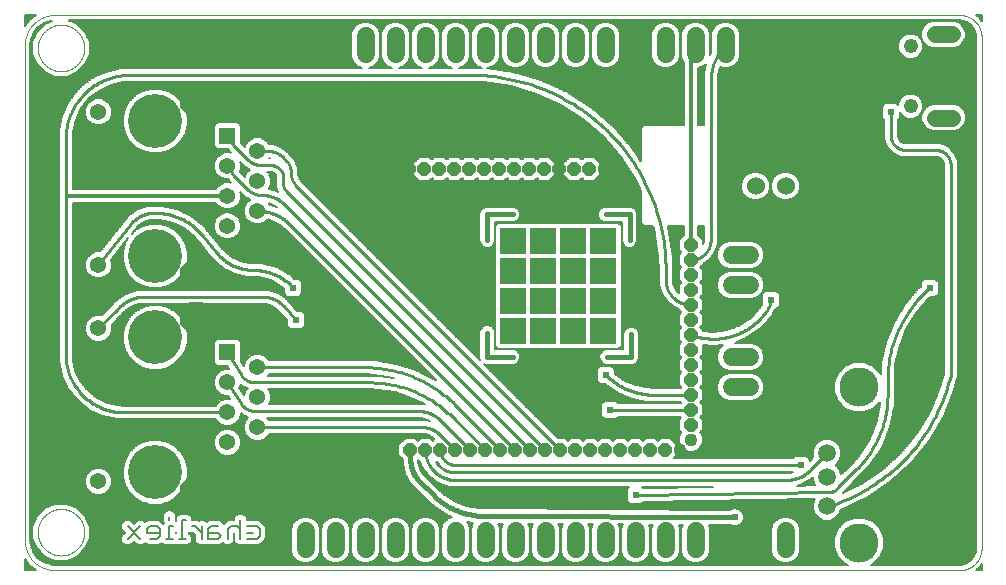
<source format=gbl>
G75*
%MOIN*%
%OFA0B0*%
%FSLAX25Y25*%
%IPPOS*%
%LPD*%
%AMOC8*
5,1,8,0,0,1.08239X$1,22.5*
%
%ADD10C,0.00000*%
%ADD11R,0.08500X0.08500*%
%ADD12C,0.00600*%
%ADD13R,0.05400X0.05400*%
%ADD14C,0.05400*%
%ADD15C,0.18000*%
%ADD16OC8,0.10500*%
%ADD17C,0.04362*%
%ADD18OC8,0.04362*%
%ADD19C,0.04800*%
%ADD20C,0.05600*%
%ADD21C,0.06000*%
%ADD22C,0.06000*%
%ADD23C,0.05937*%
%ADD24C,0.13055*%
%ADD25R,0.03169X0.03169*%
%ADD26R,0.03200X0.03200*%
%ADD27C,0.01000*%
%ADD28R,0.02400X0.02400*%
%ADD29C,0.01200*%
%ADD30C,0.01500*%
%ADD31C,0.02400*%
%ADD32C,0.01600*%
D10*
X0014973Y0024882D02*
X0316546Y0024882D01*
X0316546Y0024883D02*
X0316724Y0024885D01*
X0316901Y0024892D01*
X0317078Y0024902D01*
X0317255Y0024917D01*
X0317432Y0024937D01*
X0317608Y0024960D01*
X0317784Y0024988D01*
X0317958Y0025020D01*
X0318132Y0025056D01*
X0318305Y0025097D01*
X0318477Y0025141D01*
X0318648Y0025190D01*
X0318818Y0025243D01*
X0318986Y0025300D01*
X0319153Y0025361D01*
X0319318Y0025426D01*
X0319482Y0025495D01*
X0319644Y0025568D01*
X0319804Y0025644D01*
X0319962Y0025725D01*
X0320118Y0025809D01*
X0320273Y0025898D01*
X0320425Y0025990D01*
X0320574Y0026085D01*
X0320722Y0026184D01*
X0320867Y0026287D01*
X0321009Y0026393D01*
X0321149Y0026503D01*
X0321286Y0026616D01*
X0321421Y0026732D01*
X0321552Y0026851D01*
X0321681Y0026974D01*
X0321806Y0027099D01*
X0321929Y0027228D01*
X0322048Y0027359D01*
X0322164Y0027494D01*
X0322277Y0027631D01*
X0322387Y0027771D01*
X0322493Y0027913D01*
X0322596Y0028058D01*
X0322695Y0028206D01*
X0322790Y0028355D01*
X0322882Y0028507D01*
X0322971Y0028662D01*
X0323055Y0028818D01*
X0323136Y0028976D01*
X0323212Y0029136D01*
X0323285Y0029298D01*
X0323354Y0029462D01*
X0323419Y0029627D01*
X0323480Y0029794D01*
X0323537Y0029962D01*
X0323590Y0030132D01*
X0323639Y0030303D01*
X0323683Y0030475D01*
X0323724Y0030648D01*
X0323760Y0030822D01*
X0323792Y0030996D01*
X0323820Y0031172D01*
X0323843Y0031348D01*
X0323863Y0031525D01*
X0323878Y0031702D01*
X0323888Y0031879D01*
X0323895Y0032056D01*
X0323897Y0032234D01*
X0323898Y0032234D02*
X0323898Y0202651D01*
X0323897Y0202651D02*
X0323895Y0202827D01*
X0323889Y0203002D01*
X0323878Y0203178D01*
X0323863Y0203353D01*
X0323844Y0203527D01*
X0323821Y0203701D01*
X0323793Y0203875D01*
X0323762Y0204048D01*
X0323726Y0204220D01*
X0323686Y0204391D01*
X0323642Y0204561D01*
X0323593Y0204730D01*
X0323541Y0204898D01*
X0323485Y0205064D01*
X0323425Y0205229D01*
X0323360Y0205392D01*
X0323292Y0205554D01*
X0323220Y0205715D01*
X0323144Y0205873D01*
X0323064Y0206030D01*
X0322981Y0206184D01*
X0322894Y0206337D01*
X0322803Y0206487D01*
X0322708Y0206635D01*
X0322610Y0206781D01*
X0322509Y0206924D01*
X0322404Y0207065D01*
X0322295Y0207203D01*
X0322184Y0207339D01*
X0322069Y0207472D01*
X0321951Y0207602D01*
X0321829Y0207729D01*
X0321705Y0207853D01*
X0321578Y0207975D01*
X0321448Y0208093D01*
X0321315Y0208208D01*
X0321179Y0208319D01*
X0321041Y0208428D01*
X0320900Y0208533D01*
X0320757Y0208634D01*
X0320611Y0208732D01*
X0320463Y0208827D01*
X0320313Y0208918D01*
X0320160Y0209005D01*
X0320006Y0209088D01*
X0319849Y0209168D01*
X0319691Y0209244D01*
X0319530Y0209316D01*
X0319368Y0209384D01*
X0319205Y0209449D01*
X0319040Y0209509D01*
X0318874Y0209565D01*
X0318706Y0209617D01*
X0318537Y0209666D01*
X0318367Y0209710D01*
X0318196Y0209750D01*
X0318024Y0209786D01*
X0317851Y0209817D01*
X0317677Y0209845D01*
X0317503Y0209868D01*
X0317329Y0209887D01*
X0317154Y0209902D01*
X0316978Y0209913D01*
X0316803Y0209919D01*
X0316627Y0209921D01*
X0316627Y0209922D02*
X0014913Y0209922D01*
X0014913Y0209921D02*
X0014673Y0209918D01*
X0014434Y0209909D01*
X0014195Y0209895D01*
X0013956Y0209875D01*
X0013718Y0209849D01*
X0013481Y0209817D01*
X0013244Y0209780D01*
X0013008Y0209736D01*
X0012774Y0209687D01*
X0012541Y0209633D01*
X0012309Y0209573D01*
X0012078Y0209507D01*
X0011850Y0209436D01*
X0011623Y0209359D01*
X0011398Y0209277D01*
X0011175Y0209189D01*
X0010954Y0209096D01*
X0010736Y0208998D01*
X0010520Y0208894D01*
X0010306Y0208786D01*
X0010095Y0208672D01*
X0009888Y0208553D01*
X0009683Y0208429D01*
X0009481Y0208300D01*
X0009282Y0208166D01*
X0009086Y0208028D01*
X0008894Y0207885D01*
X0008706Y0207737D01*
X0008521Y0207585D01*
X0008339Y0207428D01*
X0008162Y0207267D01*
X0007989Y0207102D01*
X0007819Y0206932D01*
X0007654Y0206759D01*
X0007493Y0206582D01*
X0007336Y0206400D01*
X0007184Y0206215D01*
X0007036Y0206027D01*
X0006893Y0205835D01*
X0006755Y0205639D01*
X0006621Y0205440D01*
X0006492Y0205238D01*
X0006368Y0205033D01*
X0006249Y0204826D01*
X0006135Y0204615D01*
X0006027Y0204401D01*
X0005923Y0204185D01*
X0005825Y0203967D01*
X0005732Y0203746D01*
X0005644Y0203523D01*
X0005562Y0203298D01*
X0005485Y0203071D01*
X0005414Y0202843D01*
X0005348Y0202612D01*
X0005288Y0202380D01*
X0005234Y0202147D01*
X0005185Y0201913D01*
X0005141Y0201677D01*
X0005104Y0201440D01*
X0005072Y0201203D01*
X0005046Y0200965D01*
X0005026Y0200726D01*
X0005012Y0200487D01*
X0005003Y0200248D01*
X0005000Y0200008D01*
X0005000Y0034855D01*
X0005003Y0034614D01*
X0005012Y0034373D01*
X0005026Y0034133D01*
X0005047Y0033892D01*
X0005073Y0033653D01*
X0005105Y0033414D01*
X0005142Y0033176D01*
X0005186Y0032939D01*
X0005235Y0032703D01*
X0005290Y0032468D01*
X0005350Y0032235D01*
X0005416Y0032003D01*
X0005488Y0031773D01*
X0005565Y0031545D01*
X0005648Y0031319D01*
X0005736Y0031094D01*
X0005830Y0030872D01*
X0005929Y0030652D01*
X0006033Y0030435D01*
X0006142Y0030220D01*
X0006257Y0030008D01*
X0006377Y0029799D01*
X0006501Y0029593D01*
X0006631Y0029390D01*
X0006765Y0029190D01*
X0006905Y0028993D01*
X0007049Y0028800D01*
X0007197Y0028610D01*
X0007350Y0028424D01*
X0007508Y0028242D01*
X0007670Y0028063D01*
X0007836Y0027889D01*
X0008007Y0027718D01*
X0008181Y0027552D01*
X0008360Y0027390D01*
X0008542Y0027232D01*
X0008728Y0027079D01*
X0008918Y0026931D01*
X0009111Y0026787D01*
X0009308Y0026647D01*
X0009508Y0026513D01*
X0009711Y0026383D01*
X0009917Y0026259D01*
X0010126Y0026139D01*
X0010338Y0026024D01*
X0010553Y0025915D01*
X0010770Y0025811D01*
X0010990Y0025712D01*
X0011212Y0025618D01*
X0011437Y0025530D01*
X0011663Y0025447D01*
X0011891Y0025370D01*
X0012121Y0025298D01*
X0012353Y0025232D01*
X0012586Y0025172D01*
X0012821Y0025117D01*
X0013057Y0025068D01*
X0013294Y0025024D01*
X0013532Y0024987D01*
X0013771Y0024955D01*
X0014010Y0024929D01*
X0014251Y0024908D01*
X0014491Y0024894D01*
X0014732Y0024885D01*
X0014973Y0024882D01*
X0009297Y0037520D02*
X0009299Y0037710D01*
X0009306Y0037900D01*
X0009318Y0038090D01*
X0009334Y0038280D01*
X0009355Y0038469D01*
X0009381Y0038657D01*
X0009411Y0038845D01*
X0009446Y0039032D01*
X0009485Y0039218D01*
X0009529Y0039403D01*
X0009578Y0039587D01*
X0009631Y0039770D01*
X0009688Y0039951D01*
X0009750Y0040131D01*
X0009816Y0040309D01*
X0009887Y0040486D01*
X0009962Y0040661D01*
X0010041Y0040834D01*
X0010125Y0041004D01*
X0010212Y0041173D01*
X0010304Y0041340D01*
X0010400Y0041504D01*
X0010499Y0041666D01*
X0010603Y0041826D01*
X0010711Y0041983D01*
X0010822Y0042137D01*
X0010937Y0042288D01*
X0011056Y0042437D01*
X0011179Y0042582D01*
X0011305Y0042725D01*
X0011434Y0042864D01*
X0011567Y0043000D01*
X0011703Y0043133D01*
X0011842Y0043262D01*
X0011985Y0043388D01*
X0012130Y0043511D01*
X0012279Y0043630D01*
X0012430Y0043745D01*
X0012584Y0043856D01*
X0012741Y0043964D01*
X0012901Y0044068D01*
X0013063Y0044167D01*
X0013227Y0044263D01*
X0013394Y0044355D01*
X0013563Y0044442D01*
X0013733Y0044526D01*
X0013906Y0044605D01*
X0014081Y0044680D01*
X0014258Y0044751D01*
X0014436Y0044817D01*
X0014616Y0044879D01*
X0014797Y0044936D01*
X0014980Y0044989D01*
X0015164Y0045038D01*
X0015349Y0045082D01*
X0015535Y0045121D01*
X0015722Y0045156D01*
X0015910Y0045186D01*
X0016098Y0045212D01*
X0016287Y0045233D01*
X0016477Y0045249D01*
X0016667Y0045261D01*
X0016857Y0045268D01*
X0017047Y0045270D01*
X0017237Y0045268D01*
X0017427Y0045261D01*
X0017617Y0045249D01*
X0017807Y0045233D01*
X0017996Y0045212D01*
X0018184Y0045186D01*
X0018372Y0045156D01*
X0018559Y0045121D01*
X0018745Y0045082D01*
X0018930Y0045038D01*
X0019114Y0044989D01*
X0019297Y0044936D01*
X0019478Y0044879D01*
X0019658Y0044817D01*
X0019836Y0044751D01*
X0020013Y0044680D01*
X0020188Y0044605D01*
X0020361Y0044526D01*
X0020531Y0044442D01*
X0020700Y0044355D01*
X0020867Y0044263D01*
X0021031Y0044167D01*
X0021193Y0044068D01*
X0021353Y0043964D01*
X0021510Y0043856D01*
X0021664Y0043745D01*
X0021815Y0043630D01*
X0021964Y0043511D01*
X0022109Y0043388D01*
X0022252Y0043262D01*
X0022391Y0043133D01*
X0022527Y0043000D01*
X0022660Y0042864D01*
X0022789Y0042725D01*
X0022915Y0042582D01*
X0023038Y0042437D01*
X0023157Y0042288D01*
X0023272Y0042137D01*
X0023383Y0041983D01*
X0023491Y0041826D01*
X0023595Y0041666D01*
X0023694Y0041504D01*
X0023790Y0041340D01*
X0023882Y0041173D01*
X0023969Y0041004D01*
X0024053Y0040834D01*
X0024132Y0040661D01*
X0024207Y0040486D01*
X0024278Y0040309D01*
X0024344Y0040131D01*
X0024406Y0039951D01*
X0024463Y0039770D01*
X0024516Y0039587D01*
X0024565Y0039403D01*
X0024609Y0039218D01*
X0024648Y0039032D01*
X0024683Y0038845D01*
X0024713Y0038657D01*
X0024739Y0038469D01*
X0024760Y0038280D01*
X0024776Y0038090D01*
X0024788Y0037900D01*
X0024795Y0037710D01*
X0024797Y0037520D01*
X0024795Y0037330D01*
X0024788Y0037140D01*
X0024776Y0036950D01*
X0024760Y0036760D01*
X0024739Y0036571D01*
X0024713Y0036383D01*
X0024683Y0036195D01*
X0024648Y0036008D01*
X0024609Y0035822D01*
X0024565Y0035637D01*
X0024516Y0035453D01*
X0024463Y0035270D01*
X0024406Y0035089D01*
X0024344Y0034909D01*
X0024278Y0034731D01*
X0024207Y0034554D01*
X0024132Y0034379D01*
X0024053Y0034206D01*
X0023969Y0034036D01*
X0023882Y0033867D01*
X0023790Y0033700D01*
X0023694Y0033536D01*
X0023595Y0033374D01*
X0023491Y0033214D01*
X0023383Y0033057D01*
X0023272Y0032903D01*
X0023157Y0032752D01*
X0023038Y0032603D01*
X0022915Y0032458D01*
X0022789Y0032315D01*
X0022660Y0032176D01*
X0022527Y0032040D01*
X0022391Y0031907D01*
X0022252Y0031778D01*
X0022109Y0031652D01*
X0021964Y0031529D01*
X0021815Y0031410D01*
X0021664Y0031295D01*
X0021510Y0031184D01*
X0021353Y0031076D01*
X0021193Y0030972D01*
X0021031Y0030873D01*
X0020867Y0030777D01*
X0020700Y0030685D01*
X0020531Y0030598D01*
X0020361Y0030514D01*
X0020188Y0030435D01*
X0020013Y0030360D01*
X0019836Y0030289D01*
X0019658Y0030223D01*
X0019478Y0030161D01*
X0019297Y0030104D01*
X0019114Y0030051D01*
X0018930Y0030002D01*
X0018745Y0029958D01*
X0018559Y0029919D01*
X0018372Y0029884D01*
X0018184Y0029854D01*
X0017996Y0029828D01*
X0017807Y0029807D01*
X0017617Y0029791D01*
X0017427Y0029779D01*
X0017237Y0029772D01*
X0017047Y0029770D01*
X0016857Y0029772D01*
X0016667Y0029779D01*
X0016477Y0029791D01*
X0016287Y0029807D01*
X0016098Y0029828D01*
X0015910Y0029854D01*
X0015722Y0029884D01*
X0015535Y0029919D01*
X0015349Y0029958D01*
X0015164Y0030002D01*
X0014980Y0030051D01*
X0014797Y0030104D01*
X0014616Y0030161D01*
X0014436Y0030223D01*
X0014258Y0030289D01*
X0014081Y0030360D01*
X0013906Y0030435D01*
X0013733Y0030514D01*
X0013563Y0030598D01*
X0013394Y0030685D01*
X0013227Y0030777D01*
X0013063Y0030873D01*
X0012901Y0030972D01*
X0012741Y0031076D01*
X0012584Y0031184D01*
X0012430Y0031295D01*
X0012279Y0031410D01*
X0012130Y0031529D01*
X0011985Y0031652D01*
X0011842Y0031778D01*
X0011703Y0031907D01*
X0011567Y0032040D01*
X0011434Y0032176D01*
X0011305Y0032315D01*
X0011179Y0032458D01*
X0011056Y0032603D01*
X0010937Y0032752D01*
X0010822Y0032903D01*
X0010711Y0033057D01*
X0010603Y0033214D01*
X0010499Y0033374D01*
X0010400Y0033536D01*
X0010304Y0033700D01*
X0010212Y0033867D01*
X0010125Y0034036D01*
X0010041Y0034206D01*
X0009962Y0034379D01*
X0009887Y0034554D01*
X0009816Y0034731D01*
X0009750Y0034909D01*
X0009688Y0035089D01*
X0009631Y0035270D01*
X0009578Y0035453D01*
X0009529Y0035637D01*
X0009485Y0035822D01*
X0009446Y0036008D01*
X0009411Y0036195D01*
X0009381Y0036383D01*
X0009355Y0036571D01*
X0009334Y0036760D01*
X0009318Y0036950D01*
X0009306Y0037140D01*
X0009299Y0037330D01*
X0009297Y0037520D01*
X0009297Y0198937D02*
X0009299Y0199127D01*
X0009306Y0199317D01*
X0009318Y0199507D01*
X0009334Y0199697D01*
X0009355Y0199886D01*
X0009381Y0200074D01*
X0009411Y0200262D01*
X0009446Y0200449D01*
X0009485Y0200635D01*
X0009529Y0200820D01*
X0009578Y0201004D01*
X0009631Y0201187D01*
X0009688Y0201368D01*
X0009750Y0201548D01*
X0009816Y0201726D01*
X0009887Y0201903D01*
X0009962Y0202078D01*
X0010041Y0202251D01*
X0010125Y0202421D01*
X0010212Y0202590D01*
X0010304Y0202757D01*
X0010400Y0202921D01*
X0010499Y0203083D01*
X0010603Y0203243D01*
X0010711Y0203400D01*
X0010822Y0203554D01*
X0010937Y0203705D01*
X0011056Y0203854D01*
X0011179Y0203999D01*
X0011305Y0204142D01*
X0011434Y0204281D01*
X0011567Y0204417D01*
X0011703Y0204550D01*
X0011842Y0204679D01*
X0011985Y0204805D01*
X0012130Y0204928D01*
X0012279Y0205047D01*
X0012430Y0205162D01*
X0012584Y0205273D01*
X0012741Y0205381D01*
X0012901Y0205485D01*
X0013063Y0205584D01*
X0013227Y0205680D01*
X0013394Y0205772D01*
X0013563Y0205859D01*
X0013733Y0205943D01*
X0013906Y0206022D01*
X0014081Y0206097D01*
X0014258Y0206168D01*
X0014436Y0206234D01*
X0014616Y0206296D01*
X0014797Y0206353D01*
X0014980Y0206406D01*
X0015164Y0206455D01*
X0015349Y0206499D01*
X0015535Y0206538D01*
X0015722Y0206573D01*
X0015910Y0206603D01*
X0016098Y0206629D01*
X0016287Y0206650D01*
X0016477Y0206666D01*
X0016667Y0206678D01*
X0016857Y0206685D01*
X0017047Y0206687D01*
X0017237Y0206685D01*
X0017427Y0206678D01*
X0017617Y0206666D01*
X0017807Y0206650D01*
X0017996Y0206629D01*
X0018184Y0206603D01*
X0018372Y0206573D01*
X0018559Y0206538D01*
X0018745Y0206499D01*
X0018930Y0206455D01*
X0019114Y0206406D01*
X0019297Y0206353D01*
X0019478Y0206296D01*
X0019658Y0206234D01*
X0019836Y0206168D01*
X0020013Y0206097D01*
X0020188Y0206022D01*
X0020361Y0205943D01*
X0020531Y0205859D01*
X0020700Y0205772D01*
X0020867Y0205680D01*
X0021031Y0205584D01*
X0021193Y0205485D01*
X0021353Y0205381D01*
X0021510Y0205273D01*
X0021664Y0205162D01*
X0021815Y0205047D01*
X0021964Y0204928D01*
X0022109Y0204805D01*
X0022252Y0204679D01*
X0022391Y0204550D01*
X0022527Y0204417D01*
X0022660Y0204281D01*
X0022789Y0204142D01*
X0022915Y0203999D01*
X0023038Y0203854D01*
X0023157Y0203705D01*
X0023272Y0203554D01*
X0023383Y0203400D01*
X0023491Y0203243D01*
X0023595Y0203083D01*
X0023694Y0202921D01*
X0023790Y0202757D01*
X0023882Y0202590D01*
X0023969Y0202421D01*
X0024053Y0202251D01*
X0024132Y0202078D01*
X0024207Y0201903D01*
X0024278Y0201726D01*
X0024344Y0201548D01*
X0024406Y0201368D01*
X0024463Y0201187D01*
X0024516Y0201004D01*
X0024565Y0200820D01*
X0024609Y0200635D01*
X0024648Y0200449D01*
X0024683Y0200262D01*
X0024713Y0200074D01*
X0024739Y0199886D01*
X0024760Y0199697D01*
X0024776Y0199507D01*
X0024788Y0199317D01*
X0024795Y0199127D01*
X0024797Y0198937D01*
X0024795Y0198747D01*
X0024788Y0198557D01*
X0024776Y0198367D01*
X0024760Y0198177D01*
X0024739Y0197988D01*
X0024713Y0197800D01*
X0024683Y0197612D01*
X0024648Y0197425D01*
X0024609Y0197239D01*
X0024565Y0197054D01*
X0024516Y0196870D01*
X0024463Y0196687D01*
X0024406Y0196506D01*
X0024344Y0196326D01*
X0024278Y0196148D01*
X0024207Y0195971D01*
X0024132Y0195796D01*
X0024053Y0195623D01*
X0023969Y0195453D01*
X0023882Y0195284D01*
X0023790Y0195117D01*
X0023694Y0194953D01*
X0023595Y0194791D01*
X0023491Y0194631D01*
X0023383Y0194474D01*
X0023272Y0194320D01*
X0023157Y0194169D01*
X0023038Y0194020D01*
X0022915Y0193875D01*
X0022789Y0193732D01*
X0022660Y0193593D01*
X0022527Y0193457D01*
X0022391Y0193324D01*
X0022252Y0193195D01*
X0022109Y0193069D01*
X0021964Y0192946D01*
X0021815Y0192827D01*
X0021664Y0192712D01*
X0021510Y0192601D01*
X0021353Y0192493D01*
X0021193Y0192389D01*
X0021031Y0192290D01*
X0020867Y0192194D01*
X0020700Y0192102D01*
X0020531Y0192015D01*
X0020361Y0191931D01*
X0020188Y0191852D01*
X0020013Y0191777D01*
X0019836Y0191706D01*
X0019658Y0191640D01*
X0019478Y0191578D01*
X0019297Y0191521D01*
X0019114Y0191468D01*
X0018930Y0191419D01*
X0018745Y0191375D01*
X0018559Y0191336D01*
X0018372Y0191301D01*
X0018184Y0191271D01*
X0017996Y0191245D01*
X0017807Y0191224D01*
X0017617Y0191208D01*
X0017427Y0191196D01*
X0017237Y0191189D01*
X0017047Y0191187D01*
X0016857Y0191189D01*
X0016667Y0191196D01*
X0016477Y0191208D01*
X0016287Y0191224D01*
X0016098Y0191245D01*
X0015910Y0191271D01*
X0015722Y0191301D01*
X0015535Y0191336D01*
X0015349Y0191375D01*
X0015164Y0191419D01*
X0014980Y0191468D01*
X0014797Y0191521D01*
X0014616Y0191578D01*
X0014436Y0191640D01*
X0014258Y0191706D01*
X0014081Y0191777D01*
X0013906Y0191852D01*
X0013733Y0191931D01*
X0013563Y0192015D01*
X0013394Y0192102D01*
X0013227Y0192194D01*
X0013063Y0192290D01*
X0012901Y0192389D01*
X0012741Y0192493D01*
X0012584Y0192601D01*
X0012430Y0192712D01*
X0012279Y0192827D01*
X0012130Y0192946D01*
X0011985Y0193069D01*
X0011842Y0193195D01*
X0011703Y0193324D01*
X0011567Y0193457D01*
X0011434Y0193593D01*
X0011305Y0193732D01*
X0011179Y0193875D01*
X0011056Y0194020D01*
X0010937Y0194169D01*
X0010822Y0194320D01*
X0010711Y0194474D01*
X0010603Y0194631D01*
X0010499Y0194791D01*
X0010400Y0194953D01*
X0010304Y0195117D01*
X0010212Y0195284D01*
X0010125Y0195453D01*
X0010041Y0195623D01*
X0009962Y0195796D01*
X0009887Y0195971D01*
X0009816Y0196148D01*
X0009750Y0196326D01*
X0009688Y0196506D01*
X0009631Y0196687D01*
X0009578Y0196870D01*
X0009529Y0197054D01*
X0009485Y0197239D01*
X0009446Y0197425D01*
X0009411Y0197612D01*
X0009381Y0197800D01*
X0009355Y0197988D01*
X0009334Y0198177D01*
X0009318Y0198367D01*
X0009306Y0198557D01*
X0009299Y0198747D01*
X0009297Y0198937D01*
D11*
X0167833Y0134711D03*
X0177833Y0134711D03*
X0187833Y0134711D03*
X0197833Y0134711D03*
X0197833Y0124711D03*
X0187833Y0124711D03*
X0177833Y0124711D03*
X0167833Y0124711D03*
X0167833Y0114711D03*
X0177833Y0114711D03*
X0187833Y0114711D03*
X0197833Y0114711D03*
X0197833Y0104711D03*
X0187833Y0104711D03*
X0177833Y0104711D03*
X0167833Y0104711D03*
D12*
X0008670Y0024882D02*
X0005000Y0024882D01*
X0005000Y0028552D01*
X0005000Y0028552D01*
X0006544Y0026427D01*
X0006544Y0026427D01*
X0006544Y0026427D01*
X0008670Y0024882D01*
X0008562Y0024961D02*
X0005000Y0024961D01*
X0005000Y0025559D02*
X0007738Y0025559D01*
X0006914Y0026158D02*
X0005000Y0026158D01*
X0005000Y0026756D02*
X0006305Y0026756D01*
X0005870Y0027355D02*
X0005000Y0027355D01*
X0005000Y0027953D02*
X0005435Y0027953D01*
X0008270Y0030348D02*
X0010714Y0030348D01*
X0010115Y0030946D02*
X0007835Y0030946D01*
X0007691Y0031145D02*
X0006901Y0033576D01*
X0006800Y0034855D01*
X0006800Y0200008D01*
X0006900Y0201278D01*
X0007684Y0203692D01*
X0009176Y0205745D01*
X0011230Y0207237D01*
X0013644Y0208022D01*
X0014113Y0208059D01*
X0011638Y0207033D01*
X0008951Y0204347D01*
X0007497Y0200837D01*
X0007497Y0197038D01*
X0008951Y0193528D01*
X0011638Y0190841D01*
X0015148Y0189387D01*
X0018947Y0189387D01*
X0022457Y0190841D01*
X0025143Y0193528D01*
X0026597Y0197038D01*
X0026597Y0200837D01*
X0025143Y0204347D01*
X0022457Y0207033D01*
X0019830Y0208122D01*
X0316627Y0208122D01*
X0317483Y0208054D01*
X0319111Y0207525D01*
X0320495Y0206519D01*
X0321501Y0205135D01*
X0322030Y0203507D01*
X0322098Y0202651D01*
X0322098Y0032234D01*
X0322029Y0031365D01*
X0321493Y0029713D01*
X0320472Y0028308D01*
X0319067Y0027287D01*
X0317415Y0026751D01*
X0316546Y0026682D01*
X0286976Y0026682D01*
X0287828Y0027035D01*
X0290170Y0029378D01*
X0291438Y0032438D01*
X0291438Y0035751D01*
X0290170Y0038812D01*
X0287828Y0041155D01*
X0284767Y0042422D01*
X0281454Y0042422D01*
X0278393Y0041155D01*
X0276051Y0038812D01*
X0274783Y0035751D01*
X0274783Y0032438D01*
X0276051Y0029378D01*
X0278393Y0027035D01*
X0279245Y0026682D01*
X0014973Y0026682D01*
X0013694Y0026783D01*
X0011262Y0027573D01*
X0009194Y0029076D01*
X0007691Y0031145D01*
X0007561Y0031545D02*
X0009517Y0031545D01*
X0008951Y0032110D02*
X0011638Y0029424D01*
X0015148Y0027970D01*
X0018947Y0027970D01*
X0022457Y0029424D01*
X0025143Y0032110D01*
X0026597Y0035620D01*
X0026597Y0039420D01*
X0025143Y0042930D01*
X0022457Y0045616D01*
X0018947Y0047070D01*
X0015148Y0047070D01*
X0011638Y0045616D01*
X0008951Y0042930D01*
X0007497Y0039420D01*
X0007497Y0035620D01*
X0008951Y0032110D01*
X0008938Y0032143D02*
X0007366Y0032143D01*
X0007172Y0032742D02*
X0008690Y0032742D01*
X0008442Y0033340D02*
X0006977Y0033340D01*
X0006872Y0033939D02*
X0008194Y0033939D01*
X0007946Y0034537D02*
X0006825Y0034537D01*
X0006800Y0035136D02*
X0007698Y0035136D01*
X0007497Y0035734D02*
X0006800Y0035734D01*
X0006800Y0036333D02*
X0007497Y0036333D01*
X0007497Y0036931D02*
X0006800Y0036931D01*
X0006800Y0037530D02*
X0007497Y0037530D01*
X0007497Y0038128D02*
X0006800Y0038128D01*
X0006800Y0038727D02*
X0007497Y0038727D01*
X0007497Y0039325D02*
X0006800Y0039325D01*
X0006800Y0039924D02*
X0007706Y0039924D01*
X0007954Y0040522D02*
X0006800Y0040522D01*
X0006800Y0041121D02*
X0008202Y0041121D01*
X0008450Y0041719D02*
X0006800Y0041719D01*
X0006800Y0042318D02*
X0008698Y0042318D01*
X0008946Y0042916D02*
X0006800Y0042916D01*
X0006800Y0043515D02*
X0009536Y0043515D01*
X0010135Y0044113D02*
X0006800Y0044113D01*
X0006800Y0044712D02*
X0010733Y0044712D01*
X0011332Y0045310D02*
X0006800Y0045310D01*
X0006800Y0045909D02*
X0012344Y0045909D01*
X0013789Y0046507D02*
X0006800Y0046507D01*
X0006800Y0047106D02*
X0045550Y0047106D01*
X0044331Y0047432D02*
X0047078Y0046696D01*
X0049922Y0046696D01*
X0052669Y0047432D01*
X0055131Y0048854D01*
X0057142Y0050865D01*
X0058564Y0053328D01*
X0059300Y0056075D01*
X0059300Y0058918D01*
X0058564Y0061665D01*
X0057142Y0064128D01*
X0055131Y0066139D01*
X0052669Y0067560D01*
X0049922Y0068296D01*
X0047078Y0068296D01*
X0044331Y0067560D01*
X0041869Y0066139D01*
X0039858Y0064128D01*
X0038436Y0061665D01*
X0037700Y0058918D01*
X0037700Y0056075D01*
X0038436Y0053328D01*
X0039858Y0050865D01*
X0041869Y0048854D01*
X0044331Y0047432D01*
X0043860Y0047704D02*
X0006800Y0047704D01*
X0006800Y0048303D02*
X0042824Y0048303D01*
X0041821Y0048901D02*
X0006800Y0048901D01*
X0006800Y0049500D02*
X0041223Y0049500D01*
X0040624Y0050098D02*
X0030641Y0050098D01*
X0030395Y0049996D02*
X0032049Y0050681D01*
X0033315Y0051947D01*
X0034000Y0053601D01*
X0034000Y0055391D01*
X0033315Y0057045D01*
X0032049Y0058311D01*
X0030395Y0058996D01*
X0028605Y0058996D01*
X0026951Y0058311D01*
X0025685Y0057045D01*
X0025000Y0055391D01*
X0025000Y0053601D01*
X0025685Y0051947D01*
X0026951Y0050681D01*
X0028605Y0049996D01*
X0030395Y0049996D01*
X0032065Y0050697D02*
X0040026Y0050697D01*
X0039609Y0051295D02*
X0032663Y0051295D01*
X0033262Y0051894D02*
X0039264Y0051894D01*
X0038918Y0052492D02*
X0033541Y0052492D01*
X0033789Y0053091D02*
X0038573Y0053091D01*
X0038339Y0053689D02*
X0034000Y0053689D01*
X0034000Y0054288D02*
X0038179Y0054288D01*
X0038018Y0054887D02*
X0034000Y0054887D01*
X0033961Y0055485D02*
X0037858Y0055485D01*
X0037700Y0056084D02*
X0033713Y0056084D01*
X0033465Y0056682D02*
X0037700Y0056682D01*
X0037700Y0057281D02*
X0033080Y0057281D01*
X0032481Y0057879D02*
X0037700Y0057879D01*
X0037700Y0058478D02*
X0031648Y0058478D01*
X0027352Y0058478D02*
X0006800Y0058478D01*
X0006800Y0059076D02*
X0037742Y0059076D01*
X0037903Y0059675D02*
X0006800Y0059675D01*
X0006800Y0060273D02*
X0038063Y0060273D01*
X0038223Y0060872D02*
X0006800Y0060872D01*
X0006800Y0061470D02*
X0038384Y0061470D01*
X0038669Y0062069D02*
X0006800Y0062069D01*
X0006800Y0062667D02*
X0039015Y0062667D01*
X0039360Y0063266D02*
X0006800Y0063266D01*
X0006800Y0063864D02*
X0039706Y0063864D01*
X0040193Y0064463D02*
X0006800Y0064463D01*
X0006800Y0065061D02*
X0040791Y0065061D01*
X0041390Y0065660D02*
X0006800Y0065660D01*
X0006800Y0066258D02*
X0042076Y0066258D01*
X0043113Y0066857D02*
X0006800Y0066857D01*
X0006800Y0067455D02*
X0044149Y0067455D01*
X0046173Y0068054D02*
X0006800Y0068054D01*
X0006800Y0068652D02*
X0068108Y0068652D01*
X0068000Y0068391D02*
X0068000Y0066601D01*
X0068685Y0064947D01*
X0069951Y0063681D01*
X0071605Y0062996D01*
X0073395Y0062996D01*
X0075049Y0063681D01*
X0076315Y0064947D01*
X0077000Y0066601D01*
X0077000Y0068391D01*
X0076315Y0070045D01*
X0075049Y0071311D01*
X0073395Y0071996D01*
X0071605Y0071996D01*
X0069951Y0071311D01*
X0068685Y0070045D01*
X0068000Y0068391D01*
X0068000Y0068054D02*
X0050827Y0068054D01*
X0052851Y0067455D02*
X0068000Y0067455D01*
X0068000Y0066857D02*
X0053887Y0066857D01*
X0054924Y0066258D02*
X0068142Y0066258D01*
X0068390Y0065660D02*
X0055610Y0065660D01*
X0056209Y0065061D02*
X0068638Y0065061D01*
X0069170Y0064463D02*
X0056807Y0064463D01*
X0057294Y0063864D02*
X0069768Y0063864D01*
X0070955Y0063266D02*
X0057640Y0063266D01*
X0057985Y0062667D02*
X0130053Y0062667D01*
X0129491Y0063229D02*
X0130922Y0061798D01*
X0130922Y0060171D01*
X0131804Y0056880D01*
X0133508Y0053930D01*
X0134353Y0053084D01*
X0134353Y0053084D01*
X0139076Y0048362D01*
X0139083Y0048344D01*
X0139434Y0048004D01*
X0139779Y0047658D01*
X0139797Y0047651D01*
X0141342Y0046150D01*
X0141342Y0046150D01*
X0145778Y0043279D01*
X0147360Y0042650D01*
X0145864Y0042030D01*
X0144513Y0040680D01*
X0143783Y0038916D01*
X0143783Y0031006D01*
X0144513Y0029242D01*
X0145864Y0027892D01*
X0147628Y0027161D01*
X0149537Y0027161D01*
X0151302Y0027892D01*
X0152652Y0029242D01*
X0153383Y0031006D01*
X0153383Y0038916D01*
X0152652Y0040680D01*
X0152300Y0041032D01*
X0154492Y0040629D01*
X0153783Y0038916D01*
X0153783Y0031006D01*
X0154513Y0029242D01*
X0155864Y0027892D01*
X0157628Y0027161D01*
X0159537Y0027161D01*
X0161302Y0027892D01*
X0162652Y0029242D01*
X0163383Y0031006D01*
X0163383Y0038916D01*
X0162774Y0040385D01*
X0164387Y0040375D01*
X0163783Y0038916D01*
X0163783Y0031006D01*
X0164513Y0029242D01*
X0165864Y0027892D01*
X0167628Y0027161D01*
X0169537Y0027161D01*
X0171302Y0027892D01*
X0172652Y0029242D01*
X0173383Y0031006D01*
X0173383Y0038916D01*
X0172799Y0040325D01*
X0174362Y0040315D01*
X0173783Y0038916D01*
X0173783Y0031006D01*
X0174513Y0029242D01*
X0175864Y0027892D01*
X0177628Y0027161D01*
X0179537Y0027161D01*
X0181302Y0027892D01*
X0182652Y0029242D01*
X0183383Y0031006D01*
X0183383Y0038916D01*
X0182824Y0040264D01*
X0184338Y0040255D01*
X0183783Y0038916D01*
X0183783Y0031006D01*
X0184513Y0029242D01*
X0185864Y0027892D01*
X0187628Y0027161D01*
X0189537Y0027161D01*
X0191302Y0027892D01*
X0192652Y0029242D01*
X0193383Y0031006D01*
X0193383Y0038916D01*
X0192849Y0040204D01*
X0194313Y0040195D01*
X0193783Y0038916D01*
X0193783Y0031006D01*
X0194513Y0029242D01*
X0195864Y0027892D01*
X0197628Y0027161D01*
X0199537Y0027161D01*
X0201302Y0027892D01*
X0202652Y0029242D01*
X0203383Y0031006D01*
X0203383Y0038916D01*
X0202874Y0040144D01*
X0204288Y0040135D01*
X0203783Y0038916D01*
X0203783Y0031006D01*
X0204513Y0029242D01*
X0205864Y0027892D01*
X0207628Y0027161D01*
X0209537Y0027161D01*
X0211302Y0027892D01*
X0212652Y0029242D01*
X0213383Y0031006D01*
X0213383Y0038916D01*
X0212899Y0040084D01*
X0214263Y0040075D01*
X0213783Y0038916D01*
X0213783Y0031006D01*
X0214513Y0029242D01*
X0215864Y0027892D01*
X0217628Y0027161D01*
X0219537Y0027161D01*
X0221302Y0027892D01*
X0222652Y0029242D01*
X0223383Y0031006D01*
X0223383Y0038916D01*
X0222924Y0040023D01*
X0224238Y0040015D01*
X0223783Y0038916D01*
X0223783Y0031006D01*
X0224513Y0029242D01*
X0225864Y0027892D01*
X0227628Y0027161D01*
X0229537Y0027161D01*
X0231302Y0027892D01*
X0232652Y0029242D01*
X0233383Y0031006D01*
X0233383Y0038916D01*
X0232949Y0039963D01*
X0239880Y0039921D01*
X0239883Y0039918D01*
X0240986Y0039461D01*
X0242179Y0039461D01*
X0243282Y0039918D01*
X0244126Y0040762D01*
X0244583Y0041864D01*
X0244583Y0043058D01*
X0244126Y0044160D01*
X0243282Y0045004D01*
X0242179Y0045461D01*
X0240986Y0045461D01*
X0239924Y0045021D01*
X0158985Y0045508D01*
X0158960Y0045518D01*
X0158479Y0045511D01*
X0158434Y0045511D01*
X0156322Y0045584D01*
X0152134Y0046354D01*
X0148176Y0047926D01*
X0144601Y0050240D01*
X0143004Y0051646D01*
X0138318Y0056331D01*
X0137642Y0057102D01*
X0136619Y0058875D01*
X0136089Y0060851D01*
X0136035Y0061686D01*
X0136823Y0060897D01*
X0136837Y0060897D01*
X0137368Y0059263D01*
X0137368Y0059263D01*
X0139643Y0056132D01*
X0142774Y0053857D01*
X0142774Y0053857D01*
X0146455Y0052661D01*
X0206337Y0052661D01*
X0205583Y0051907D01*
X0205583Y0048015D01*
X0206637Y0046961D01*
X0210528Y0046961D01*
X0211269Y0047702D01*
X0268273Y0048580D01*
X0267672Y0047130D01*
X0267672Y0045232D01*
X0268398Y0043480D01*
X0269739Y0042138D01*
X0271492Y0041413D01*
X0273389Y0041413D01*
X0275142Y0042138D01*
X0276483Y0043480D01*
X0277201Y0045214D01*
X0277580Y0045328D01*
X0286029Y0049331D01*
X0293787Y0054549D01*
X0300680Y0060864D01*
X0300681Y0060864D01*
X0306556Y0068136D01*
X0311282Y0076203D01*
X0314753Y0084884D01*
X0315672Y0088798D01*
X0315883Y0089008D01*
X0315883Y0089694D01*
X0316040Y0090362D01*
X0315883Y0090616D01*
X0315883Y0161413D01*
X0314771Y0164096D01*
X0312718Y0166150D01*
X0312718Y0166150D01*
X0310035Y0167261D01*
X0298583Y0167261D01*
X0298056Y0167313D01*
X0297083Y0167716D01*
X0296338Y0168461D01*
X0295935Y0169434D01*
X0295883Y0169961D01*
X0295883Y0174815D01*
X0296583Y0175515D01*
X0296583Y0177508D01*
X0296715Y0177188D01*
X0297896Y0176007D01*
X0299440Y0175367D01*
X0301111Y0175367D01*
X0302655Y0176007D01*
X0303836Y0177188D01*
X0304476Y0178732D01*
X0304476Y0180403D01*
X0303836Y0181946D01*
X0302655Y0183128D01*
X0301111Y0183767D01*
X0299440Y0183767D01*
X0297896Y0183128D01*
X0296715Y0181946D01*
X0296076Y0180403D01*
X0296076Y0179914D01*
X0295528Y0180461D01*
X0291637Y0180461D01*
X0290583Y0179407D01*
X0290583Y0175515D01*
X0291283Y0174815D01*
X0291283Y0168509D01*
X0292394Y0165826D01*
X0292394Y0165826D01*
X0294448Y0163772D01*
X0297131Y0162661D01*
X0308583Y0162661D01*
X0309109Y0162609D01*
X0310083Y0162206D01*
X0310828Y0161461D01*
X0311231Y0160488D01*
X0311283Y0159961D01*
X0311283Y0090265D01*
X0310199Y0086321D01*
X0306993Y0078302D01*
X0302628Y0070851D01*
X0297201Y0064134D01*
X0290834Y0058301D01*
X0283668Y0053482D01*
X0277602Y0050608D01*
X0277945Y0051070D01*
X0283048Y0056174D01*
X0283048Y0056174D01*
X0283722Y0056848D01*
X0286376Y0059501D01*
X0290546Y0065742D01*
X0293418Y0072677D01*
X0294883Y0080039D01*
X0294883Y0090696D01*
X0295205Y0093674D01*
X0296568Y0099605D01*
X0298842Y0105251D01*
X0301971Y0110471D01*
X0305878Y0115138D01*
X0306751Y0115961D01*
X0308528Y0115961D01*
X0309583Y0117015D01*
X0309583Y0120907D01*
X0308528Y0121961D01*
X0304637Y0121961D01*
X0303583Y0120907D01*
X0303583Y0119398D01*
X0302497Y0118452D01*
X0298113Y0113216D01*
X0294603Y0107359D01*
X0294603Y0107359D01*
X0292051Y0101024D01*
X0290523Y0094368D01*
X0290347Y0091821D01*
X0290283Y0091757D01*
X0290283Y0090883D01*
X0290247Y0090360D01*
X0290170Y0090544D01*
X0287828Y0092887D01*
X0284767Y0094155D01*
X0281454Y0094155D01*
X0278393Y0092887D01*
X0276051Y0090544D01*
X0274783Y0087484D01*
X0274783Y0084171D01*
X0276051Y0081110D01*
X0278393Y0078767D01*
X0281454Y0077500D01*
X0284767Y0077500D01*
X0287828Y0078767D01*
X0290150Y0081089D01*
X0290121Y0080508D01*
X0288840Y0074066D01*
X0286326Y0067998D01*
X0282677Y0062536D01*
X0280469Y0060100D01*
X0279796Y0059427D01*
X0277209Y0056840D01*
X0277209Y0056972D01*
X0276483Y0058725D01*
X0275247Y0059961D01*
X0276483Y0061197D01*
X0277209Y0062949D01*
X0277209Y0064846D01*
X0276483Y0066599D01*
X0275142Y0067940D01*
X0273389Y0068666D01*
X0271492Y0068666D01*
X0269739Y0067940D01*
X0268398Y0066599D01*
X0267672Y0064846D01*
X0267672Y0062949D01*
X0267838Y0062548D01*
X0266583Y0061293D01*
X0266583Y0061907D01*
X0265528Y0062961D01*
X0261637Y0062961D01*
X0260937Y0062261D01*
X0221485Y0062261D01*
X0222454Y0063229D01*
X0222454Y0066527D01*
X0220121Y0068859D01*
X0216823Y0068859D01*
X0215972Y0068008D01*
X0215121Y0068859D01*
X0211823Y0068859D01*
X0210972Y0068008D01*
X0210121Y0068859D01*
X0206823Y0068859D01*
X0205972Y0068008D01*
X0205121Y0068859D01*
X0201823Y0068859D01*
X0200972Y0068008D01*
X0200121Y0068859D01*
X0196823Y0068859D01*
X0195972Y0068008D01*
X0195121Y0068859D01*
X0191823Y0068859D01*
X0190972Y0068008D01*
X0190121Y0068859D01*
X0186823Y0068859D01*
X0185972Y0068008D01*
X0185121Y0068859D01*
X0182744Y0068859D01*
X0158014Y0093589D01*
X0158565Y0093361D01*
X0168100Y0093361D01*
X0169055Y0093757D01*
X0169787Y0094488D01*
X0170183Y0095444D01*
X0170183Y0096478D01*
X0169787Y0097434D01*
X0169055Y0098165D01*
X0168100Y0098561D01*
X0161683Y0098561D01*
X0161683Y0104478D01*
X0161287Y0105434D01*
X0160555Y0106165D01*
X0159600Y0106561D01*
X0158565Y0106561D01*
X0157610Y0106165D01*
X0156879Y0105434D01*
X0156483Y0104478D01*
X0156483Y0095444D01*
X0156711Y0094892D01*
X0098090Y0153513D01*
X0098090Y0153513D01*
X0097416Y0154187D01*
X0096965Y0154702D01*
X0096281Y0155886D01*
X0095927Y0157206D01*
X0095883Y0157890D01*
X0095883Y0159342D01*
X0094771Y0162025D01*
X0093745Y0163052D01*
X0093194Y0163602D01*
X0092623Y0164173D01*
X0091750Y0165047D01*
X0091750Y0165047D01*
X0089609Y0166283D01*
X0087221Y0166922D01*
X0086418Y0166922D01*
X0086315Y0167171D01*
X0085049Y0168437D01*
X0083395Y0169122D01*
X0081605Y0169122D01*
X0079951Y0168437D01*
X0078685Y0167171D01*
X0078228Y0166068D01*
X0077000Y0167296D01*
X0077000Y0173068D01*
X0075946Y0174122D01*
X0069054Y0174122D01*
X0068000Y0173068D01*
X0068000Y0166177D01*
X0069054Y0165122D01*
X0072669Y0165122D01*
X0072878Y0164913D01*
X0073281Y0164309D01*
X0073532Y0164259D01*
X0073862Y0163929D01*
X0073395Y0164122D01*
X0071605Y0164122D01*
X0069951Y0163437D01*
X0068685Y0162171D01*
X0068000Y0160517D01*
X0068000Y0158727D01*
X0068685Y0157073D01*
X0069951Y0155807D01*
X0071605Y0155122D01*
X0072669Y0155122D01*
X0072878Y0154913D01*
X0073281Y0154309D01*
X0073532Y0154259D01*
X0073862Y0153929D01*
X0073395Y0154122D01*
X0071605Y0154122D01*
X0069951Y0153437D01*
X0068685Y0152171D01*
X0068623Y0152022D01*
X0020883Y0152022D01*
X0020883Y0168748D01*
X0021002Y0170865D01*
X0021944Y0174994D01*
X0023782Y0178810D01*
X0026422Y0182121D01*
X0029733Y0184762D01*
X0033549Y0186600D01*
X0037678Y0187542D01*
X0039796Y0187661D01*
X0153583Y0187661D01*
X0158056Y0187501D01*
X0166911Y0186228D01*
X0175494Y0183708D01*
X0183632Y0179991D01*
X0191157Y0175155D01*
X0197918Y0169297D01*
X0203777Y0162536D01*
X0208613Y0155010D01*
X0210283Y0151354D01*
X0210283Y0140715D01*
X0211337Y0139661D01*
X0214447Y0139661D01*
X0214850Y0138289D01*
X0216123Y0129434D01*
X0216283Y0124961D01*
X0216283Y0120075D01*
X0217329Y0116854D01*
X0219319Y0114115D01*
X0219319Y0114115D01*
X0219319Y0114115D01*
X0222059Y0112125D01*
X0222991Y0111822D01*
X0222991Y0111729D01*
X0223842Y0110878D01*
X0222991Y0110027D01*
X0222991Y0106729D01*
X0223842Y0105878D01*
X0222991Y0105027D01*
X0222991Y0101729D01*
X0223842Y0100878D01*
X0222991Y0100027D01*
X0222991Y0096729D01*
X0223842Y0095878D01*
X0222991Y0095027D01*
X0222991Y0091729D01*
X0223842Y0090878D01*
X0222991Y0090027D01*
X0222991Y0086729D01*
X0223842Y0085878D01*
X0223642Y0085678D01*
X0214475Y0085678D01*
X0212497Y0085775D01*
X0208618Y0086547D01*
X0204964Y0088060D01*
X0201676Y0090258D01*
X0201583Y0090342D01*
X0201583Y0091907D01*
X0200528Y0092961D01*
X0196637Y0092961D01*
X0195583Y0091907D01*
X0195583Y0088015D01*
X0196637Y0086961D01*
X0198330Y0086961D01*
X0198682Y0086609D01*
X0202739Y0083898D01*
X0202739Y0083898D01*
X0207248Y0082030D01*
X0207248Y0082030D01*
X0212035Y0081078D01*
X0223642Y0081078D01*
X0223842Y0080878D01*
X0223642Y0080678D01*
X0202811Y0080678D01*
X0202111Y0081378D01*
X0198220Y0081378D01*
X0197165Y0080324D01*
X0197165Y0076433D01*
X0175170Y0076433D01*
X0174572Y0077031D02*
X0197165Y0077031D01*
X0197165Y0076433D02*
X0198220Y0075378D01*
X0202111Y0075378D01*
X0202811Y0076078D01*
X0223642Y0076078D01*
X0223842Y0075878D01*
X0222991Y0075027D01*
X0222991Y0071729D01*
X0223842Y0070878D01*
X0223597Y0070633D01*
X0222991Y0069170D01*
X0222991Y0067586D01*
X0223597Y0066123D01*
X0224717Y0065003D01*
X0226181Y0064397D01*
X0227764Y0064397D01*
X0229228Y0065003D01*
X0230347Y0066123D01*
X0230954Y0067586D01*
X0230954Y0069170D01*
X0230347Y0070633D01*
X0230103Y0070878D01*
X0230954Y0071729D01*
X0230954Y0075027D01*
X0230103Y0075878D01*
X0230954Y0076729D01*
X0230954Y0080027D01*
X0230103Y0080878D01*
X0230954Y0081729D01*
X0230954Y0085027D01*
X0230103Y0085878D01*
X0230954Y0086729D01*
X0230954Y0090027D01*
X0230103Y0090878D01*
X0230954Y0091729D01*
X0230954Y0095027D01*
X0230103Y0095878D01*
X0230954Y0096729D01*
X0230954Y0099975D01*
X0234505Y0099553D01*
X0234505Y0099553D01*
X0237785Y0099952D01*
X0236513Y0098680D01*
X0235783Y0096916D01*
X0235783Y0095006D01*
X0236513Y0093242D01*
X0237864Y0091892D01*
X0239628Y0091161D01*
X0247537Y0091161D01*
X0249302Y0091892D01*
X0250652Y0093242D01*
X0251383Y0095006D01*
X0251383Y0096916D01*
X0250652Y0098680D01*
X0249302Y0100030D01*
X0247537Y0100761D01*
X0241549Y0100761D01*
X0245508Y0102252D01*
X0250219Y0105470D01*
X0254033Y0109712D01*
X0255147Y0111784D01*
X0255379Y0111961D01*
X0255528Y0111961D01*
X0256583Y0113015D01*
X0256583Y0116907D01*
X0255528Y0117961D01*
X0251637Y0117961D01*
X0250583Y0116907D01*
X0250583Y0113189D01*
X0250130Y0112456D01*
X0247077Y0109060D01*
X0243306Y0106484D01*
X0239032Y0104875D01*
X0234499Y0104324D01*
X0230954Y0104745D01*
X0230954Y0105027D01*
X0230103Y0105878D01*
X0230954Y0106729D01*
X0230954Y0110027D01*
X0230103Y0110878D01*
X0230954Y0111729D01*
X0230954Y0115027D01*
X0230103Y0115878D01*
X0230954Y0116729D01*
X0230954Y0120027D01*
X0230103Y0120878D01*
X0230954Y0121729D01*
X0230954Y0125027D01*
X0230103Y0125878D01*
X0230954Y0126729D01*
X0230954Y0126906D01*
X0231083Y0126948D01*
X0233359Y0128602D01*
X0235013Y0130878D01*
X0235883Y0133554D01*
X0235883Y0187890D01*
X0236009Y0189818D01*
X0236736Y0192530D01*
X0237628Y0192161D01*
X0239537Y0192161D01*
X0241302Y0192892D01*
X0242652Y0194242D01*
X0243383Y0196006D01*
X0243383Y0203916D01*
X0303776Y0203916D01*
X0303776Y0204382D02*
X0303776Y0202552D01*
X0304476Y0200862D01*
X0305770Y0199568D01*
X0307461Y0198867D01*
X0314891Y0198867D01*
X0316581Y0199568D01*
X0317875Y0200862D01*
X0318576Y0202552D01*
X0318576Y0204382D01*
X0317875Y0206073D01*
X0316581Y0207367D01*
X0314891Y0208067D01*
X0307461Y0208067D01*
X0305770Y0207367D01*
X0304476Y0206073D01*
X0303776Y0204382D01*
X0303830Y0204514D02*
X0243135Y0204514D01*
X0243383Y0203916D02*
X0242652Y0205680D01*
X0241302Y0207030D01*
X0239537Y0207761D01*
X0237628Y0207761D01*
X0235864Y0207030D01*
X0234513Y0205680D01*
X0233783Y0203916D01*
X0233383Y0203916D01*
X0232652Y0205680D01*
X0231302Y0207030D01*
X0229537Y0207761D01*
X0227628Y0207761D01*
X0225864Y0207030D01*
X0224513Y0205680D01*
X0223783Y0203916D01*
X0223383Y0203916D01*
X0222652Y0205680D01*
X0221302Y0207030D01*
X0219537Y0207761D01*
X0217628Y0207761D01*
X0215864Y0207030D01*
X0214513Y0205680D01*
X0213783Y0203916D01*
X0203383Y0203916D01*
X0202652Y0205680D01*
X0201302Y0207030D01*
X0199537Y0207761D01*
X0197628Y0207761D01*
X0195864Y0207030D01*
X0194513Y0205680D01*
X0193783Y0203916D01*
X0193383Y0203916D01*
X0192652Y0205680D01*
X0191302Y0207030D01*
X0189537Y0207761D01*
X0187628Y0207761D01*
X0185864Y0207030D01*
X0184513Y0205680D01*
X0183783Y0203916D01*
X0183383Y0203916D01*
X0182652Y0205680D01*
X0181302Y0207030D01*
X0179537Y0207761D01*
X0177628Y0207761D01*
X0175864Y0207030D01*
X0174513Y0205680D01*
X0173783Y0203916D01*
X0173383Y0203916D01*
X0172652Y0205680D01*
X0171302Y0207030D01*
X0169537Y0207761D01*
X0167628Y0207761D01*
X0165864Y0207030D01*
X0164513Y0205680D01*
X0163783Y0203916D01*
X0163383Y0203916D01*
X0162652Y0205680D01*
X0161302Y0207030D01*
X0159537Y0207761D01*
X0157628Y0207761D01*
X0155864Y0207030D01*
X0154513Y0205680D01*
X0153783Y0203916D01*
X0153383Y0203916D01*
X0152652Y0205680D01*
X0151302Y0207030D01*
X0149537Y0207761D01*
X0147628Y0207761D01*
X0145864Y0207030D01*
X0144513Y0205680D01*
X0143783Y0203916D01*
X0143383Y0203916D01*
X0142652Y0205680D01*
X0141302Y0207030D01*
X0139537Y0207761D01*
X0137628Y0207761D01*
X0135864Y0207030D01*
X0134513Y0205680D01*
X0133783Y0203916D01*
X0133383Y0203916D01*
X0132652Y0205680D01*
X0131302Y0207030D01*
X0129537Y0207761D01*
X0127628Y0207761D01*
X0125864Y0207030D01*
X0124513Y0205680D01*
X0123783Y0203916D01*
X0123383Y0203916D01*
X0122652Y0205680D01*
X0121302Y0207030D01*
X0119537Y0207761D01*
X0117628Y0207761D01*
X0115864Y0207030D01*
X0114513Y0205680D01*
X0113783Y0203916D01*
X0025322Y0203916D01*
X0025570Y0203317D02*
X0113783Y0203317D01*
X0113783Y0202719D02*
X0025818Y0202719D01*
X0026066Y0202120D02*
X0113783Y0202120D01*
X0113783Y0201522D02*
X0026314Y0201522D01*
X0026561Y0200923D02*
X0113783Y0200923D01*
X0113783Y0200325D02*
X0026597Y0200325D01*
X0026597Y0199726D02*
X0113783Y0199726D01*
X0113783Y0199128D02*
X0026597Y0199128D01*
X0026597Y0198529D02*
X0113783Y0198529D01*
X0113783Y0197931D02*
X0026597Y0197931D01*
X0026597Y0197332D02*
X0113783Y0197332D01*
X0113783Y0196734D02*
X0026471Y0196734D01*
X0026223Y0196135D02*
X0113783Y0196135D01*
X0113783Y0196006D02*
X0114513Y0194242D01*
X0115864Y0192892D01*
X0117387Y0192261D01*
X0037147Y0192261D01*
X0031981Y0191082D01*
X0027207Y0188783D01*
X0027207Y0188783D01*
X0023064Y0185479D01*
X0019761Y0181337D01*
X0017462Y0176563D01*
X0017462Y0176563D01*
X0016283Y0171397D01*
X0016283Y0094527D01*
X0017377Y0089732D01*
X0019511Y0085301D01*
X0022578Y0081456D01*
X0026423Y0078389D01*
X0030854Y0076255D01*
X0030854Y0076255D01*
X0035649Y0075161D01*
X0068597Y0075161D01*
X0068685Y0074947D01*
X0069951Y0073681D01*
X0071605Y0072996D01*
X0073395Y0072996D01*
X0075049Y0073681D01*
X0076315Y0074947D01*
X0077000Y0076601D01*
X0077000Y0077135D01*
X0077788Y0076512D01*
X0079542Y0075903D01*
X0078685Y0075045D01*
X0078000Y0073391D01*
X0078000Y0071601D01*
X0078685Y0069947D01*
X0079951Y0068681D01*
X0081605Y0067996D01*
X0083395Y0067996D01*
X0085049Y0068681D01*
X0086315Y0069947D01*
X0086418Y0070196D01*
X0137664Y0070196D01*
X0138369Y0070150D01*
X0139731Y0069785D01*
X0140952Y0069080D01*
X0141484Y0068614D01*
X0141531Y0068567D01*
X0140972Y0068008D01*
X0140121Y0068859D01*
X0136823Y0068859D01*
X0135972Y0068008D01*
X0135121Y0068859D01*
X0131823Y0068859D01*
X0129491Y0066527D01*
X0129491Y0063229D01*
X0129491Y0063266D02*
X0074045Y0063266D01*
X0075232Y0063864D02*
X0129491Y0063864D01*
X0129491Y0064463D02*
X0075830Y0064463D01*
X0076362Y0065061D02*
X0129491Y0065061D01*
X0129491Y0065660D02*
X0076610Y0065660D01*
X0076858Y0066258D02*
X0129491Y0066258D01*
X0129821Y0066857D02*
X0077000Y0066857D01*
X0077000Y0067455D02*
X0130419Y0067455D01*
X0131018Y0068054D02*
X0083534Y0068054D01*
X0084979Y0068652D02*
X0131616Y0068652D01*
X0135329Y0068652D02*
X0136616Y0068652D01*
X0136018Y0068054D02*
X0135927Y0068054D01*
X0139492Y0069849D02*
X0086217Y0069849D01*
X0085618Y0069251D02*
X0140657Y0069251D01*
X0140329Y0068652D02*
X0141440Y0068652D01*
X0141018Y0068054D02*
X0140927Y0068054D01*
X0140125Y0074490D02*
X0138981Y0074796D01*
X0086418Y0074796D01*
X0086315Y0075045D01*
X0085699Y0075661D01*
X0136039Y0075661D01*
X0137110Y0075591D01*
X0139178Y0075036D01*
X0140125Y0074490D01*
X0139870Y0074637D02*
X0139574Y0074637D01*
X0138434Y0075236D02*
X0086124Y0075236D01*
X0086445Y0080261D02*
X0087000Y0081601D01*
X0087000Y0083391D01*
X0086315Y0085045D01*
X0086199Y0085161D01*
X0119837Y0085161D01*
X0122697Y0085049D01*
X0128347Y0084154D01*
X0133788Y0082386D01*
X0138218Y0080129D01*
X0137725Y0080261D01*
X0086445Y0080261D01*
X0086595Y0080622D02*
X0137249Y0080622D01*
X0136074Y0081221D02*
X0086842Y0081221D01*
X0087000Y0081820D02*
X0134899Y0081820D01*
X0133689Y0082418D02*
X0087000Y0082418D01*
X0087000Y0083017D02*
X0131847Y0083017D01*
X0130005Y0083615D02*
X0086907Y0083615D01*
X0086659Y0084214D02*
X0127969Y0084214D01*
X0124190Y0084812D02*
X0086412Y0084812D01*
X0086129Y0089761D02*
X0086315Y0089947D01*
X0086418Y0090196D01*
X0118282Y0090196D01*
X0121430Y0090073D01*
X0127649Y0089088D01*
X0127963Y0088986D01*
X0123068Y0089761D01*
X0086129Y0089761D01*
X0079212Y0085573D02*
X0078685Y0085045D01*
X0078000Y0083391D01*
X0078000Y0083151D01*
X0076527Y0085460D01*
X0077000Y0086601D01*
X0077000Y0086728D01*
X0077802Y0086075D01*
X0079212Y0085573D01*
X0079050Y0085411D02*
X0076559Y0085411D01*
X0076755Y0086009D02*
X0077986Y0086009D01*
X0077802Y0086075D02*
X0077802Y0086075D01*
X0077148Y0086608D02*
X0077000Y0086608D01*
X0076940Y0084812D02*
X0078588Y0084812D01*
X0078341Y0084214D02*
X0077322Y0084214D01*
X0077704Y0083615D02*
X0078093Y0083615D01*
X0073280Y0081996D02*
X0071605Y0081996D01*
X0069951Y0081311D01*
X0068685Y0080045D01*
X0068567Y0079761D01*
X0038108Y0079761D01*
X0036180Y0079869D01*
X0032419Y0080728D01*
X0028944Y0082401D01*
X0025928Y0084806D01*
X0023523Y0087822D01*
X0021849Y0091297D01*
X0020991Y0095058D01*
X0020883Y0096987D01*
X0020883Y0147222D01*
X0068623Y0147222D01*
X0068685Y0147073D01*
X0069951Y0145807D01*
X0071605Y0145122D01*
X0073395Y0145122D01*
X0075049Y0145807D01*
X0076315Y0147073D01*
X0077000Y0148727D01*
X0077000Y0150517D01*
X0076807Y0150984D01*
X0076926Y0150865D01*
X0077539Y0150252D01*
X0078363Y0149428D01*
X0080026Y0148468D01*
X0079951Y0148437D01*
X0078685Y0147171D01*
X0078000Y0145517D01*
X0078000Y0143727D01*
X0078685Y0142073D01*
X0079951Y0140807D01*
X0081605Y0140122D01*
X0083395Y0140122D01*
X0085049Y0140807D01*
X0086039Y0141797D01*
X0087406Y0141431D01*
X0090054Y0139903D01*
X0091205Y0138893D01*
X0091879Y0138219D01*
X0141912Y0088186D01*
X0141722Y0088324D01*
X0135450Y0091520D01*
X0128755Y0093695D01*
X0128755Y0093695D01*
X0121802Y0094796D01*
X0086418Y0094796D01*
X0086315Y0095045D01*
X0085049Y0096311D01*
X0083395Y0096996D01*
X0081605Y0096996D01*
X0079951Y0096311D01*
X0078685Y0095045D01*
X0078000Y0093391D01*
X0078000Y0092859D01*
X0077000Y0094509D01*
X0077000Y0100942D01*
X0075946Y0101996D01*
X0069054Y0101996D01*
X0068000Y0100942D01*
X0068000Y0094051D01*
X0069054Y0092996D01*
X0072538Y0092996D01*
X0073144Y0091996D01*
X0071605Y0091996D01*
X0069951Y0091311D01*
X0068685Y0090045D01*
X0068000Y0088391D01*
X0068000Y0086601D01*
X0068685Y0084947D01*
X0069951Y0083681D01*
X0071605Y0082996D01*
X0072642Y0082996D01*
X0073280Y0081996D01*
X0073011Y0082418D02*
X0028923Y0082418D01*
X0028172Y0083017D02*
X0071556Y0083017D01*
X0071178Y0081820D02*
X0030152Y0081820D01*
X0031394Y0081221D02*
X0069861Y0081221D01*
X0069262Y0080622D02*
X0032879Y0080622D01*
X0035502Y0080024D02*
X0068676Y0080024D01*
X0070111Y0083615D02*
X0027422Y0083615D01*
X0026671Y0084214D02*
X0069419Y0084214D01*
X0068820Y0084812D02*
X0025923Y0084812D01*
X0025446Y0085411D02*
X0068493Y0085411D01*
X0068245Y0086009D02*
X0024969Y0086009D01*
X0024491Y0086608D02*
X0068000Y0086608D01*
X0068000Y0087206D02*
X0024014Y0087206D01*
X0023537Y0087805D02*
X0068000Y0087805D01*
X0068005Y0088403D02*
X0023243Y0088403D01*
X0022955Y0089002D02*
X0068253Y0089002D01*
X0068501Y0089600D02*
X0022667Y0089600D01*
X0022378Y0090199D02*
X0068838Y0090199D01*
X0069437Y0090797D02*
X0022090Y0090797D01*
X0021827Y0091396D02*
X0070155Y0091396D01*
X0071600Y0091994D02*
X0051033Y0091994D01*
X0049922Y0091696D02*
X0052669Y0092432D01*
X0055131Y0093854D01*
X0057142Y0095865D01*
X0058564Y0098328D01*
X0059300Y0101075D01*
X0059300Y0103918D01*
X0058564Y0106665D01*
X0057142Y0109128D01*
X0055131Y0111139D01*
X0052669Y0112560D01*
X0049922Y0113296D01*
X0047078Y0113296D01*
X0044331Y0112560D01*
X0041869Y0111139D01*
X0039858Y0109128D01*
X0038436Y0106665D01*
X0037700Y0103918D01*
X0037700Y0101075D01*
X0038436Y0098328D01*
X0039858Y0095865D01*
X0041869Y0093854D01*
X0044331Y0092432D01*
X0047078Y0091696D01*
X0049922Y0091696D01*
X0052946Y0092593D02*
X0072783Y0092593D01*
X0077073Y0094388D02*
X0078413Y0094388D01*
X0078165Y0093790D02*
X0077436Y0093790D01*
X0077799Y0093191D02*
X0078000Y0093191D01*
X0078661Y0094987D02*
X0077000Y0094987D01*
X0077000Y0095585D02*
X0079225Y0095585D01*
X0079823Y0096184D02*
X0077000Y0096184D01*
X0077000Y0096782D02*
X0081088Y0096782D01*
X0083912Y0096782D02*
X0133316Y0096782D01*
X0133914Y0096184D02*
X0085177Y0096184D01*
X0085775Y0095585D02*
X0134513Y0095585D01*
X0135111Y0094987D02*
X0086339Y0094987D01*
X0077000Y0097381D02*
X0132717Y0097381D01*
X0132119Y0097979D02*
X0077000Y0097979D01*
X0077000Y0098578D02*
X0131520Y0098578D01*
X0130922Y0099176D02*
X0077000Y0099176D01*
X0077000Y0099775D02*
X0130323Y0099775D01*
X0129725Y0100373D02*
X0077000Y0100373D01*
X0076970Y0100972D02*
X0129126Y0100972D01*
X0128528Y0101570D02*
X0076372Y0101570D01*
X0068628Y0101570D02*
X0059300Y0101570D01*
X0059272Y0100972D02*
X0068030Y0100972D01*
X0068000Y0100373D02*
X0059112Y0100373D01*
X0058952Y0099775D02*
X0068000Y0099775D01*
X0068000Y0099176D02*
X0058791Y0099176D01*
X0058631Y0098578D02*
X0068000Y0098578D01*
X0068000Y0097979D02*
X0058363Y0097979D01*
X0058017Y0097381D02*
X0068000Y0097381D01*
X0068000Y0096782D02*
X0057672Y0096782D01*
X0057326Y0096184D02*
X0068000Y0096184D01*
X0068000Y0095585D02*
X0056862Y0095585D01*
X0056264Y0094987D02*
X0068000Y0094987D01*
X0068000Y0094388D02*
X0055665Y0094388D01*
X0055020Y0093790D02*
X0068261Y0093790D01*
X0068860Y0093191D02*
X0053983Y0093191D01*
X0045967Y0091994D02*
X0021690Y0091994D01*
X0021554Y0092593D02*
X0044054Y0092593D01*
X0043017Y0093191D02*
X0021417Y0093191D01*
X0021280Y0093790D02*
X0041980Y0093790D01*
X0041335Y0094388D02*
X0021144Y0094388D01*
X0021007Y0094987D02*
X0040736Y0094987D01*
X0040138Y0095585D02*
X0020961Y0095585D01*
X0020928Y0096184D02*
X0039674Y0096184D01*
X0039328Y0096782D02*
X0020894Y0096782D01*
X0020883Y0097381D02*
X0038983Y0097381D01*
X0038637Y0097979D02*
X0020883Y0097979D01*
X0020883Y0098578D02*
X0038369Y0098578D01*
X0038209Y0099176D02*
X0020883Y0099176D01*
X0020883Y0099775D02*
X0038048Y0099775D01*
X0037888Y0100373D02*
X0020883Y0100373D01*
X0020883Y0100972D02*
X0037727Y0100972D01*
X0037700Y0101570D02*
X0031781Y0101570D01*
X0032049Y0101681D02*
X0033315Y0102947D01*
X0034000Y0104601D01*
X0034000Y0106391D01*
X0033897Y0106641D01*
X0036789Y0109532D01*
X0036926Y0109547D01*
X0037450Y0110193D01*
X0038038Y0110782D01*
X0038038Y0110841D01*
X0038349Y0111178D01*
X0040309Y0112601D01*
X0042571Y0113468D01*
X0043694Y0113661D01*
X0084485Y0113661D01*
X0085436Y0113593D01*
X0087261Y0113059D01*
X0088863Y0112033D01*
X0089539Y0111361D01*
X0090164Y0110642D01*
X0090164Y0110642D01*
X0092315Y0108172D01*
X0092315Y0106283D01*
X0093369Y0105229D01*
X0097261Y0105229D01*
X0098315Y0106283D01*
X0098315Y0110174D01*
X0097261Y0111229D01*
X0095753Y0111229D01*
X0093633Y0113663D01*
X0093633Y0113663D01*
X0093008Y0114381D01*
X0091944Y0115603D01*
X0091944Y0115603D01*
X0091944Y0115603D01*
X0089215Y0117351D01*
X0086106Y0118261D01*
X0044342Y0118261D01*
X0044235Y0118348D01*
X0043407Y0118261D01*
X0042574Y0118261D01*
X0042477Y0118163D01*
X0041470Y0118058D01*
X0038058Y0116749D01*
X0035102Y0114602D01*
X0035102Y0114602D01*
X0034027Y0113276D01*
X0030644Y0109893D01*
X0030395Y0109996D01*
X0028605Y0109996D01*
X0026951Y0109311D01*
X0025685Y0108045D01*
X0025000Y0106391D01*
X0025000Y0104601D01*
X0025685Y0102947D01*
X0026951Y0101681D01*
X0028605Y0100996D01*
X0030395Y0100996D01*
X0032049Y0101681D01*
X0032536Y0102169D02*
X0037700Y0102169D01*
X0037700Y0102767D02*
X0033135Y0102767D01*
X0033488Y0103366D02*
X0037700Y0103366D01*
X0037712Y0103964D02*
X0033736Y0103964D01*
X0033984Y0104563D02*
X0037873Y0104563D01*
X0038033Y0105161D02*
X0034000Y0105161D01*
X0034000Y0105760D02*
X0038194Y0105760D01*
X0038354Y0106358D02*
X0034000Y0106358D01*
X0034213Y0106957D02*
X0038605Y0106957D01*
X0038950Y0107555D02*
X0034812Y0107555D01*
X0035410Y0108154D02*
X0039296Y0108154D01*
X0039641Y0108753D02*
X0036009Y0108753D01*
X0036607Y0109351D02*
X0040081Y0109351D01*
X0040680Y0109950D02*
X0037252Y0109950D01*
X0037804Y0110548D02*
X0041278Y0110548D01*
X0041883Y0111147D02*
X0038321Y0111147D01*
X0039131Y0111745D02*
X0042919Y0111745D01*
X0043956Y0112344D02*
X0039955Y0112344D01*
X0041199Y0112942D02*
X0045756Y0112942D01*
X0042992Y0113541D02*
X0085616Y0113541D01*
X0087444Y0112942D02*
X0051244Y0112942D01*
X0053044Y0112344D02*
X0088378Y0112344D01*
X0089152Y0111745D02*
X0054081Y0111745D01*
X0055117Y0111147D02*
X0089725Y0111147D01*
X0090246Y0110548D02*
X0055722Y0110548D01*
X0056320Y0109950D02*
X0090767Y0109950D01*
X0091288Y0109351D02*
X0056919Y0109351D01*
X0057359Y0108753D02*
X0091809Y0108753D01*
X0092315Y0108154D02*
X0057704Y0108154D01*
X0058050Y0107555D02*
X0092315Y0107555D01*
X0092315Y0106957D02*
X0058395Y0106957D01*
X0058646Y0106358D02*
X0092315Y0106358D01*
X0092838Y0105760D02*
X0058806Y0105760D01*
X0058967Y0105161D02*
X0124937Y0105161D01*
X0125535Y0104563D02*
X0059127Y0104563D01*
X0059288Y0103964D02*
X0126134Y0103964D01*
X0126732Y0103366D02*
X0059300Y0103366D01*
X0059300Y0102767D02*
X0127331Y0102767D01*
X0127929Y0102169D02*
X0059300Y0102169D01*
X0044258Y0118329D02*
X0091462Y0118329D01*
X0091462Y0118734D02*
X0091462Y0117136D01*
X0092516Y0116082D01*
X0096407Y0116082D01*
X0097462Y0117136D01*
X0097462Y0121027D01*
X0096407Y0122082D01*
X0094714Y0122082D01*
X0093597Y0123199D01*
X0093597Y0123199D01*
X0088962Y0125876D01*
X0088962Y0125876D01*
X0083792Y0127261D01*
X0081115Y0127261D01*
X0079615Y0127344D01*
X0076688Y0128004D01*
X0073977Y0129291D01*
X0071616Y0131142D01*
X0070603Y0132252D01*
X0070001Y0132990D01*
X0066241Y0137599D01*
X0064631Y0139656D01*
X0060518Y0142948D01*
X0055758Y0145207D01*
X0050607Y0146314D01*
X0047997Y0146261D01*
X0046125Y0146261D01*
X0042510Y0145119D01*
X0039408Y0142942D01*
X0039408Y0142942D01*
X0038266Y0141451D01*
X0030120Y0131122D01*
X0028605Y0131122D01*
X0026951Y0130437D01*
X0025685Y0129171D01*
X0025000Y0127517D01*
X0025000Y0125727D01*
X0025685Y0124073D01*
X0026951Y0122807D01*
X0028605Y0122122D01*
X0030395Y0122122D01*
X0032049Y0122807D01*
X0033315Y0124073D01*
X0034000Y0125727D01*
X0034000Y0127517D01*
X0033702Y0128236D01*
X0039399Y0135459D01*
X0038436Y0133791D01*
X0037700Y0131044D01*
X0037700Y0128200D01*
X0038436Y0125454D01*
X0039858Y0122991D01*
X0041869Y0120980D01*
X0044331Y0119558D01*
X0047078Y0118822D01*
X0049922Y0118822D01*
X0052669Y0119558D01*
X0055131Y0120980D01*
X0057142Y0122991D01*
X0058564Y0125454D01*
X0059300Y0128200D01*
X0059300Y0131044D01*
X0058564Y0133791D01*
X0057142Y0136254D01*
X0055131Y0138264D01*
X0052669Y0139686D01*
X0049922Y0140422D01*
X0047078Y0140422D01*
X0044331Y0139686D01*
X0041869Y0138264D01*
X0040653Y0137049D01*
X0041311Y0137883D01*
X0041330Y0137885D01*
X0041899Y0138629D01*
X0041912Y0138645D01*
X0042693Y0139519D01*
X0044612Y0140865D01*
X0046848Y0141571D01*
X0048012Y0141660D01*
X0048043Y0141661D01*
X0048079Y0141661D01*
X0050153Y0141583D01*
X0054230Y0140707D01*
X0057997Y0138919D01*
X0061252Y0136313D01*
X0062624Y0134755D01*
X0062647Y0134728D01*
X0063220Y0133996D01*
X0063247Y0133993D01*
X0066437Y0130082D01*
X0066437Y0130082D01*
X0067039Y0129344D01*
X0068317Y0127778D01*
X0071498Y0125283D01*
X0071498Y0125283D01*
X0075150Y0123550D01*
X0079094Y0122661D01*
X0081115Y0122661D01*
X0083168Y0122526D01*
X0087134Y0121464D01*
X0090690Y0119411D01*
X0091462Y0118734D01*
X0091241Y0118927D02*
X0050313Y0118927D01*
X0052547Y0119526D02*
X0090491Y0119526D01*
X0089454Y0120124D02*
X0053649Y0120124D01*
X0054685Y0120723D02*
X0088417Y0120723D01*
X0087381Y0121321D02*
X0055472Y0121321D01*
X0056071Y0121920D02*
X0085432Y0121920D01*
X0083198Y0122518D02*
X0056669Y0122518D01*
X0057215Y0123117D02*
X0077071Y0123117D01*
X0075150Y0123550D02*
X0075150Y0123550D01*
X0074801Y0123715D02*
X0057560Y0123715D01*
X0057906Y0124314D02*
X0073540Y0124314D01*
X0072280Y0124912D02*
X0058251Y0124912D01*
X0058579Y0125511D02*
X0071208Y0125511D01*
X0070445Y0126109D02*
X0058740Y0126109D01*
X0058900Y0126708D02*
X0069681Y0126708D01*
X0068918Y0127306D02*
X0059060Y0127306D01*
X0059221Y0127905D02*
X0068213Y0127905D01*
X0068317Y0127778D02*
X0068317Y0127778D01*
X0067725Y0128503D02*
X0059300Y0128503D01*
X0059300Y0129102D02*
X0067236Y0129102D01*
X0066748Y0129700D02*
X0059300Y0129700D01*
X0059300Y0130299D02*
X0066260Y0130299D01*
X0065771Y0130897D02*
X0059300Y0130897D01*
X0059179Y0131496D02*
X0065283Y0131496D01*
X0064795Y0132094D02*
X0059019Y0132094D01*
X0058858Y0132693D02*
X0064307Y0132693D01*
X0063818Y0133291D02*
X0058698Y0133291D01*
X0058507Y0133890D02*
X0063330Y0133890D01*
X0062834Y0134489D02*
X0058161Y0134489D01*
X0057816Y0135087D02*
X0062332Y0135087D01*
X0061805Y0135686D02*
X0057470Y0135686D01*
X0057112Y0136284D02*
X0061278Y0136284D01*
X0060541Y0136883D02*
X0056513Y0136883D01*
X0055915Y0137481D02*
X0059793Y0137481D01*
X0059045Y0138080D02*
X0055316Y0138080D01*
X0054415Y0138678D02*
X0058298Y0138678D01*
X0057243Y0139277D02*
X0053378Y0139277D01*
X0051964Y0139875D02*
X0055983Y0139875D01*
X0054722Y0140474D02*
X0044054Y0140474D01*
X0043201Y0139875D02*
X0045036Y0139875D01*
X0045268Y0141072D02*
X0052530Y0141072D01*
X0052719Y0145860D02*
X0069898Y0145860D01*
X0069300Y0146459D02*
X0020883Y0146459D01*
X0020883Y0147057D02*
X0068701Y0147057D01*
X0071268Y0145262D02*
X0055506Y0145262D01*
X0056905Y0144663D02*
X0078000Y0144663D01*
X0078000Y0144065D02*
X0073534Y0144065D01*
X0073395Y0144122D02*
X0071605Y0144122D01*
X0069951Y0143437D01*
X0068685Y0142171D01*
X0068000Y0140517D01*
X0068000Y0138727D01*
X0068685Y0137073D01*
X0069951Y0135807D01*
X0071605Y0135122D01*
X0073395Y0135122D01*
X0075049Y0135807D01*
X0076315Y0137073D01*
X0077000Y0138727D01*
X0077000Y0140517D01*
X0076315Y0142171D01*
X0075049Y0143437D01*
X0073395Y0144122D01*
X0073732Y0145262D02*
X0078000Y0145262D01*
X0078142Y0145860D02*
X0075102Y0145860D01*
X0075700Y0146459D02*
X0078390Y0146459D01*
X0078638Y0147057D02*
X0076299Y0147057D01*
X0076556Y0147656D02*
X0079169Y0147656D01*
X0079768Y0148254D02*
X0076804Y0148254D01*
X0077000Y0148853D02*
X0079359Y0148853D01*
X0078363Y0149428D02*
X0078363Y0149428D01*
X0078340Y0149451D02*
X0077000Y0149451D01*
X0077000Y0150050D02*
X0077741Y0150050D01*
X0077539Y0150252D02*
X0077539Y0150252D01*
X0077143Y0150648D02*
X0076946Y0150648D01*
X0073552Y0154239D02*
X0020883Y0154239D01*
X0020883Y0153641D02*
X0070443Y0153641D01*
X0069556Y0153042D02*
X0020883Y0153042D01*
X0020883Y0152444D02*
X0068958Y0152444D01*
X0070847Y0155436D02*
X0020883Y0155436D01*
X0020883Y0154838D02*
X0072928Y0154838D01*
X0069723Y0156035D02*
X0020883Y0156035D01*
X0020883Y0156633D02*
X0069125Y0156633D01*
X0068619Y0157232D02*
X0020883Y0157232D01*
X0020883Y0157830D02*
X0068371Y0157830D01*
X0068124Y0158429D02*
X0020883Y0158429D01*
X0020883Y0159027D02*
X0068000Y0159027D01*
X0068000Y0159626D02*
X0020883Y0159626D01*
X0020883Y0160224D02*
X0068000Y0160224D01*
X0068127Y0160823D02*
X0020883Y0160823D01*
X0020883Y0161422D02*
X0068374Y0161422D01*
X0068622Y0162020D02*
X0020883Y0162020D01*
X0020883Y0162619D02*
X0069132Y0162619D01*
X0069731Y0163217D02*
X0020883Y0163217D01*
X0020883Y0163816D02*
X0070864Y0163816D01*
X0072778Y0165013D02*
X0053455Y0165013D01*
X0052669Y0164558D02*
X0055131Y0165980D01*
X0057142Y0167991D01*
X0058564Y0170454D01*
X0059300Y0173200D01*
X0059300Y0176044D01*
X0058564Y0178791D01*
X0057142Y0181254D01*
X0055131Y0183264D01*
X0052669Y0184686D01*
X0049922Y0185422D01*
X0047078Y0185422D01*
X0044331Y0184686D01*
X0041869Y0183264D01*
X0039858Y0181254D01*
X0038436Y0178791D01*
X0037700Y0176044D01*
X0037700Y0173200D01*
X0038436Y0170454D01*
X0039858Y0167991D01*
X0041869Y0165980D01*
X0044331Y0164558D01*
X0047078Y0163822D01*
X0049922Y0163822D01*
X0052669Y0164558D01*
X0052130Y0164414D02*
X0073211Y0164414D01*
X0077000Y0167407D02*
X0078920Y0167407D01*
X0078535Y0166808D02*
X0077488Y0166808D01*
X0078087Y0166210D02*
X0078287Y0166210D01*
X0079519Y0168005D02*
X0077000Y0168005D01*
X0077000Y0168604D02*
X0080353Y0168604D01*
X0077000Y0169202D02*
X0198000Y0169202D01*
X0198519Y0168604D02*
X0084647Y0168604D01*
X0085481Y0168005D02*
X0199037Y0168005D01*
X0199556Y0167407D02*
X0086080Y0167407D01*
X0087648Y0166808D02*
X0200074Y0166808D01*
X0200593Y0166210D02*
X0089735Y0166210D01*
X0089609Y0166283D02*
X0089609Y0166283D01*
X0090772Y0165611D02*
X0201112Y0165611D01*
X0201630Y0165013D02*
X0091784Y0165013D01*
X0092382Y0164414D02*
X0202149Y0164414D01*
X0202668Y0163816D02*
X0092981Y0163816D01*
X0093579Y0163217D02*
X0203186Y0163217D01*
X0203705Y0162619D02*
X0194862Y0162619D01*
X0194821Y0162659D02*
X0191523Y0162659D01*
X0190672Y0161808D01*
X0189821Y0162659D01*
X0186523Y0162659D01*
X0184191Y0160327D01*
X0184191Y0157029D01*
X0186523Y0154697D01*
X0189821Y0154697D01*
X0190672Y0155548D01*
X0191523Y0154697D01*
X0194821Y0154697D01*
X0197154Y0157029D01*
X0197154Y0160327D01*
X0194821Y0162659D01*
X0195461Y0162020D02*
X0204108Y0162020D01*
X0204493Y0161422D02*
X0196059Y0161422D01*
X0196658Y0160823D02*
X0204877Y0160823D01*
X0205262Y0160224D02*
X0197154Y0160224D01*
X0197154Y0159626D02*
X0205647Y0159626D01*
X0206031Y0159027D02*
X0197154Y0159027D01*
X0197154Y0158429D02*
X0206416Y0158429D01*
X0206800Y0157830D02*
X0197154Y0157830D01*
X0197154Y0157232D02*
X0207185Y0157232D01*
X0207570Y0156633D02*
X0196758Y0156633D01*
X0196159Y0156035D02*
X0207954Y0156035D01*
X0208339Y0155436D02*
X0195561Y0155436D01*
X0194962Y0154838D02*
X0208692Y0154838D01*
X0208965Y0154239D02*
X0097370Y0154239D01*
X0096886Y0154838D02*
X0136383Y0154838D01*
X0136523Y0154697D02*
X0139821Y0154697D01*
X0140672Y0155548D01*
X0141523Y0154697D01*
X0144821Y0154697D01*
X0145672Y0155548D01*
X0146523Y0154697D01*
X0149821Y0154697D01*
X0150672Y0155548D01*
X0151523Y0154697D01*
X0154821Y0154697D01*
X0155672Y0155548D01*
X0156523Y0154697D01*
X0159821Y0154697D01*
X0160672Y0155548D01*
X0161523Y0154697D01*
X0164821Y0154697D01*
X0165672Y0155548D01*
X0166523Y0154697D01*
X0169821Y0154697D01*
X0170672Y0155548D01*
X0171523Y0154697D01*
X0174821Y0154697D01*
X0175672Y0155548D01*
X0176523Y0154697D01*
X0179821Y0154697D01*
X0182154Y0157029D01*
X0182154Y0160327D01*
X0179821Y0162659D01*
X0176523Y0162659D01*
X0175672Y0161808D01*
X0174821Y0162659D01*
X0171523Y0162659D01*
X0170672Y0161808D01*
X0169821Y0162659D01*
X0166523Y0162659D01*
X0165672Y0161808D01*
X0164821Y0162659D01*
X0161523Y0162659D01*
X0160672Y0161808D01*
X0159821Y0162659D01*
X0156523Y0162659D01*
X0155672Y0161808D01*
X0154821Y0162659D01*
X0151523Y0162659D01*
X0150672Y0161808D01*
X0149821Y0162659D01*
X0146523Y0162659D01*
X0145672Y0161808D01*
X0144821Y0162659D01*
X0141523Y0162659D01*
X0140672Y0161808D01*
X0139821Y0162659D01*
X0136523Y0162659D01*
X0134191Y0160327D01*
X0134191Y0157029D01*
X0136523Y0154697D01*
X0135784Y0155436D02*
X0096541Y0155436D01*
X0096241Y0156035D02*
X0135186Y0156035D01*
X0134587Y0156633D02*
X0096081Y0156633D01*
X0095926Y0157232D02*
X0134191Y0157232D01*
X0134191Y0157830D02*
X0095887Y0157830D01*
X0095883Y0158429D02*
X0134191Y0158429D01*
X0134191Y0159027D02*
X0095883Y0159027D01*
X0095765Y0159626D02*
X0134191Y0159626D01*
X0134191Y0160224D02*
X0095517Y0160224D01*
X0095269Y0160823D02*
X0134687Y0160823D01*
X0135286Y0161422D02*
X0095021Y0161422D01*
X0094773Y0162020D02*
X0135884Y0162020D01*
X0136483Y0162619D02*
X0094178Y0162619D01*
X0093745Y0163052D02*
X0093745Y0163052D01*
X0094771Y0162025D02*
X0094771Y0162025D01*
X0086687Y0162261D02*
X0086393Y0162261D01*
X0086407Y0162295D01*
X0086610Y0162281D01*
X0086687Y0162261D01*
X0079953Y0158438D02*
X0079951Y0158437D01*
X0078685Y0157171D01*
X0078228Y0156068D01*
X0076581Y0157715D01*
X0077000Y0158727D01*
X0077000Y0160517D01*
X0076807Y0160984D01*
X0077194Y0160597D01*
X0077819Y0159972D01*
X0078929Y0158862D01*
X0079953Y0158438D01*
X0079943Y0158429D02*
X0076876Y0158429D01*
X0077000Y0159027D02*
X0078763Y0159027D01*
X0078929Y0158862D02*
X0078929Y0158862D01*
X0078165Y0159626D02*
X0077000Y0159626D01*
X0077000Y0160224D02*
X0077566Y0160224D01*
X0076968Y0160823D02*
X0076873Y0160823D01*
X0076629Y0157830D02*
X0079344Y0157830D01*
X0078746Y0157232D02*
X0077064Y0157232D01*
X0077663Y0156633D02*
X0078462Y0156633D01*
X0085825Y0157661D02*
X0086512Y0157661D01*
X0087038Y0157609D01*
X0088012Y0157206D01*
X0088421Y0156870D01*
X0088574Y0156683D01*
X0088759Y0156238D01*
X0088783Y0155996D01*
X0088783Y0152837D01*
X0088783Y0152602D01*
X0088783Y0152602D01*
X0089408Y0151092D01*
X0088964Y0151348D01*
X0086303Y0152061D01*
X0086315Y0152073D01*
X0087000Y0153727D01*
X0087000Y0155517D01*
X0086315Y0157171D01*
X0085825Y0157661D01*
X0086254Y0157232D02*
X0087949Y0157232D01*
X0088595Y0156633D02*
X0086538Y0156633D01*
X0086786Y0156035D02*
X0088779Y0156035D01*
X0088783Y0155436D02*
X0087000Y0155436D01*
X0087000Y0154838D02*
X0088783Y0154838D01*
X0088783Y0154239D02*
X0087000Y0154239D01*
X0086964Y0153641D02*
X0088783Y0153641D01*
X0088783Y0153042D02*
X0086716Y0153042D01*
X0086468Y0152444D02*
X0088848Y0152444D01*
X0089096Y0151845D02*
X0087108Y0151845D01*
X0088964Y0151348D02*
X0088964Y0151348D01*
X0089140Y0151247D02*
X0089344Y0151247D01*
X0087160Y0146991D02*
X0089148Y0145843D01*
X0089170Y0145824D01*
X0086586Y0146517D01*
X0086315Y0147171D01*
X0086252Y0147235D01*
X0087160Y0146991D01*
X0086914Y0147057D02*
X0086362Y0147057D01*
X0086803Y0146459D02*
X0088082Y0146459D01*
X0089036Y0145860D02*
X0089119Y0145860D01*
X0088028Y0141072D02*
X0085314Y0141072D01*
X0085912Y0141671D02*
X0086512Y0141671D01*
X0084243Y0140474D02*
X0089065Y0140474D01*
X0090085Y0139875D02*
X0077000Y0139875D01*
X0077000Y0139277D02*
X0090768Y0139277D01*
X0091420Y0138678D02*
X0076980Y0138678D01*
X0076732Y0138080D02*
X0092018Y0138080D01*
X0092617Y0137481D02*
X0076484Y0137481D01*
X0076124Y0136883D02*
X0093215Y0136883D01*
X0093814Y0136284D02*
X0075526Y0136284D01*
X0074755Y0135686D02*
X0094412Y0135686D01*
X0095011Y0135087D02*
X0068290Y0135087D01*
X0067802Y0135686D02*
X0070245Y0135686D01*
X0069474Y0136284D02*
X0067314Y0136284D01*
X0066825Y0136883D02*
X0068876Y0136883D01*
X0068516Y0137481D02*
X0066337Y0137481D01*
X0065865Y0138080D02*
X0068268Y0138080D01*
X0068020Y0138678D02*
X0065396Y0138678D01*
X0064928Y0139277D02*
X0068000Y0139277D01*
X0068000Y0139875D02*
X0064357Y0139875D01*
X0064631Y0139656D02*
X0064631Y0139656D01*
X0063609Y0140474D02*
X0068000Y0140474D01*
X0068230Y0141072D02*
X0062861Y0141072D01*
X0062114Y0141671D02*
X0068478Y0141671D01*
X0068783Y0142269D02*
X0061366Y0142269D01*
X0060618Y0142868D02*
X0069381Y0142868D01*
X0070021Y0143466D02*
X0059426Y0143466D01*
X0060518Y0142948D02*
X0060518Y0142948D01*
X0058165Y0144065D02*
X0071466Y0144065D01*
X0074979Y0143466D02*
X0078108Y0143466D01*
X0078356Y0142868D02*
X0075619Y0142868D01*
X0076217Y0142269D02*
X0078604Y0142269D01*
X0079088Y0141671D02*
X0076522Y0141671D01*
X0076770Y0141072D02*
X0079686Y0141072D01*
X0080757Y0140474D02*
X0077000Y0140474D01*
X0069267Y0133890D02*
X0096208Y0133890D01*
X0095609Y0134489D02*
X0068778Y0134489D01*
X0069755Y0133291D02*
X0096807Y0133291D01*
X0097405Y0132693D02*
X0070243Y0132693D01*
X0070001Y0132990D02*
X0070001Y0132990D01*
X0070747Y0132094D02*
X0098004Y0132094D01*
X0098602Y0131496D02*
X0071293Y0131496D01*
X0071928Y0130897D02*
X0099201Y0130897D01*
X0099799Y0130299D02*
X0072691Y0130299D01*
X0073455Y0129700D02*
X0100398Y0129700D01*
X0100996Y0129102D02*
X0074375Y0129102D01*
X0075635Y0128503D02*
X0101595Y0128503D01*
X0102193Y0127905D02*
X0077126Y0127905D01*
X0080296Y0127306D02*
X0102792Y0127306D01*
X0103390Y0126708D02*
X0085856Y0126708D01*
X0088089Y0126109D02*
X0103989Y0126109D01*
X0104587Y0125511D02*
X0089593Y0125511D01*
X0090630Y0124912D02*
X0105186Y0124912D01*
X0105784Y0124314D02*
X0091667Y0124314D01*
X0092703Y0123715D02*
X0106383Y0123715D01*
X0106981Y0123117D02*
X0093679Y0123117D01*
X0094278Y0122518D02*
X0107580Y0122518D01*
X0108178Y0121920D02*
X0096569Y0121920D01*
X0097168Y0121321D02*
X0108777Y0121321D01*
X0109375Y0120723D02*
X0097462Y0120723D01*
X0097462Y0120124D02*
X0109974Y0120124D01*
X0110572Y0119526D02*
X0097462Y0119526D01*
X0097462Y0118927D02*
X0111171Y0118927D01*
X0111769Y0118329D02*
X0097462Y0118329D01*
X0097462Y0117730D02*
X0112368Y0117730D01*
X0112966Y0117132D02*
X0097457Y0117132D01*
X0096859Y0116533D02*
X0113565Y0116533D01*
X0114163Y0115935D02*
X0091426Y0115935D01*
X0092065Y0116533D02*
X0090492Y0116533D01*
X0089557Y0117132D02*
X0091466Y0117132D01*
X0091462Y0117730D02*
X0087918Y0117730D01*
X0089215Y0117351D02*
X0089215Y0117351D01*
X0092176Y0115336D02*
X0114762Y0115336D01*
X0115360Y0114738D02*
X0092697Y0114738D01*
X0093218Y0114139D02*
X0115959Y0114139D01*
X0116557Y0113541D02*
X0093740Y0113541D01*
X0094261Y0112942D02*
X0117156Y0112942D01*
X0117754Y0112344D02*
X0094782Y0112344D01*
X0095303Y0111745D02*
X0118353Y0111745D01*
X0118951Y0111147D02*
X0097343Y0111147D01*
X0097941Y0110548D02*
X0119550Y0110548D01*
X0120148Y0109950D02*
X0098315Y0109950D01*
X0098315Y0109351D02*
X0120747Y0109351D01*
X0121345Y0108753D02*
X0098315Y0108753D01*
X0098315Y0108154D02*
X0121944Y0108154D01*
X0122543Y0107555D02*
X0098315Y0107555D01*
X0098315Y0106957D02*
X0123141Y0106957D01*
X0123740Y0106358D02*
X0098315Y0106358D01*
X0097792Y0105760D02*
X0124338Y0105760D01*
X0135669Y0115935D02*
X0161783Y0115935D01*
X0161783Y0116533D02*
X0135070Y0116533D01*
X0134472Y0117132D02*
X0161783Y0117132D01*
X0161783Y0117730D02*
X0133873Y0117730D01*
X0133275Y0118329D02*
X0161783Y0118329D01*
X0161783Y0118927D02*
X0132676Y0118927D01*
X0132078Y0119526D02*
X0161783Y0119526D01*
X0161783Y0119707D02*
X0161783Y0109715D01*
X0161787Y0109711D01*
X0161783Y0109707D01*
X0161783Y0099715D01*
X0162837Y0098661D01*
X0172828Y0098661D01*
X0172833Y0098665D01*
X0172837Y0098661D01*
X0182828Y0098661D01*
X0182833Y0098665D01*
X0182837Y0098661D01*
X0192828Y0098661D01*
X0192833Y0098665D01*
X0192837Y0098661D01*
X0202828Y0098661D01*
X0203883Y0099715D01*
X0203883Y0109707D01*
X0203878Y0109711D01*
X0203883Y0109715D01*
X0203883Y0119707D01*
X0203878Y0119711D01*
X0203883Y0119715D01*
X0203883Y0129707D01*
X0203878Y0129711D01*
X0203883Y0129715D01*
X0203883Y0139707D01*
X0202828Y0140761D01*
X0192837Y0140761D01*
X0192833Y0140757D01*
X0192828Y0140761D01*
X0182837Y0140761D01*
X0182833Y0140757D01*
X0182828Y0140761D01*
X0172837Y0140761D01*
X0172833Y0140757D01*
X0172828Y0140761D01*
X0162837Y0140761D01*
X0161783Y0139707D01*
X0161783Y0129715D01*
X0161787Y0129711D01*
X0161783Y0129707D01*
X0161783Y0119715D01*
X0161787Y0119711D01*
X0161783Y0119707D01*
X0161783Y0120124D02*
X0131479Y0120124D01*
X0130881Y0120723D02*
X0161783Y0120723D01*
X0161783Y0121321D02*
X0130282Y0121321D01*
X0129684Y0121920D02*
X0161783Y0121920D01*
X0161783Y0122518D02*
X0129085Y0122518D01*
X0128487Y0123117D02*
X0161783Y0123117D01*
X0161783Y0123715D02*
X0127888Y0123715D01*
X0127290Y0124314D02*
X0161783Y0124314D01*
X0161783Y0124912D02*
X0126691Y0124912D01*
X0126093Y0125511D02*
X0161783Y0125511D01*
X0161783Y0126109D02*
X0125494Y0126109D01*
X0124895Y0126708D02*
X0161783Y0126708D01*
X0161783Y0127306D02*
X0124297Y0127306D01*
X0123698Y0127905D02*
X0161783Y0127905D01*
X0161783Y0128503D02*
X0123100Y0128503D01*
X0122501Y0129102D02*
X0161783Y0129102D01*
X0161783Y0129700D02*
X0121903Y0129700D01*
X0121304Y0130299D02*
X0161783Y0130299D01*
X0161783Y0130897D02*
X0120706Y0130897D01*
X0120107Y0131496D02*
X0161783Y0131496D01*
X0161783Y0132094D02*
X0119509Y0132094D01*
X0118910Y0132693D02*
X0157764Y0132693D01*
X0157610Y0132757D02*
X0158565Y0132361D01*
X0159600Y0132361D01*
X0160555Y0132757D01*
X0161287Y0133488D01*
X0161683Y0134444D01*
X0161683Y0140861D01*
X0168100Y0140861D01*
X0169055Y0141257D01*
X0169787Y0141988D01*
X0170183Y0142944D01*
X0170183Y0143978D01*
X0169787Y0144934D01*
X0169055Y0145665D01*
X0168100Y0146061D01*
X0158565Y0146061D01*
X0157610Y0145665D01*
X0156879Y0144934D01*
X0156483Y0143978D01*
X0156483Y0134444D01*
X0156879Y0133488D01*
X0157610Y0132757D01*
X0157075Y0133291D02*
X0118312Y0133291D01*
X0117713Y0133890D02*
X0156712Y0133890D01*
X0156483Y0134489D02*
X0117115Y0134489D01*
X0116516Y0135087D02*
X0156483Y0135087D01*
X0156483Y0135686D02*
X0115918Y0135686D01*
X0115319Y0136284D02*
X0156483Y0136284D01*
X0156483Y0136883D02*
X0114721Y0136883D01*
X0114122Y0137481D02*
X0156483Y0137481D01*
X0156483Y0138080D02*
X0113524Y0138080D01*
X0112925Y0138678D02*
X0156483Y0138678D01*
X0156483Y0139277D02*
X0112327Y0139277D01*
X0111728Y0139875D02*
X0156483Y0139875D01*
X0156483Y0140474D02*
X0111130Y0140474D01*
X0110531Y0141072D02*
X0156483Y0141072D01*
X0156483Y0141671D02*
X0109933Y0141671D01*
X0109334Y0142269D02*
X0156483Y0142269D01*
X0156483Y0142868D02*
X0108736Y0142868D01*
X0108137Y0143466D02*
X0156483Y0143466D01*
X0156519Y0144065D02*
X0107539Y0144065D01*
X0106940Y0144663D02*
X0156766Y0144663D01*
X0157207Y0145262D02*
X0106342Y0145262D01*
X0105743Y0145860D02*
X0158081Y0145860D01*
X0161683Y0140474D02*
X0162550Y0140474D01*
X0161951Y0139875D02*
X0161683Y0139875D01*
X0161683Y0139277D02*
X0161783Y0139277D01*
X0161783Y0138678D02*
X0161683Y0138678D01*
X0161683Y0138080D02*
X0161783Y0138080D01*
X0161783Y0137481D02*
X0161683Y0137481D01*
X0161683Y0136883D02*
X0161783Y0136883D01*
X0161783Y0136284D02*
X0161683Y0136284D01*
X0161683Y0135686D02*
X0161783Y0135686D01*
X0161783Y0135087D02*
X0161683Y0135087D01*
X0161683Y0134489D02*
X0161783Y0134489D01*
X0161783Y0133890D02*
X0161453Y0133890D01*
X0161783Y0133291D02*
X0161090Y0133291D01*
X0160401Y0132693D02*
X0161783Y0132693D01*
X0168610Y0141072D02*
X0197556Y0141072D01*
X0197110Y0141257D02*
X0198065Y0140861D01*
X0203983Y0140861D01*
X0203983Y0134444D01*
X0204379Y0133488D01*
X0205110Y0132757D01*
X0206065Y0132361D01*
X0207100Y0132361D01*
X0208055Y0132757D01*
X0208787Y0133488D01*
X0209183Y0134444D01*
X0209183Y0143978D01*
X0208787Y0144934D01*
X0208055Y0145665D01*
X0207100Y0146061D01*
X0206065Y0146061D01*
X0198065Y0146061D01*
X0197110Y0145665D01*
X0196379Y0144934D01*
X0195983Y0143978D01*
X0195983Y0142944D01*
X0196379Y0141988D01*
X0197110Y0141257D01*
X0196696Y0141671D02*
X0169469Y0141671D01*
X0169903Y0142269D02*
X0196262Y0142269D01*
X0196014Y0142868D02*
X0170151Y0142868D01*
X0170183Y0143466D02*
X0195983Y0143466D01*
X0196019Y0144065D02*
X0170147Y0144065D01*
X0169899Y0144663D02*
X0196266Y0144663D01*
X0196707Y0145262D02*
X0169459Y0145262D01*
X0168584Y0145860D02*
X0197581Y0145860D01*
X0203116Y0140474D02*
X0203983Y0140474D01*
X0203983Y0139875D02*
X0203714Y0139875D01*
X0203883Y0139277D02*
X0203983Y0139277D01*
X0203983Y0138678D02*
X0203883Y0138678D01*
X0203883Y0138080D02*
X0203983Y0138080D01*
X0203983Y0137481D02*
X0203883Y0137481D01*
X0203883Y0136883D02*
X0203983Y0136883D01*
X0203983Y0136284D02*
X0203883Y0136284D01*
X0203883Y0135686D02*
X0203983Y0135686D01*
X0203983Y0135087D02*
X0203883Y0135087D01*
X0203883Y0134489D02*
X0203983Y0134489D01*
X0203883Y0133890D02*
X0204212Y0133890D01*
X0203883Y0133291D02*
X0204575Y0133291D01*
X0205264Y0132693D02*
X0203883Y0132693D01*
X0203883Y0132094D02*
X0215740Y0132094D01*
X0215826Y0131496D02*
X0203883Y0131496D01*
X0203883Y0130897D02*
X0215912Y0130897D01*
X0215999Y0130299D02*
X0203883Y0130299D01*
X0203883Y0129700D02*
X0216085Y0129700D01*
X0216135Y0129102D02*
X0203883Y0129102D01*
X0203883Y0128503D02*
X0216156Y0128503D01*
X0216178Y0127905D02*
X0203883Y0127905D01*
X0203883Y0127306D02*
X0216199Y0127306D01*
X0216220Y0126708D02*
X0203883Y0126708D01*
X0203883Y0126109D02*
X0216242Y0126109D01*
X0216263Y0125511D02*
X0203883Y0125511D01*
X0203883Y0124912D02*
X0216283Y0124912D01*
X0216283Y0124314D02*
X0203883Y0124314D01*
X0203883Y0123715D02*
X0216283Y0123715D01*
X0216283Y0123117D02*
X0203883Y0123117D01*
X0203883Y0122518D02*
X0216283Y0122518D01*
X0216283Y0121920D02*
X0203883Y0121920D01*
X0203883Y0121321D02*
X0216283Y0121321D01*
X0216283Y0120723D02*
X0203883Y0120723D01*
X0203883Y0120124D02*
X0216283Y0120124D01*
X0216461Y0119526D02*
X0203883Y0119526D01*
X0203883Y0118927D02*
X0216656Y0118927D01*
X0216850Y0118329D02*
X0203883Y0118329D01*
X0203883Y0117730D02*
X0217045Y0117730D01*
X0217239Y0117132D02*
X0203883Y0117132D01*
X0203883Y0116533D02*
X0217562Y0116533D01*
X0217329Y0116854D02*
X0217329Y0116854D01*
X0217997Y0115935D02*
X0203883Y0115935D01*
X0203883Y0115336D02*
X0218432Y0115336D01*
X0218867Y0114738D02*
X0203883Y0114738D01*
X0203883Y0114139D02*
X0219302Y0114139D01*
X0220110Y0113541D02*
X0203883Y0113541D01*
X0203883Y0112942D02*
X0220934Y0112942D01*
X0221758Y0112344D02*
X0203883Y0112344D01*
X0203883Y0111745D02*
X0222991Y0111745D01*
X0223574Y0111147D02*
X0203883Y0111147D01*
X0203883Y0110548D02*
X0223512Y0110548D01*
X0222991Y0109950D02*
X0203883Y0109950D01*
X0203883Y0109351D02*
X0222991Y0109351D01*
X0222991Y0108753D02*
X0203883Y0108753D01*
X0203883Y0108154D02*
X0222991Y0108154D01*
X0222991Y0107555D02*
X0203883Y0107555D01*
X0203883Y0106957D02*
X0222991Y0106957D01*
X0223362Y0106358D02*
X0203883Y0106358D01*
X0203883Y0105760D02*
X0205839Y0105760D01*
X0205610Y0105665D02*
X0204879Y0104934D01*
X0204483Y0103978D01*
X0204483Y0098561D01*
X0198565Y0098561D01*
X0197610Y0098165D01*
X0196879Y0097434D01*
X0196483Y0096478D01*
X0196483Y0095444D01*
X0196879Y0094488D01*
X0197610Y0093757D01*
X0198565Y0093361D01*
X0207600Y0093361D01*
X0208555Y0093757D01*
X0209287Y0094488D01*
X0209683Y0095444D01*
X0209683Y0096478D01*
X0209683Y0103978D01*
X0209287Y0104934D01*
X0208555Y0105665D01*
X0207600Y0106061D01*
X0206565Y0106061D01*
X0205610Y0105665D01*
X0205106Y0105161D02*
X0203883Y0105161D01*
X0203883Y0104563D02*
X0204725Y0104563D01*
X0204483Y0103964D02*
X0203883Y0103964D01*
X0203883Y0103366D02*
X0204483Y0103366D01*
X0204483Y0102767D02*
X0203883Y0102767D01*
X0203883Y0102169D02*
X0204483Y0102169D01*
X0204483Y0101570D02*
X0203883Y0101570D01*
X0203883Y0100972D02*
X0204483Y0100972D01*
X0204483Y0100373D02*
X0203883Y0100373D01*
X0203883Y0099775D02*
X0204483Y0099775D01*
X0204483Y0099176D02*
X0203344Y0099176D01*
X0204483Y0098578D02*
X0161683Y0098578D01*
X0161683Y0099176D02*
X0162322Y0099176D01*
X0161783Y0099775D02*
X0161683Y0099775D01*
X0161683Y0100373D02*
X0161783Y0100373D01*
X0161783Y0100972D02*
X0161683Y0100972D01*
X0161683Y0101570D02*
X0161783Y0101570D01*
X0161783Y0102169D02*
X0161683Y0102169D01*
X0161683Y0102767D02*
X0161783Y0102767D01*
X0161783Y0103366D02*
X0161683Y0103366D01*
X0161683Y0103964D02*
X0161783Y0103964D01*
X0161783Y0104563D02*
X0161648Y0104563D01*
X0161783Y0105161D02*
X0161400Y0105161D01*
X0161783Y0105760D02*
X0160961Y0105760D01*
X0161783Y0106358D02*
X0160089Y0106358D01*
X0161783Y0106957D02*
X0144646Y0106957D01*
X0144048Y0107555D02*
X0161783Y0107555D01*
X0161783Y0108154D02*
X0143449Y0108154D01*
X0142851Y0108753D02*
X0161783Y0108753D01*
X0161783Y0109351D02*
X0142252Y0109351D01*
X0141654Y0109950D02*
X0161783Y0109950D01*
X0161783Y0110548D02*
X0141055Y0110548D01*
X0140457Y0111147D02*
X0161783Y0111147D01*
X0161783Y0111745D02*
X0139858Y0111745D01*
X0139260Y0112344D02*
X0161783Y0112344D01*
X0161783Y0112942D02*
X0138661Y0112942D01*
X0138063Y0113541D02*
X0161783Y0113541D01*
X0161783Y0114139D02*
X0137464Y0114139D01*
X0136866Y0114738D02*
X0161783Y0114738D01*
X0161783Y0115336D02*
X0136267Y0115336D01*
X0145245Y0106358D02*
X0158077Y0106358D01*
X0157205Y0105760D02*
X0145843Y0105760D01*
X0146442Y0105161D02*
X0156766Y0105161D01*
X0156518Y0104563D02*
X0147040Y0104563D01*
X0147639Y0103964D02*
X0156483Y0103964D01*
X0156483Y0103366D02*
X0148237Y0103366D01*
X0148836Y0102767D02*
X0156483Y0102767D01*
X0156483Y0102169D02*
X0149434Y0102169D01*
X0150033Y0101570D02*
X0156483Y0101570D01*
X0156483Y0100972D02*
X0150631Y0100972D01*
X0151230Y0100373D02*
X0156483Y0100373D01*
X0156483Y0099775D02*
X0151829Y0099775D01*
X0152427Y0099176D02*
X0156483Y0099176D01*
X0156483Y0098578D02*
X0153026Y0098578D01*
X0153624Y0097979D02*
X0156483Y0097979D01*
X0156483Y0097381D02*
X0154223Y0097381D01*
X0154821Y0096782D02*
X0156483Y0096782D01*
X0156483Y0096184D02*
X0155420Y0096184D01*
X0156018Y0095585D02*
X0156483Y0095585D01*
X0156617Y0094987D02*
X0156672Y0094987D01*
X0158412Y0093191D02*
X0222991Y0093191D01*
X0222991Y0092593D02*
X0200896Y0092593D01*
X0201495Y0091994D02*
X0222991Y0091994D01*
X0223325Y0091396D02*
X0201583Y0091396D01*
X0201583Y0090797D02*
X0223761Y0090797D01*
X0223163Y0090199D02*
X0201764Y0090199D01*
X0202660Y0089600D02*
X0222991Y0089600D01*
X0222991Y0089002D02*
X0203556Y0089002D01*
X0204452Y0088403D02*
X0222991Y0088403D01*
X0222991Y0087805D02*
X0205582Y0087805D01*
X0207027Y0087206D02*
X0222991Y0087206D01*
X0223113Y0086608D02*
X0208472Y0086608D01*
X0211322Y0086009D02*
X0223711Y0086009D01*
X0230233Y0086009D02*
X0235783Y0086009D01*
X0235783Y0085411D02*
X0230570Y0085411D01*
X0230954Y0084812D02*
X0235863Y0084812D01*
X0235783Y0085006D02*
X0236513Y0083242D01*
X0237864Y0081892D01*
X0239628Y0081161D01*
X0247537Y0081161D01*
X0249302Y0081892D01*
X0250652Y0083242D01*
X0251383Y0085006D01*
X0251383Y0086916D01*
X0250652Y0088680D01*
X0249302Y0090030D01*
X0247537Y0090761D01*
X0239628Y0090761D01*
X0237864Y0090030D01*
X0236513Y0088680D01*
X0235783Y0086916D01*
X0235783Y0085006D01*
X0236111Y0084214D02*
X0230954Y0084214D01*
X0230954Y0083615D02*
X0236359Y0083615D01*
X0236739Y0083017D02*
X0230954Y0083017D01*
X0230954Y0082418D02*
X0237337Y0082418D01*
X0238038Y0081820D02*
X0230954Y0081820D01*
X0230445Y0081221D02*
X0239483Y0081221D01*
X0235783Y0086608D02*
X0230832Y0086608D01*
X0230954Y0087206D02*
X0235903Y0087206D01*
X0236151Y0087805D02*
X0230954Y0087805D01*
X0230954Y0088403D02*
X0236399Y0088403D01*
X0236835Y0089002D02*
X0230954Y0089002D01*
X0230954Y0089600D02*
X0237434Y0089600D01*
X0238270Y0090199D02*
X0230782Y0090199D01*
X0230184Y0090797D02*
X0276304Y0090797D01*
X0275908Y0090199D02*
X0248895Y0090199D01*
X0249732Y0089600D02*
X0275660Y0089600D01*
X0275412Y0089002D02*
X0250330Y0089002D01*
X0250767Y0088403D02*
X0275164Y0088403D01*
X0274916Y0087805D02*
X0251014Y0087805D01*
X0251262Y0087206D02*
X0274783Y0087206D01*
X0274783Y0086608D02*
X0251383Y0086608D01*
X0251383Y0086009D02*
X0274783Y0086009D01*
X0274783Y0085411D02*
X0251383Y0085411D01*
X0251302Y0084812D02*
X0274783Y0084812D01*
X0274783Y0084214D02*
X0251054Y0084214D01*
X0250806Y0083615D02*
X0275013Y0083615D01*
X0275261Y0083017D02*
X0250426Y0083017D01*
X0249828Y0082418D02*
X0275509Y0082418D01*
X0275757Y0081820D02*
X0249127Y0081820D01*
X0247682Y0081221D02*
X0276005Y0081221D01*
X0276538Y0080622D02*
X0230358Y0080622D01*
X0230954Y0080024D02*
X0277137Y0080024D01*
X0277735Y0079425D02*
X0230954Y0079425D01*
X0230954Y0078827D02*
X0278334Y0078827D01*
X0279694Y0078228D02*
X0230954Y0078228D01*
X0230954Y0077630D02*
X0281139Y0077630D01*
X0285082Y0077630D02*
X0289549Y0077630D01*
X0289668Y0078228D02*
X0286527Y0078228D01*
X0287887Y0078827D02*
X0289787Y0078827D01*
X0289906Y0079425D02*
X0288486Y0079425D01*
X0289084Y0080024D02*
X0290025Y0080024D01*
X0290127Y0080622D02*
X0289683Y0080622D01*
X0289430Y0077031D02*
X0230954Y0077031D01*
X0230657Y0076433D02*
X0289311Y0076433D01*
X0289192Y0075834D02*
X0230146Y0075834D01*
X0230745Y0075236D02*
X0289073Y0075236D01*
X0288954Y0074637D02*
X0230954Y0074637D01*
X0230954Y0074039D02*
X0288829Y0074039D01*
X0288581Y0073440D02*
X0230954Y0073440D01*
X0230954Y0072842D02*
X0288333Y0072842D01*
X0288085Y0072243D02*
X0230954Y0072243D01*
X0230869Y0071645D02*
X0287837Y0071645D01*
X0287589Y0071046D02*
X0230271Y0071046D01*
X0230424Y0070448D02*
X0287341Y0070448D01*
X0287093Y0069849D02*
X0230672Y0069849D01*
X0230920Y0069251D02*
X0286845Y0069251D01*
X0286598Y0068652D02*
X0273423Y0068652D01*
X0274868Y0068054D02*
X0286350Y0068054D01*
X0285964Y0067455D02*
X0275627Y0067455D01*
X0276225Y0066857D02*
X0285564Y0066857D01*
X0285164Y0066258D02*
X0276624Y0066258D01*
X0276872Y0065660D02*
X0284764Y0065660D01*
X0284364Y0065061D02*
X0277120Y0065061D01*
X0277209Y0064463D02*
X0283964Y0064463D01*
X0283565Y0063864D02*
X0277209Y0063864D01*
X0277209Y0063266D02*
X0283165Y0063266D01*
X0282765Y0062667D02*
X0277092Y0062667D01*
X0276844Y0062069D02*
X0282253Y0062069D01*
X0281711Y0061470D02*
X0276596Y0061470D01*
X0276158Y0060872D02*
X0281168Y0060872D01*
X0280626Y0060273D02*
X0275559Y0060273D01*
X0275534Y0059675D02*
X0280044Y0059675D01*
X0279796Y0059427D02*
X0279796Y0059427D01*
X0279445Y0059076D02*
X0276132Y0059076D01*
X0276586Y0058478D02*
X0278847Y0058478D01*
X0278248Y0057879D02*
X0276834Y0057879D01*
X0277081Y0057281D02*
X0277650Y0057281D01*
X0281761Y0054887D02*
X0285757Y0054887D01*
X0286647Y0055485D02*
X0282359Y0055485D01*
X0282958Y0056084D02*
X0287537Y0056084D01*
X0288427Y0056682D02*
X0283556Y0056682D01*
X0283722Y0056848D02*
X0283722Y0056848D01*
X0284155Y0057281D02*
X0289317Y0057281D01*
X0290207Y0057879D02*
X0284753Y0057879D01*
X0285352Y0058478D02*
X0291027Y0058478D01*
X0291680Y0059076D02*
X0285950Y0059076D01*
X0286376Y0059501D02*
X0286376Y0059501D01*
X0286492Y0059675D02*
X0292333Y0059675D01*
X0292987Y0060273D02*
X0286891Y0060273D01*
X0287291Y0060872D02*
X0293640Y0060872D01*
X0294293Y0061470D02*
X0287691Y0061470D01*
X0288091Y0062069D02*
X0294946Y0062069D01*
X0295600Y0062667D02*
X0288491Y0062667D01*
X0288891Y0063266D02*
X0296253Y0063266D01*
X0296906Y0063864D02*
X0289291Y0063864D01*
X0289691Y0064463D02*
X0297466Y0064463D01*
X0297950Y0065061D02*
X0290091Y0065061D01*
X0290491Y0065660D02*
X0298434Y0065660D01*
X0298917Y0066258D02*
X0290760Y0066258D01*
X0291007Y0066857D02*
X0299401Y0066857D01*
X0299884Y0067455D02*
X0291255Y0067455D01*
X0291503Y0068054D02*
X0300368Y0068054D01*
X0300851Y0068652D02*
X0291751Y0068652D01*
X0291999Y0069251D02*
X0301335Y0069251D01*
X0301818Y0069849D02*
X0292247Y0069849D01*
X0292495Y0070448D02*
X0302302Y0070448D01*
X0302742Y0071046D02*
X0292743Y0071046D01*
X0292991Y0071645D02*
X0303093Y0071645D01*
X0303443Y0072243D02*
X0293239Y0072243D01*
X0293418Y0072677D02*
X0293418Y0072677D01*
X0293451Y0072842D02*
X0303794Y0072842D01*
X0304145Y0073440D02*
X0293570Y0073440D01*
X0293689Y0074039D02*
X0304495Y0074039D01*
X0304846Y0074637D02*
X0293808Y0074637D01*
X0293927Y0075236D02*
X0305197Y0075236D01*
X0305547Y0075834D02*
X0294046Y0075834D01*
X0294165Y0076433D02*
X0305898Y0076433D01*
X0306249Y0077031D02*
X0294284Y0077031D01*
X0294403Y0077630D02*
X0306599Y0077630D01*
X0306950Y0078228D02*
X0294523Y0078228D01*
X0294642Y0078827D02*
X0307203Y0078827D01*
X0307442Y0079425D02*
X0294761Y0079425D01*
X0294880Y0080024D02*
X0307681Y0080024D01*
X0307921Y0080622D02*
X0294883Y0080622D01*
X0294883Y0081221D02*
X0308160Y0081221D01*
X0308399Y0081820D02*
X0294883Y0081820D01*
X0294883Y0082418D02*
X0308639Y0082418D01*
X0308878Y0083017D02*
X0294883Y0083017D01*
X0294883Y0083615D02*
X0309117Y0083615D01*
X0309356Y0084214D02*
X0294883Y0084214D01*
X0294883Y0084812D02*
X0309596Y0084812D01*
X0309835Y0085411D02*
X0294883Y0085411D01*
X0294883Y0086009D02*
X0310074Y0086009D01*
X0310278Y0086608D02*
X0294883Y0086608D01*
X0294883Y0087206D02*
X0310442Y0087206D01*
X0310607Y0087805D02*
X0294883Y0087805D01*
X0294883Y0088403D02*
X0310771Y0088403D01*
X0310936Y0089002D02*
X0294883Y0089002D01*
X0294883Y0089600D02*
X0311100Y0089600D01*
X0311264Y0090199D02*
X0294883Y0090199D01*
X0294894Y0090797D02*
X0311283Y0090797D01*
X0311283Y0091396D02*
X0294958Y0091396D01*
X0295023Y0091994D02*
X0311283Y0091994D01*
X0311283Y0092593D02*
X0295088Y0092593D01*
X0295153Y0093191D02*
X0311283Y0093191D01*
X0311283Y0093790D02*
X0295232Y0093790D01*
X0295370Y0094388D02*
X0311283Y0094388D01*
X0311283Y0094987D02*
X0295507Y0094987D01*
X0295645Y0095585D02*
X0311283Y0095585D01*
X0311283Y0096184D02*
X0295782Y0096184D01*
X0295920Y0096782D02*
X0311283Y0096782D01*
X0311283Y0097381D02*
X0296057Y0097381D01*
X0296194Y0097979D02*
X0311283Y0097979D01*
X0311283Y0098578D02*
X0296332Y0098578D01*
X0296469Y0099176D02*
X0311283Y0099176D01*
X0311283Y0099775D02*
X0296636Y0099775D01*
X0296877Y0100373D02*
X0311283Y0100373D01*
X0311283Y0100972D02*
X0297118Y0100972D01*
X0297359Y0101570D02*
X0311283Y0101570D01*
X0311283Y0102169D02*
X0297600Y0102169D01*
X0297842Y0102767D02*
X0311283Y0102767D01*
X0311283Y0103366D02*
X0298083Y0103366D01*
X0298324Y0103964D02*
X0311283Y0103964D01*
X0311283Y0104563D02*
X0298565Y0104563D01*
X0298806Y0105161D02*
X0311283Y0105161D01*
X0311283Y0105760D02*
X0299147Y0105760D01*
X0299506Y0106358D02*
X0311283Y0106358D01*
X0311283Y0106957D02*
X0299864Y0106957D01*
X0300223Y0107555D02*
X0311283Y0107555D01*
X0311283Y0108154D02*
X0300582Y0108154D01*
X0300941Y0108753D02*
X0311283Y0108753D01*
X0311283Y0109351D02*
X0301299Y0109351D01*
X0301658Y0109950D02*
X0311283Y0109950D01*
X0311283Y0110548D02*
X0302035Y0110548D01*
X0302536Y0111147D02*
X0311283Y0111147D01*
X0311283Y0111745D02*
X0303037Y0111745D01*
X0303538Y0112344D02*
X0311283Y0112344D01*
X0311283Y0112942D02*
X0304039Y0112942D01*
X0304540Y0113541D02*
X0311283Y0113541D01*
X0311283Y0114139D02*
X0305042Y0114139D01*
X0305543Y0114738D02*
X0311283Y0114738D01*
X0311283Y0115336D02*
X0306088Y0115336D01*
X0306723Y0115935D02*
X0311283Y0115935D01*
X0311283Y0116533D02*
X0309100Y0116533D01*
X0309583Y0117132D02*
X0311283Y0117132D01*
X0311283Y0117730D02*
X0309583Y0117730D01*
X0309583Y0118329D02*
X0311283Y0118329D01*
X0311283Y0118927D02*
X0309583Y0118927D01*
X0309583Y0119526D02*
X0311283Y0119526D01*
X0311283Y0120124D02*
X0309583Y0120124D01*
X0309583Y0120723D02*
X0311283Y0120723D01*
X0311283Y0121321D02*
X0309168Y0121321D01*
X0308569Y0121920D02*
X0311283Y0121920D01*
X0311283Y0122518D02*
X0250719Y0122518D01*
X0250652Y0122680D02*
X0249302Y0124030D01*
X0247537Y0124761D01*
X0239628Y0124761D01*
X0237864Y0124030D01*
X0236513Y0122680D01*
X0235783Y0120916D01*
X0235783Y0119006D01*
X0236513Y0117242D01*
X0237864Y0115892D01*
X0239628Y0115161D01*
X0247537Y0115161D01*
X0249302Y0115892D01*
X0250652Y0117242D01*
X0251383Y0119006D01*
X0251383Y0120916D01*
X0250652Y0122680D01*
X0250215Y0123117D02*
X0311283Y0123117D01*
X0311283Y0123715D02*
X0249617Y0123715D01*
X0248617Y0124314D02*
X0311283Y0124314D01*
X0311283Y0124912D02*
X0230954Y0124912D01*
X0230954Y0124314D02*
X0238548Y0124314D01*
X0237549Y0123715D02*
X0230954Y0123715D01*
X0230954Y0123117D02*
X0236950Y0123117D01*
X0236446Y0122518D02*
X0230954Y0122518D01*
X0230954Y0121920D02*
X0236199Y0121920D01*
X0235951Y0121321D02*
X0230546Y0121321D01*
X0230258Y0120723D02*
X0235783Y0120723D01*
X0235783Y0120124D02*
X0230857Y0120124D01*
X0230954Y0119526D02*
X0235783Y0119526D01*
X0235815Y0118927D02*
X0230954Y0118927D01*
X0230954Y0118329D02*
X0236063Y0118329D01*
X0236311Y0117730D02*
X0230954Y0117730D01*
X0230954Y0117132D02*
X0236624Y0117132D01*
X0237222Y0116533D02*
X0230757Y0116533D01*
X0230159Y0115935D02*
X0237821Y0115935D01*
X0239205Y0115336D02*
X0230645Y0115336D01*
X0230954Y0114738D02*
X0250583Y0114738D01*
X0250583Y0115336D02*
X0247960Y0115336D01*
X0249345Y0115935D02*
X0250583Y0115935D01*
X0250583Y0116533D02*
X0249943Y0116533D01*
X0250542Y0117132D02*
X0250808Y0117132D01*
X0250854Y0117730D02*
X0251406Y0117730D01*
X0251102Y0118329D02*
X0302394Y0118329D01*
X0302497Y0118452D02*
X0302497Y0118452D01*
X0302497Y0118452D01*
X0303043Y0118927D02*
X0251350Y0118927D01*
X0251383Y0119526D02*
X0303583Y0119526D01*
X0303583Y0120124D02*
X0251383Y0120124D01*
X0251383Y0120723D02*
X0303583Y0120723D01*
X0303997Y0121321D02*
X0251215Y0121321D01*
X0250967Y0121920D02*
X0304596Y0121920D01*
X0301893Y0117730D02*
X0255759Y0117730D01*
X0256358Y0117132D02*
X0301392Y0117132D01*
X0300891Y0116533D02*
X0256583Y0116533D01*
X0256583Y0115935D02*
X0300390Y0115935D01*
X0299889Y0115336D02*
X0256583Y0115336D01*
X0256583Y0114738D02*
X0299387Y0114738D01*
X0298886Y0114139D02*
X0256583Y0114139D01*
X0256583Y0113541D02*
X0298385Y0113541D01*
X0298113Y0113216D02*
X0298113Y0113216D01*
X0297949Y0112942D02*
X0256509Y0112942D01*
X0255911Y0112344D02*
X0297591Y0112344D01*
X0297232Y0111745D02*
X0255126Y0111745D01*
X0254804Y0111147D02*
X0296873Y0111147D01*
X0296514Y0110548D02*
X0254482Y0110548D01*
X0254161Y0109950D02*
X0296156Y0109950D01*
X0295797Y0109351D02*
X0253708Y0109351D01*
X0254033Y0109712D02*
X0254033Y0109712D01*
X0253170Y0108753D02*
X0295438Y0108753D01*
X0295079Y0108154D02*
X0252632Y0108154D01*
X0252094Y0107555D02*
X0294721Y0107555D01*
X0294441Y0106957D02*
X0251556Y0106957D01*
X0251018Y0106358D02*
X0294200Y0106358D01*
X0293959Y0105760D02*
X0250480Y0105760D01*
X0250219Y0105470D02*
X0250219Y0105470D01*
X0249767Y0105161D02*
X0293718Y0105161D01*
X0293477Y0104563D02*
X0248891Y0104563D01*
X0248015Y0103964D02*
X0293236Y0103964D01*
X0292995Y0103366D02*
X0247139Y0103366D01*
X0246263Y0102767D02*
X0292754Y0102767D01*
X0292513Y0102169D02*
X0245288Y0102169D01*
X0245508Y0102252D02*
X0245508Y0102252D01*
X0243698Y0101570D02*
X0292271Y0101570D01*
X0292051Y0101024D02*
X0292051Y0101024D01*
X0292039Y0100972D02*
X0242109Y0100972D01*
X0237608Y0099775D02*
X0236331Y0099775D01*
X0237010Y0099176D02*
X0230954Y0099176D01*
X0230954Y0098578D02*
X0236471Y0098578D01*
X0236223Y0097979D02*
X0230954Y0097979D01*
X0230954Y0097381D02*
X0235975Y0097381D01*
X0235783Y0096782D02*
X0230954Y0096782D01*
X0230408Y0096184D02*
X0235783Y0096184D01*
X0235783Y0095585D02*
X0230396Y0095585D01*
X0230954Y0094987D02*
X0235791Y0094987D01*
X0236039Y0094388D02*
X0230954Y0094388D01*
X0230954Y0093790D02*
X0236287Y0093790D01*
X0236564Y0093191D02*
X0230954Y0093191D01*
X0230954Y0092593D02*
X0237163Y0092593D01*
X0237761Y0091994D02*
X0230954Y0091994D01*
X0230620Y0091396D02*
X0239061Y0091396D01*
X0248104Y0091396D02*
X0276902Y0091396D01*
X0277501Y0091994D02*
X0249404Y0091994D01*
X0250003Y0092593D02*
X0278099Y0092593D01*
X0279128Y0093191D02*
X0250601Y0093191D01*
X0250879Y0093790D02*
X0280573Y0093790D01*
X0285648Y0093790D02*
X0290483Y0093790D01*
X0290523Y0094368D02*
X0290523Y0094368D01*
X0290527Y0094388D02*
X0251127Y0094388D01*
X0251375Y0094987D02*
X0290665Y0094987D01*
X0290802Y0095585D02*
X0251383Y0095585D01*
X0251383Y0096184D02*
X0290940Y0096184D01*
X0291077Y0096782D02*
X0251383Y0096782D01*
X0251190Y0097381D02*
X0291215Y0097381D01*
X0291352Y0097979D02*
X0250942Y0097979D01*
X0250694Y0098578D02*
X0291490Y0098578D01*
X0291627Y0099176D02*
X0250155Y0099176D01*
X0249557Y0099775D02*
X0291764Y0099775D01*
X0291902Y0100373D02*
X0248473Y0100373D01*
X0243998Y0106957D02*
X0230954Y0106957D01*
X0230954Y0107555D02*
X0244875Y0107555D01*
X0245751Y0108154D02*
X0230954Y0108154D01*
X0230954Y0108753D02*
X0246627Y0108753D01*
X0247339Y0109351D02*
X0230954Y0109351D01*
X0230954Y0109950D02*
X0247877Y0109950D01*
X0248415Y0110548D02*
X0230433Y0110548D01*
X0230371Y0111147D02*
X0248953Y0111147D01*
X0249491Y0111745D02*
X0230954Y0111745D01*
X0230954Y0112344D02*
X0250029Y0112344D01*
X0250430Y0112942D02*
X0230954Y0112942D01*
X0230954Y0113541D02*
X0250583Y0113541D01*
X0250583Y0114139D02*
X0230954Y0114139D01*
X0222991Y0117226D02*
X0222666Y0117462D01*
X0221546Y0119003D01*
X0220958Y0120815D01*
X0220883Y0121768D01*
X0220883Y0129774D01*
X0219513Y0139303D01*
X0219408Y0139661D01*
X0224572Y0139661D01*
X0224572Y0136608D01*
X0222991Y0135027D01*
X0222991Y0131729D01*
X0223842Y0130878D01*
X0222991Y0130027D01*
X0222991Y0126729D01*
X0223842Y0125878D01*
X0222991Y0125027D01*
X0222991Y0121729D01*
X0223842Y0120878D01*
X0222991Y0120027D01*
X0222991Y0117226D01*
X0222991Y0117730D02*
X0222471Y0117730D01*
X0222037Y0118329D02*
X0222991Y0118329D01*
X0222991Y0118927D02*
X0221602Y0118927D01*
X0221377Y0119526D02*
X0222991Y0119526D01*
X0223088Y0120124D02*
X0221182Y0120124D01*
X0220988Y0120723D02*
X0223687Y0120723D01*
X0223399Y0121321D02*
X0220918Y0121321D01*
X0220883Y0121920D02*
X0222991Y0121920D01*
X0222991Y0122518D02*
X0220883Y0122518D01*
X0220883Y0123117D02*
X0222991Y0123117D01*
X0222991Y0123715D02*
X0220883Y0123715D01*
X0220883Y0124314D02*
X0222991Y0124314D01*
X0222991Y0124912D02*
X0220883Y0124912D01*
X0220883Y0125511D02*
X0223475Y0125511D01*
X0223611Y0126109D02*
X0220883Y0126109D01*
X0220883Y0126708D02*
X0223013Y0126708D01*
X0222991Y0127306D02*
X0220883Y0127306D01*
X0220883Y0127905D02*
X0222991Y0127905D01*
X0222991Y0128503D02*
X0220883Y0128503D01*
X0220883Y0129102D02*
X0222991Y0129102D01*
X0222991Y0129700D02*
X0220883Y0129700D01*
X0220807Y0130299D02*
X0223263Y0130299D01*
X0223823Y0130897D02*
X0220721Y0130897D01*
X0220635Y0131496D02*
X0223225Y0131496D01*
X0222991Y0132094D02*
X0220549Y0132094D01*
X0220463Y0132693D02*
X0222991Y0132693D01*
X0222991Y0133291D02*
X0220377Y0133291D01*
X0220291Y0133890D02*
X0222991Y0133890D01*
X0222991Y0134489D02*
X0220205Y0134489D01*
X0220119Y0135087D02*
X0223051Y0135087D01*
X0223650Y0135686D02*
X0220033Y0135686D01*
X0219947Y0136284D02*
X0224248Y0136284D01*
X0224572Y0136883D02*
X0219861Y0136883D01*
X0219775Y0137481D02*
X0224572Y0137481D01*
X0224572Y0138080D02*
X0219689Y0138080D01*
X0219603Y0138678D02*
X0224572Y0138678D01*
X0224572Y0139277D02*
X0219516Y0139277D01*
X0214880Y0138080D02*
X0209183Y0138080D01*
X0209183Y0138678D02*
X0214735Y0138678D01*
X0214560Y0139277D02*
X0209183Y0139277D01*
X0209183Y0139875D02*
X0211123Y0139875D01*
X0210524Y0140474D02*
X0209183Y0140474D01*
X0209183Y0141072D02*
X0210283Y0141072D01*
X0210283Y0141671D02*
X0209183Y0141671D01*
X0209183Y0142269D02*
X0210283Y0142269D01*
X0210283Y0142868D02*
X0209183Y0142868D01*
X0209183Y0143466D02*
X0210283Y0143466D01*
X0210283Y0144065D02*
X0209147Y0144065D01*
X0208899Y0144663D02*
X0210283Y0144663D01*
X0210283Y0145262D02*
X0208459Y0145262D01*
X0207584Y0145860D02*
X0210283Y0145860D01*
X0210283Y0146459D02*
X0105145Y0146459D01*
X0104546Y0147057D02*
X0210283Y0147057D01*
X0210283Y0147656D02*
X0103948Y0147656D01*
X0103349Y0148254D02*
X0210283Y0148254D01*
X0210283Y0148853D02*
X0102751Y0148853D01*
X0102152Y0149451D02*
X0210283Y0149451D01*
X0210283Y0150050D02*
X0101554Y0150050D01*
X0100955Y0150648D02*
X0210283Y0150648D01*
X0210283Y0151247D02*
X0100357Y0151247D01*
X0099758Y0151845D02*
X0210058Y0151845D01*
X0209785Y0152444D02*
X0099160Y0152444D01*
X0098561Y0153042D02*
X0209512Y0153042D01*
X0209238Y0153641D02*
X0097963Y0153641D01*
X0077000Y0169801D02*
X0197336Y0169801D01*
X0196646Y0170399D02*
X0077000Y0170399D01*
X0077000Y0170998D02*
X0195955Y0170998D01*
X0195264Y0171596D02*
X0077000Y0171596D01*
X0077000Y0172195D02*
X0194574Y0172195D01*
X0193883Y0172793D02*
X0077000Y0172793D01*
X0076676Y0173392D02*
X0193192Y0173392D01*
X0192501Y0173990D02*
X0076078Y0173990D01*
X0068922Y0173990D02*
X0059300Y0173990D01*
X0059300Y0173392D02*
X0068324Y0173392D01*
X0068000Y0172793D02*
X0059191Y0172793D01*
X0059030Y0172195D02*
X0068000Y0172195D01*
X0068000Y0171596D02*
X0058870Y0171596D01*
X0058710Y0170998D02*
X0068000Y0170998D01*
X0068000Y0170399D02*
X0058533Y0170399D01*
X0058187Y0169801D02*
X0068000Y0169801D01*
X0068000Y0169202D02*
X0057841Y0169202D01*
X0057496Y0168604D02*
X0068000Y0168604D01*
X0068000Y0168005D02*
X0057150Y0168005D01*
X0056558Y0167407D02*
X0068000Y0167407D01*
X0068000Y0166808D02*
X0055959Y0166808D01*
X0055361Y0166210D02*
X0068000Y0166210D01*
X0068566Y0165611D02*
X0054492Y0165611D01*
X0044870Y0164414D02*
X0020883Y0164414D01*
X0020883Y0165013D02*
X0043545Y0165013D01*
X0042508Y0165611D02*
X0020883Y0165611D01*
X0020883Y0166210D02*
X0041639Y0166210D01*
X0041041Y0166808D02*
X0020883Y0166808D01*
X0020883Y0167407D02*
X0040442Y0167407D01*
X0039850Y0168005D02*
X0020883Y0168005D01*
X0020883Y0168604D02*
X0039504Y0168604D01*
X0039159Y0169202D02*
X0020908Y0169202D01*
X0020942Y0169801D02*
X0038813Y0169801D01*
X0038467Y0170399D02*
X0020975Y0170399D01*
X0021032Y0170998D02*
X0038290Y0170998D01*
X0038130Y0171596D02*
X0021168Y0171596D01*
X0021305Y0172195D02*
X0037969Y0172195D01*
X0037809Y0172793D02*
X0021442Y0172793D01*
X0021578Y0173392D02*
X0027955Y0173392D01*
X0028605Y0173122D02*
X0026951Y0173807D01*
X0025685Y0175073D01*
X0025000Y0176727D01*
X0025000Y0178517D01*
X0025685Y0180171D01*
X0026951Y0181437D01*
X0028605Y0182122D01*
X0030395Y0182122D01*
X0032049Y0181437D01*
X0033315Y0180171D01*
X0034000Y0178517D01*
X0034000Y0176727D01*
X0033315Y0175073D01*
X0032049Y0173807D01*
X0030395Y0173122D01*
X0028605Y0173122D01*
X0026768Y0173990D02*
X0021715Y0173990D01*
X0021851Y0174589D02*
X0026170Y0174589D01*
X0025638Y0175187D02*
X0022037Y0175187D01*
X0022325Y0175786D02*
X0025390Y0175786D01*
X0025142Y0176384D02*
X0022613Y0176384D01*
X0022902Y0176983D02*
X0025000Y0176983D01*
X0025000Y0177581D02*
X0023190Y0177581D01*
X0023478Y0178180D02*
X0025000Y0178180D01*
X0025108Y0178778D02*
X0023766Y0178778D01*
X0024234Y0179377D02*
X0025356Y0179377D01*
X0025604Y0179975D02*
X0024711Y0179975D01*
X0025188Y0180574D02*
X0026088Y0180574D01*
X0025665Y0181172D02*
X0026686Y0181172D01*
X0026143Y0181771D02*
X0027756Y0181771D01*
X0026733Y0182369D02*
X0040974Y0182369D01*
X0041572Y0182968D02*
X0027484Y0182968D01*
X0028234Y0183566D02*
X0042392Y0183566D01*
X0043428Y0184165D02*
X0028985Y0184165D01*
X0029736Y0184763D02*
X0044619Y0184763D01*
X0046853Y0185362D02*
X0030979Y0185362D01*
X0032222Y0185960D02*
X0167822Y0185960D01*
X0169860Y0185362D02*
X0050147Y0185362D01*
X0052381Y0184763D02*
X0171898Y0184763D01*
X0173937Y0184165D02*
X0053572Y0184165D01*
X0054608Y0183566D02*
X0175803Y0183566D01*
X0177114Y0182968D02*
X0055428Y0182968D01*
X0056026Y0182369D02*
X0178424Y0182369D01*
X0179735Y0181771D02*
X0056625Y0181771D01*
X0057189Y0181172D02*
X0181046Y0181172D01*
X0182356Y0180574D02*
X0057535Y0180574D01*
X0057880Y0179975D02*
X0183657Y0179975D01*
X0184588Y0179377D02*
X0058226Y0179377D01*
X0058567Y0178778D02*
X0185519Y0178778D01*
X0186450Y0178180D02*
X0058728Y0178180D01*
X0058888Y0177581D02*
X0187382Y0177581D01*
X0188313Y0176983D02*
X0059048Y0176983D01*
X0059209Y0176384D02*
X0189244Y0176384D01*
X0190176Y0175786D02*
X0059300Y0175786D01*
X0059300Y0175187D02*
X0191107Y0175187D01*
X0191811Y0174589D02*
X0059300Y0174589D01*
X0040375Y0181771D02*
X0031244Y0181771D01*
X0032314Y0181172D02*
X0039811Y0181172D01*
X0039465Y0180574D02*
X0032912Y0180574D01*
X0033396Y0179975D02*
X0039120Y0179975D01*
X0038774Y0179377D02*
X0033644Y0179377D01*
X0033892Y0178778D02*
X0038433Y0178778D01*
X0038272Y0178180D02*
X0034000Y0178180D01*
X0034000Y0177581D02*
X0038112Y0177581D01*
X0037952Y0176983D02*
X0034000Y0176983D01*
X0033858Y0176384D02*
X0037791Y0176384D01*
X0037700Y0175786D02*
X0033610Y0175786D01*
X0033362Y0175187D02*
X0037700Y0175187D01*
X0037700Y0174589D02*
X0032830Y0174589D01*
X0032232Y0173990D02*
X0037700Y0173990D01*
X0037700Y0173392D02*
X0031045Y0173392D01*
X0020107Y0181771D02*
X0006800Y0181771D01*
X0006800Y0182369D02*
X0020584Y0182369D01*
X0021062Y0182968D02*
X0006800Y0182968D01*
X0006800Y0183566D02*
X0021539Y0183566D01*
X0022016Y0184165D02*
X0006800Y0184165D01*
X0006800Y0184763D02*
X0022493Y0184763D01*
X0022971Y0185362D02*
X0006800Y0185362D01*
X0006800Y0185960D02*
X0023668Y0185960D01*
X0023064Y0185479D02*
X0023064Y0185479D01*
X0023064Y0185479D01*
X0024418Y0186559D02*
X0006800Y0186559D01*
X0006800Y0187158D02*
X0025169Y0187158D01*
X0025919Y0187756D02*
X0006800Y0187756D01*
X0006800Y0188355D02*
X0026670Y0188355D01*
X0027560Y0188953D02*
X0006800Y0188953D01*
X0006800Y0189552D02*
X0014751Y0189552D01*
X0013306Y0190150D02*
X0006800Y0190150D01*
X0006800Y0190749D02*
X0011861Y0190749D01*
X0011132Y0191347D02*
X0006800Y0191347D01*
X0006800Y0191946D02*
X0010533Y0191946D01*
X0009935Y0192544D02*
X0006800Y0192544D01*
X0006800Y0193143D02*
X0009336Y0193143D01*
X0008863Y0193741D02*
X0006800Y0193741D01*
X0006800Y0194340D02*
X0008615Y0194340D01*
X0008367Y0194938D02*
X0006800Y0194938D01*
X0006800Y0195537D02*
X0008119Y0195537D01*
X0007871Y0196135D02*
X0006800Y0196135D01*
X0006800Y0196734D02*
X0007623Y0196734D01*
X0007497Y0197332D02*
X0006800Y0197332D01*
X0006800Y0197931D02*
X0007497Y0197931D01*
X0007497Y0198529D02*
X0006800Y0198529D01*
X0006800Y0199128D02*
X0007497Y0199128D01*
X0007497Y0199726D02*
X0006800Y0199726D01*
X0006825Y0200325D02*
X0007497Y0200325D01*
X0007533Y0200923D02*
X0006872Y0200923D01*
X0006979Y0201522D02*
X0007781Y0201522D01*
X0008029Y0202120D02*
X0007174Y0202120D01*
X0007368Y0202719D02*
X0008277Y0202719D01*
X0008525Y0203317D02*
X0007563Y0203317D01*
X0007847Y0203916D02*
X0008773Y0203916D01*
X0009119Y0204514D02*
X0008282Y0204514D01*
X0008717Y0205113D02*
X0009717Y0205113D01*
X0009152Y0205711D02*
X0010316Y0205711D01*
X0009953Y0206310D02*
X0010914Y0206310D01*
X0010777Y0206908D02*
X0011513Y0206908D01*
X0012060Y0207507D02*
X0012781Y0207507D01*
X0008630Y0209922D02*
X0006527Y0208394D01*
X0005000Y0206292D01*
X0005000Y0209922D01*
X0008630Y0209922D01*
X0008601Y0209901D02*
X0005000Y0209901D01*
X0005000Y0209302D02*
X0007778Y0209302D01*
X0006954Y0208704D02*
X0005000Y0208704D01*
X0005000Y0208105D02*
X0006318Y0208105D01*
X0006527Y0208394D02*
X0006527Y0208394D01*
X0006527Y0208394D01*
X0005883Y0207507D02*
X0005000Y0207507D01*
X0005000Y0206908D02*
X0005448Y0206908D01*
X0005013Y0206310D02*
X0005000Y0206310D01*
X0019869Y0208105D02*
X0316833Y0208105D01*
X0316243Y0207507D02*
X0319136Y0207507D01*
X0319960Y0206908D02*
X0317040Y0206908D01*
X0317638Y0206310D02*
X0320648Y0206310D01*
X0321082Y0205711D02*
X0318025Y0205711D01*
X0318273Y0205113D02*
X0321509Y0205113D01*
X0321703Y0204514D02*
X0318521Y0204514D01*
X0318576Y0203916D02*
X0321897Y0203916D01*
X0322045Y0203317D02*
X0318576Y0203317D01*
X0318576Y0202719D02*
X0322092Y0202719D01*
X0322098Y0202120D02*
X0318397Y0202120D01*
X0318149Y0201522D02*
X0322098Y0201522D01*
X0322098Y0200923D02*
X0317901Y0200923D01*
X0317338Y0200325D02*
X0322098Y0200325D01*
X0322098Y0199726D02*
X0316740Y0199726D01*
X0315519Y0199128D02*
X0322098Y0199128D01*
X0322098Y0198529D02*
X0304392Y0198529D01*
X0304476Y0198732D02*
X0303836Y0197188D01*
X0302655Y0196007D01*
X0301111Y0195367D01*
X0299440Y0195367D01*
X0297896Y0196007D01*
X0296715Y0197188D01*
X0296076Y0198732D01*
X0296076Y0200403D01*
X0296715Y0201946D01*
X0297896Y0203128D01*
X0299440Y0203767D01*
X0301111Y0203767D01*
X0302655Y0203128D01*
X0303836Y0201946D01*
X0304476Y0200403D01*
X0304476Y0198732D01*
X0304476Y0199128D02*
X0306832Y0199128D01*
X0305611Y0199726D02*
X0304476Y0199726D01*
X0304476Y0200325D02*
X0305013Y0200325D01*
X0304450Y0200923D02*
X0304260Y0200923D01*
X0304202Y0201522D02*
X0304012Y0201522D01*
X0303955Y0202120D02*
X0303662Y0202120D01*
X0303776Y0202719D02*
X0303064Y0202719D01*
X0303776Y0203317D02*
X0302197Y0203317D01*
X0304078Y0205113D02*
X0242887Y0205113D01*
X0242620Y0205711D02*
X0304326Y0205711D01*
X0304713Y0206310D02*
X0242022Y0206310D01*
X0241423Y0206908D02*
X0305311Y0206908D01*
X0306108Y0207507D02*
X0240151Y0207507D01*
X0237015Y0207507D02*
X0230151Y0207507D01*
X0231423Y0206908D02*
X0235742Y0206908D01*
X0235143Y0206310D02*
X0232022Y0206310D01*
X0232620Y0205711D02*
X0234545Y0205711D01*
X0234279Y0205113D02*
X0232887Y0205113D01*
X0233135Y0204514D02*
X0234031Y0204514D01*
X0233783Y0203916D02*
X0233783Y0197410D01*
X0233383Y0196718D01*
X0233383Y0203916D01*
X0233383Y0203317D02*
X0233783Y0203317D01*
X0233783Y0202719D02*
X0233383Y0202719D01*
X0233383Y0202120D02*
X0233783Y0202120D01*
X0233783Y0201522D02*
X0233383Y0201522D01*
X0233383Y0200923D02*
X0233783Y0200923D01*
X0233783Y0200325D02*
X0233383Y0200325D01*
X0233383Y0199726D02*
X0233783Y0199726D01*
X0233783Y0199128D02*
X0233383Y0199128D01*
X0233383Y0198529D02*
X0233783Y0198529D01*
X0233783Y0197931D02*
X0233383Y0197931D01*
X0233383Y0197332D02*
X0233737Y0197332D01*
X0233392Y0196734D02*
X0233383Y0196734D01*
X0232173Y0193763D02*
X0231283Y0190440D01*
X0231283Y0188843D01*
X0231283Y0173261D01*
X0229372Y0173261D01*
X0229372Y0192161D01*
X0229537Y0192161D01*
X0231302Y0192892D01*
X0232173Y0193763D01*
X0232167Y0193741D02*
X0232151Y0193741D01*
X0232007Y0193143D02*
X0231553Y0193143D01*
X0231846Y0192544D02*
X0230462Y0192544D01*
X0229372Y0191946D02*
X0231686Y0191946D01*
X0231526Y0191347D02*
X0229372Y0191347D01*
X0229372Y0190749D02*
X0231365Y0190749D01*
X0231283Y0190150D02*
X0229372Y0190150D01*
X0229372Y0189552D02*
X0231283Y0189552D01*
X0231283Y0188953D02*
X0229372Y0188953D01*
X0229372Y0188355D02*
X0231283Y0188355D01*
X0231283Y0187756D02*
X0229372Y0187756D01*
X0229372Y0187158D02*
X0231283Y0187158D01*
X0231283Y0186559D02*
X0229372Y0186559D01*
X0229372Y0185960D02*
X0231283Y0185960D01*
X0231283Y0185362D02*
X0229372Y0185362D01*
X0229372Y0184763D02*
X0231283Y0184763D01*
X0231283Y0184165D02*
X0229372Y0184165D01*
X0229372Y0183566D02*
X0231283Y0183566D01*
X0231283Y0182968D02*
X0229372Y0182968D01*
X0229372Y0182369D02*
X0231283Y0182369D01*
X0231283Y0181771D02*
X0229372Y0181771D01*
X0229372Y0181172D02*
X0231283Y0181172D01*
X0231283Y0180574D02*
X0229372Y0180574D01*
X0229372Y0179975D02*
X0231283Y0179975D01*
X0231283Y0179377D02*
X0229372Y0179377D01*
X0229372Y0178778D02*
X0231283Y0178778D01*
X0231283Y0178180D02*
X0229372Y0178180D01*
X0229372Y0177581D02*
X0231283Y0177581D01*
X0231283Y0176983D02*
X0229372Y0176983D01*
X0229372Y0176384D02*
X0231283Y0176384D01*
X0231283Y0175786D02*
X0229372Y0175786D01*
X0229372Y0175187D02*
X0231283Y0175187D01*
X0231283Y0174589D02*
X0229372Y0174589D01*
X0229372Y0173990D02*
X0231283Y0173990D01*
X0231283Y0173392D02*
X0229372Y0173392D01*
X0224572Y0173392D02*
X0200460Y0173392D01*
X0199770Y0173990D02*
X0224572Y0173990D01*
X0224572Y0174589D02*
X0199079Y0174589D01*
X0198388Y0175187D02*
X0224572Y0175187D01*
X0224572Y0175786D02*
X0197698Y0175786D01*
X0197007Y0176384D02*
X0224572Y0176384D01*
X0224572Y0176983D02*
X0196316Y0176983D01*
X0195625Y0177581D02*
X0224572Y0177581D01*
X0224572Y0178180D02*
X0194935Y0178180D01*
X0194244Y0178778D02*
X0224572Y0178778D01*
X0224572Y0179377D02*
X0193392Y0179377D01*
X0194017Y0178975D02*
X0185919Y0184180D01*
X0185919Y0184180D01*
X0177162Y0188179D01*
X0177162Y0188179D01*
X0167925Y0190891D01*
X0167925Y0190891D01*
X0159091Y0192161D01*
X0159537Y0192161D01*
X0161302Y0192892D01*
X0162652Y0194242D01*
X0163383Y0196006D01*
X0163383Y0203916D01*
X0163783Y0203916D02*
X0163783Y0196006D01*
X0164513Y0194242D01*
X0165864Y0192892D01*
X0167628Y0192161D01*
X0169537Y0192161D01*
X0171302Y0192892D01*
X0172652Y0194242D01*
X0173383Y0196006D01*
X0173383Y0203916D01*
X0173783Y0203916D02*
X0173783Y0196006D01*
X0174513Y0194242D01*
X0175864Y0192892D01*
X0177628Y0192161D01*
X0179537Y0192161D01*
X0181302Y0192892D01*
X0182652Y0194242D01*
X0183383Y0196006D01*
X0183383Y0203916D01*
X0183783Y0203916D02*
X0183783Y0196006D01*
X0184513Y0194242D01*
X0185864Y0192892D01*
X0187628Y0192161D01*
X0189537Y0192161D01*
X0191302Y0192892D01*
X0192652Y0194242D01*
X0193383Y0196006D01*
X0193383Y0203916D01*
X0193783Y0203916D02*
X0193783Y0196006D01*
X0194513Y0194242D01*
X0195864Y0192892D01*
X0197628Y0192161D01*
X0199537Y0192161D01*
X0201302Y0192892D01*
X0202652Y0194242D01*
X0203383Y0196006D01*
X0203383Y0203916D01*
X0203383Y0203317D02*
X0213783Y0203317D01*
X0213783Y0202719D02*
X0203383Y0202719D01*
X0203383Y0202120D02*
X0213783Y0202120D01*
X0213783Y0201522D02*
X0203383Y0201522D01*
X0203383Y0200923D02*
X0213783Y0200923D01*
X0213783Y0200325D02*
X0203383Y0200325D01*
X0203383Y0199726D02*
X0213783Y0199726D01*
X0213783Y0199128D02*
X0203383Y0199128D01*
X0203383Y0198529D02*
X0213783Y0198529D01*
X0213783Y0197931D02*
X0203383Y0197931D01*
X0203383Y0197332D02*
X0213783Y0197332D01*
X0213783Y0196734D02*
X0203383Y0196734D01*
X0203383Y0196135D02*
X0213783Y0196135D01*
X0213783Y0196006D02*
X0214513Y0194242D01*
X0215864Y0192892D01*
X0217628Y0192161D01*
X0219537Y0192161D01*
X0221302Y0192892D01*
X0222652Y0194242D01*
X0223383Y0196006D01*
X0223383Y0203916D01*
X0223783Y0203916D02*
X0223783Y0196006D01*
X0224513Y0194242D01*
X0224572Y0194183D01*
X0224572Y0173261D01*
X0211337Y0173261D01*
X0210283Y0172207D01*
X0210283Y0161216D01*
X0207597Y0165395D01*
X0201293Y0172671D01*
X0194017Y0178975D01*
X0194017Y0178975D01*
X0192460Y0179975D02*
X0224572Y0179975D01*
X0224572Y0180574D02*
X0191529Y0180574D01*
X0190598Y0181172D02*
X0224572Y0181172D01*
X0224572Y0181771D02*
X0189667Y0181771D01*
X0188735Y0182369D02*
X0224572Y0182369D01*
X0224572Y0182968D02*
X0187804Y0182968D01*
X0186873Y0183566D02*
X0224572Y0183566D01*
X0224572Y0184165D02*
X0185941Y0184165D01*
X0184640Y0184763D02*
X0224572Y0184763D01*
X0224572Y0185362D02*
X0183329Y0185362D01*
X0182019Y0185960D02*
X0224572Y0185960D01*
X0224572Y0186559D02*
X0180708Y0186559D01*
X0179398Y0187158D02*
X0224572Y0187158D01*
X0224572Y0187756D02*
X0178087Y0187756D01*
X0176563Y0188355D02*
X0224572Y0188355D01*
X0224572Y0188953D02*
X0174525Y0188953D01*
X0172486Y0189552D02*
X0224572Y0189552D01*
X0224572Y0190150D02*
X0170448Y0190150D01*
X0168410Y0190749D02*
X0224572Y0190749D01*
X0224572Y0191347D02*
X0164752Y0191347D01*
X0165613Y0193143D02*
X0161553Y0193143D01*
X0162151Y0193741D02*
X0165014Y0193741D01*
X0164473Y0194340D02*
X0162692Y0194340D01*
X0162940Y0194938D02*
X0164225Y0194938D01*
X0163977Y0195537D02*
X0163188Y0195537D01*
X0163383Y0196135D02*
X0163783Y0196135D01*
X0163783Y0196734D02*
X0163383Y0196734D01*
X0163383Y0197332D02*
X0163783Y0197332D01*
X0163783Y0197931D02*
X0163383Y0197931D01*
X0163383Y0198529D02*
X0163783Y0198529D01*
X0163783Y0199128D02*
X0163383Y0199128D01*
X0163383Y0199726D02*
X0163783Y0199726D01*
X0163783Y0200325D02*
X0163383Y0200325D01*
X0163383Y0200923D02*
X0163783Y0200923D01*
X0163783Y0201522D02*
X0163383Y0201522D01*
X0163383Y0202120D02*
X0163783Y0202120D01*
X0163783Y0202719D02*
X0163383Y0202719D01*
X0163383Y0203317D02*
X0163783Y0203317D01*
X0164031Y0204514D02*
X0163135Y0204514D01*
X0162887Y0205113D02*
X0164279Y0205113D01*
X0164545Y0205711D02*
X0162620Y0205711D01*
X0162022Y0206310D02*
X0165143Y0206310D01*
X0165742Y0206908D02*
X0161423Y0206908D01*
X0160151Y0207507D02*
X0167015Y0207507D01*
X0170151Y0207507D02*
X0177015Y0207507D01*
X0175742Y0206908D02*
X0171423Y0206908D01*
X0172022Y0206310D02*
X0175143Y0206310D01*
X0174545Y0205711D02*
X0172620Y0205711D01*
X0172887Y0205113D02*
X0174279Y0205113D01*
X0174031Y0204514D02*
X0173135Y0204514D01*
X0173383Y0203317D02*
X0173783Y0203317D01*
X0173783Y0202719D02*
X0173383Y0202719D01*
X0173383Y0202120D02*
X0173783Y0202120D01*
X0173783Y0201522D02*
X0173383Y0201522D01*
X0173383Y0200923D02*
X0173783Y0200923D01*
X0173783Y0200325D02*
X0173383Y0200325D01*
X0173383Y0199726D02*
X0173783Y0199726D01*
X0173783Y0199128D02*
X0173383Y0199128D01*
X0173383Y0198529D02*
X0173783Y0198529D01*
X0173783Y0197931D02*
X0173383Y0197931D01*
X0173383Y0197332D02*
X0173783Y0197332D01*
X0173783Y0196734D02*
X0173383Y0196734D01*
X0173383Y0196135D02*
X0173783Y0196135D01*
X0173977Y0195537D02*
X0173188Y0195537D01*
X0172940Y0194938D02*
X0174225Y0194938D01*
X0174473Y0194340D02*
X0172692Y0194340D01*
X0172151Y0193741D02*
X0175014Y0193741D01*
X0175613Y0193143D02*
X0171553Y0193143D01*
X0170462Y0192544D02*
X0176703Y0192544D01*
X0180462Y0192544D02*
X0186703Y0192544D01*
X0185613Y0193143D02*
X0181553Y0193143D01*
X0182151Y0193741D02*
X0185014Y0193741D01*
X0184473Y0194340D02*
X0182692Y0194340D01*
X0182940Y0194938D02*
X0184225Y0194938D01*
X0183977Y0195537D02*
X0183188Y0195537D01*
X0183383Y0196135D02*
X0183783Y0196135D01*
X0183783Y0196734D02*
X0183383Y0196734D01*
X0183383Y0197332D02*
X0183783Y0197332D01*
X0183783Y0197931D02*
X0183383Y0197931D01*
X0183383Y0198529D02*
X0183783Y0198529D01*
X0183783Y0199128D02*
X0183383Y0199128D01*
X0183383Y0199726D02*
X0183783Y0199726D01*
X0183783Y0200325D02*
X0183383Y0200325D01*
X0183383Y0200923D02*
X0183783Y0200923D01*
X0183783Y0201522D02*
X0183383Y0201522D01*
X0183383Y0202120D02*
X0183783Y0202120D01*
X0183783Y0202719D02*
X0183383Y0202719D01*
X0183383Y0203317D02*
X0183783Y0203317D01*
X0184031Y0204514D02*
X0183135Y0204514D01*
X0182887Y0205113D02*
X0184279Y0205113D01*
X0184545Y0205711D02*
X0182620Y0205711D01*
X0182022Y0206310D02*
X0185143Y0206310D01*
X0185742Y0206908D02*
X0181423Y0206908D01*
X0180151Y0207507D02*
X0187015Y0207507D01*
X0190151Y0207507D02*
X0197015Y0207507D01*
X0195742Y0206908D02*
X0191423Y0206908D01*
X0192022Y0206310D02*
X0195143Y0206310D01*
X0194545Y0205711D02*
X0192620Y0205711D01*
X0192887Y0205113D02*
X0194279Y0205113D01*
X0194031Y0204514D02*
X0193135Y0204514D01*
X0193383Y0203317D02*
X0193783Y0203317D01*
X0193783Y0202719D02*
X0193383Y0202719D01*
X0193383Y0202120D02*
X0193783Y0202120D01*
X0193783Y0201522D02*
X0193383Y0201522D01*
X0193383Y0200923D02*
X0193783Y0200923D01*
X0193783Y0200325D02*
X0193383Y0200325D01*
X0193383Y0199726D02*
X0193783Y0199726D01*
X0193783Y0199128D02*
X0193383Y0199128D01*
X0193383Y0198529D02*
X0193783Y0198529D01*
X0193783Y0197931D02*
X0193383Y0197931D01*
X0193383Y0197332D02*
X0193783Y0197332D01*
X0193783Y0196734D02*
X0193383Y0196734D01*
X0193383Y0196135D02*
X0193783Y0196135D01*
X0193977Y0195537D02*
X0193188Y0195537D01*
X0192940Y0194938D02*
X0194225Y0194938D01*
X0194473Y0194340D02*
X0192692Y0194340D01*
X0192151Y0193741D02*
X0195014Y0193741D01*
X0195613Y0193143D02*
X0191553Y0193143D01*
X0190462Y0192544D02*
X0196703Y0192544D01*
X0200462Y0192544D02*
X0216703Y0192544D01*
X0215613Y0193143D02*
X0201553Y0193143D01*
X0202151Y0193741D02*
X0215014Y0193741D01*
X0214473Y0194340D02*
X0202692Y0194340D01*
X0202940Y0194938D02*
X0214225Y0194938D01*
X0213977Y0195537D02*
X0203188Y0195537D01*
X0203135Y0204514D02*
X0214031Y0204514D01*
X0213783Y0203916D02*
X0213783Y0196006D01*
X0220462Y0192544D02*
X0224572Y0192544D01*
X0224572Y0191946D02*
X0160589Y0191946D01*
X0160462Y0192544D02*
X0166703Y0192544D01*
X0164609Y0186559D02*
X0033465Y0186559D01*
X0035994Y0187158D02*
X0160446Y0187158D01*
X0157387Y0192261D02*
X0149779Y0192261D01*
X0151302Y0192892D01*
X0152652Y0194242D01*
X0153383Y0196006D01*
X0153383Y0203916D01*
X0153783Y0203916D02*
X0153783Y0196006D01*
X0154513Y0194242D01*
X0155864Y0192892D01*
X0157387Y0192261D01*
X0156703Y0192544D02*
X0150462Y0192544D01*
X0151553Y0193143D02*
X0155613Y0193143D01*
X0155014Y0193741D02*
X0152151Y0193741D01*
X0152692Y0194340D02*
X0154473Y0194340D01*
X0154225Y0194938D02*
X0152940Y0194938D01*
X0153188Y0195537D02*
X0153977Y0195537D01*
X0153783Y0196135D02*
X0153383Y0196135D01*
X0153383Y0196734D02*
X0153783Y0196734D01*
X0153783Y0197332D02*
X0153383Y0197332D01*
X0153383Y0197931D02*
X0153783Y0197931D01*
X0153783Y0198529D02*
X0153383Y0198529D01*
X0153383Y0199128D02*
X0153783Y0199128D01*
X0153783Y0199726D02*
X0153383Y0199726D01*
X0153383Y0200325D02*
X0153783Y0200325D01*
X0153783Y0200923D02*
X0153383Y0200923D01*
X0153383Y0201522D02*
X0153783Y0201522D01*
X0153783Y0202120D02*
X0153383Y0202120D01*
X0153383Y0202719D02*
X0153783Y0202719D01*
X0153783Y0203317D02*
X0153383Y0203317D01*
X0153135Y0204514D02*
X0154031Y0204514D01*
X0154279Y0205113D02*
X0152887Y0205113D01*
X0152620Y0205711D02*
X0154545Y0205711D01*
X0155143Y0206310D02*
X0152022Y0206310D01*
X0151423Y0206908D02*
X0155742Y0206908D01*
X0157015Y0207507D02*
X0150151Y0207507D01*
X0147015Y0207507D02*
X0140151Y0207507D01*
X0141423Y0206908D02*
X0145742Y0206908D01*
X0145143Y0206310D02*
X0142022Y0206310D01*
X0142620Y0205711D02*
X0144545Y0205711D01*
X0144279Y0205113D02*
X0142887Y0205113D01*
X0143135Y0204514D02*
X0144031Y0204514D01*
X0143783Y0203916D02*
X0143783Y0196006D01*
X0144513Y0194242D01*
X0145864Y0192892D01*
X0147387Y0192261D01*
X0139779Y0192261D01*
X0141302Y0192892D01*
X0142652Y0194242D01*
X0143383Y0196006D01*
X0143383Y0203916D01*
X0143383Y0203317D02*
X0143783Y0203317D01*
X0143783Y0202719D02*
X0143383Y0202719D01*
X0143383Y0202120D02*
X0143783Y0202120D01*
X0143783Y0201522D02*
X0143383Y0201522D01*
X0143383Y0200923D02*
X0143783Y0200923D01*
X0143783Y0200325D02*
X0143383Y0200325D01*
X0143383Y0199726D02*
X0143783Y0199726D01*
X0143783Y0199128D02*
X0143383Y0199128D01*
X0143383Y0198529D02*
X0143783Y0198529D01*
X0143783Y0197931D02*
X0143383Y0197931D01*
X0143383Y0197332D02*
X0143783Y0197332D01*
X0143783Y0196734D02*
X0143383Y0196734D01*
X0143383Y0196135D02*
X0143783Y0196135D01*
X0143977Y0195537D02*
X0143188Y0195537D01*
X0142940Y0194938D02*
X0144225Y0194938D01*
X0144473Y0194340D02*
X0142692Y0194340D01*
X0142151Y0193741D02*
X0145014Y0193741D01*
X0145613Y0193143D02*
X0141553Y0193143D01*
X0140462Y0192544D02*
X0146703Y0192544D01*
X0137387Y0192261D02*
X0129779Y0192261D01*
X0131302Y0192892D01*
X0132652Y0194242D01*
X0133383Y0196006D01*
X0133383Y0203916D01*
X0133783Y0203916D02*
X0133783Y0196006D01*
X0134513Y0194242D01*
X0135864Y0192892D01*
X0137387Y0192261D01*
X0136703Y0192544D02*
X0130462Y0192544D01*
X0131553Y0193143D02*
X0135613Y0193143D01*
X0135014Y0193741D02*
X0132151Y0193741D01*
X0132692Y0194340D02*
X0134473Y0194340D01*
X0134225Y0194938D02*
X0132940Y0194938D01*
X0133188Y0195537D02*
X0133977Y0195537D01*
X0133783Y0196135D02*
X0133383Y0196135D01*
X0133383Y0196734D02*
X0133783Y0196734D01*
X0133783Y0197332D02*
X0133383Y0197332D01*
X0133383Y0197931D02*
X0133783Y0197931D01*
X0133783Y0198529D02*
X0133383Y0198529D01*
X0133383Y0199128D02*
X0133783Y0199128D01*
X0133783Y0199726D02*
X0133383Y0199726D01*
X0133383Y0200325D02*
X0133783Y0200325D01*
X0133783Y0200923D02*
X0133383Y0200923D01*
X0133383Y0201522D02*
X0133783Y0201522D01*
X0133783Y0202120D02*
X0133383Y0202120D01*
X0133383Y0202719D02*
X0133783Y0202719D01*
X0133783Y0203317D02*
X0133383Y0203317D01*
X0133135Y0204514D02*
X0134031Y0204514D01*
X0134279Y0205113D02*
X0132887Y0205113D01*
X0132620Y0205711D02*
X0134545Y0205711D01*
X0135143Y0206310D02*
X0132022Y0206310D01*
X0131423Y0206908D02*
X0135742Y0206908D01*
X0137015Y0207507D02*
X0130151Y0207507D01*
X0127015Y0207507D02*
X0120151Y0207507D01*
X0121423Y0206908D02*
X0125742Y0206908D01*
X0125143Y0206310D02*
X0122022Y0206310D01*
X0122620Y0205711D02*
X0124545Y0205711D01*
X0124279Y0205113D02*
X0122887Y0205113D01*
X0123135Y0204514D02*
X0124031Y0204514D01*
X0123783Y0203916D02*
X0123783Y0196006D01*
X0124513Y0194242D01*
X0125864Y0192892D01*
X0127387Y0192261D01*
X0119779Y0192261D01*
X0121302Y0192892D01*
X0122652Y0194242D01*
X0123383Y0196006D01*
X0123383Y0203916D01*
X0123383Y0203317D02*
X0123783Y0203317D01*
X0123783Y0202719D02*
X0123383Y0202719D01*
X0123383Y0202120D02*
X0123783Y0202120D01*
X0123783Y0201522D02*
X0123383Y0201522D01*
X0123383Y0200923D02*
X0123783Y0200923D01*
X0123783Y0200325D02*
X0123383Y0200325D01*
X0123383Y0199726D02*
X0123783Y0199726D01*
X0123783Y0199128D02*
X0123383Y0199128D01*
X0123383Y0198529D02*
X0123783Y0198529D01*
X0123783Y0197931D02*
X0123383Y0197931D01*
X0123383Y0197332D02*
X0123783Y0197332D01*
X0123783Y0196734D02*
X0123383Y0196734D01*
X0123383Y0196135D02*
X0123783Y0196135D01*
X0123977Y0195537D02*
X0123188Y0195537D01*
X0122940Y0194938D02*
X0124225Y0194938D01*
X0124473Y0194340D02*
X0122692Y0194340D01*
X0122151Y0193741D02*
X0125014Y0193741D01*
X0125613Y0193143D02*
X0121553Y0193143D01*
X0120462Y0192544D02*
X0126703Y0192544D01*
X0116703Y0192544D02*
X0024160Y0192544D01*
X0024758Y0193143D02*
X0115613Y0193143D01*
X0115014Y0193741D02*
X0025232Y0193741D01*
X0025480Y0194340D02*
X0114473Y0194340D01*
X0114225Y0194938D02*
X0025728Y0194938D01*
X0025975Y0195537D02*
X0113977Y0195537D01*
X0113783Y0196006D02*
X0113783Y0203916D01*
X0114031Y0204514D02*
X0024976Y0204514D01*
X0024377Y0205113D02*
X0114279Y0205113D01*
X0114545Y0205711D02*
X0023779Y0205711D01*
X0023180Y0206310D02*
X0115143Y0206310D01*
X0115742Y0206908D02*
X0022582Y0206908D01*
X0021314Y0207507D02*
X0117015Y0207507D01*
X0139862Y0162619D02*
X0141483Y0162619D01*
X0140884Y0162020D02*
X0140461Y0162020D01*
X0144862Y0162619D02*
X0146483Y0162619D01*
X0145884Y0162020D02*
X0145461Y0162020D01*
X0149862Y0162619D02*
X0151483Y0162619D01*
X0150884Y0162020D02*
X0150461Y0162020D01*
X0154862Y0162619D02*
X0156483Y0162619D01*
X0155884Y0162020D02*
X0155461Y0162020D01*
X0159862Y0162619D02*
X0161483Y0162619D01*
X0160884Y0162020D02*
X0160461Y0162020D01*
X0164862Y0162619D02*
X0166483Y0162619D01*
X0165884Y0162020D02*
X0165461Y0162020D01*
X0169862Y0162619D02*
X0171483Y0162619D01*
X0170884Y0162020D02*
X0170461Y0162020D01*
X0174862Y0162619D02*
X0176483Y0162619D01*
X0175884Y0162020D02*
X0175461Y0162020D01*
X0179862Y0162619D02*
X0186483Y0162619D01*
X0185884Y0162020D02*
X0180461Y0162020D01*
X0181059Y0161422D02*
X0185286Y0161422D01*
X0184687Y0160823D02*
X0181658Y0160823D01*
X0182154Y0160224D02*
X0184191Y0160224D01*
X0184191Y0159626D02*
X0182154Y0159626D01*
X0182154Y0159027D02*
X0184191Y0159027D01*
X0184191Y0158429D02*
X0182154Y0158429D01*
X0182154Y0157830D02*
X0184191Y0157830D01*
X0184191Y0157232D02*
X0182154Y0157232D01*
X0181758Y0156633D02*
X0184587Y0156633D01*
X0185186Y0156035D02*
X0181159Y0156035D01*
X0180561Y0155436D02*
X0185784Y0155436D01*
X0186383Y0154838D02*
X0179962Y0154838D01*
X0176383Y0154838D02*
X0174962Y0154838D01*
X0175561Y0155436D02*
X0175784Y0155436D01*
X0171383Y0154838D02*
X0169962Y0154838D01*
X0170561Y0155436D02*
X0170784Y0155436D01*
X0166383Y0154838D02*
X0164962Y0154838D01*
X0165561Y0155436D02*
X0165784Y0155436D01*
X0161383Y0154838D02*
X0159962Y0154838D01*
X0160561Y0155436D02*
X0160784Y0155436D01*
X0156383Y0154838D02*
X0154962Y0154838D01*
X0155561Y0155436D02*
X0155784Y0155436D01*
X0151383Y0154838D02*
X0149962Y0154838D01*
X0150561Y0155436D02*
X0150784Y0155436D01*
X0146383Y0154838D02*
X0144962Y0154838D01*
X0145561Y0155436D02*
X0145784Y0155436D01*
X0141383Y0154838D02*
X0139962Y0154838D01*
X0140561Y0155436D02*
X0140784Y0155436D01*
X0189962Y0154838D02*
X0191383Y0154838D01*
X0190784Y0155436D02*
X0190561Y0155436D01*
X0190461Y0162020D02*
X0190884Y0162020D01*
X0191483Y0162619D02*
X0189862Y0162619D01*
X0201151Y0172793D02*
X0210869Y0172793D01*
X0210283Y0172195D02*
X0201705Y0172195D01*
X0201293Y0172671D02*
X0201293Y0172671D01*
X0202224Y0171596D02*
X0210283Y0171596D01*
X0210283Y0170998D02*
X0202742Y0170998D01*
X0203261Y0170399D02*
X0210283Y0170399D01*
X0210283Y0169801D02*
X0203779Y0169801D01*
X0204298Y0169202D02*
X0210283Y0169202D01*
X0210283Y0168604D02*
X0204817Y0168604D01*
X0205335Y0168005D02*
X0210283Y0168005D01*
X0210283Y0167407D02*
X0205854Y0167407D01*
X0206373Y0166808D02*
X0210283Y0166808D01*
X0210283Y0166210D02*
X0206891Y0166210D01*
X0207410Y0165611D02*
X0210283Y0165611D01*
X0210283Y0165013D02*
X0207843Y0165013D01*
X0208227Y0164414D02*
X0210283Y0164414D01*
X0210283Y0163816D02*
X0208612Y0163816D01*
X0208997Y0163217D02*
X0210283Y0163217D01*
X0210283Y0162619D02*
X0209381Y0162619D01*
X0209766Y0162020D02*
X0210283Y0162020D01*
X0210283Y0161422D02*
X0210151Y0161422D01*
X0235883Y0161422D02*
X0310844Y0161422D01*
X0311092Y0160823D02*
X0235883Y0160823D01*
X0235883Y0160224D02*
X0311257Y0160224D01*
X0311283Y0159626D02*
X0235883Y0159626D01*
X0235883Y0159027D02*
X0311283Y0159027D01*
X0311283Y0158429D02*
X0235883Y0158429D01*
X0235883Y0157830D02*
X0311283Y0157830D01*
X0311283Y0157232D02*
X0260815Y0157232D01*
X0261302Y0157030D02*
X0259537Y0157761D01*
X0257628Y0157761D01*
X0255864Y0157030D01*
X0254513Y0155680D01*
X0253783Y0153916D01*
X0253783Y0152006D01*
X0254513Y0150242D01*
X0255864Y0148892D01*
X0257628Y0148161D01*
X0259537Y0148161D01*
X0261302Y0148892D01*
X0262652Y0150242D01*
X0263383Y0152006D01*
X0263383Y0153916D01*
X0262652Y0155680D01*
X0261302Y0157030D01*
X0261698Y0156633D02*
X0311283Y0156633D01*
X0311283Y0156035D02*
X0262297Y0156035D01*
X0262753Y0155436D02*
X0311283Y0155436D01*
X0311283Y0154838D02*
X0263001Y0154838D01*
X0263249Y0154239D02*
X0311283Y0154239D01*
X0311283Y0153641D02*
X0263383Y0153641D01*
X0263383Y0153042D02*
X0311283Y0153042D01*
X0311283Y0152444D02*
X0263383Y0152444D01*
X0263316Y0151845D02*
X0311283Y0151845D01*
X0311283Y0151247D02*
X0263068Y0151247D01*
X0262820Y0150648D02*
X0311283Y0150648D01*
X0311283Y0150050D02*
X0262460Y0150050D01*
X0261861Y0149451D02*
X0311283Y0149451D01*
X0311283Y0148853D02*
X0261208Y0148853D01*
X0259763Y0148254D02*
X0311283Y0148254D01*
X0311283Y0147656D02*
X0235883Y0147656D01*
X0235883Y0148254D02*
X0247403Y0148254D01*
X0247628Y0148161D02*
X0249537Y0148161D01*
X0251302Y0148892D01*
X0252652Y0150242D01*
X0253383Y0152006D01*
X0253383Y0153916D01*
X0252652Y0155680D01*
X0251302Y0157030D01*
X0249537Y0157761D01*
X0247628Y0157761D01*
X0245864Y0157030D01*
X0244513Y0155680D01*
X0243783Y0153916D01*
X0243783Y0152006D01*
X0244513Y0150242D01*
X0245864Y0148892D01*
X0247628Y0148161D01*
X0245958Y0148853D02*
X0235883Y0148853D01*
X0235883Y0149451D02*
X0245304Y0149451D01*
X0244706Y0150050D02*
X0235883Y0150050D01*
X0235883Y0150648D02*
X0244345Y0150648D01*
X0244097Y0151247D02*
X0235883Y0151247D01*
X0235883Y0151845D02*
X0243849Y0151845D01*
X0243783Y0152444D02*
X0235883Y0152444D01*
X0235883Y0153042D02*
X0243783Y0153042D01*
X0243783Y0153641D02*
X0235883Y0153641D01*
X0235883Y0154239D02*
X0243917Y0154239D01*
X0244165Y0154838D02*
X0235883Y0154838D01*
X0235883Y0155436D02*
X0244413Y0155436D01*
X0244868Y0156035D02*
X0235883Y0156035D01*
X0235883Y0156633D02*
X0245467Y0156633D01*
X0246351Y0157232D02*
X0235883Y0157232D01*
X0235883Y0162020D02*
X0310269Y0162020D01*
X0309013Y0162619D02*
X0235883Y0162619D01*
X0235883Y0163217D02*
X0295788Y0163217D01*
X0294448Y0163772D02*
X0294448Y0163772D01*
X0294404Y0163816D02*
X0235883Y0163816D01*
X0235883Y0164414D02*
X0293806Y0164414D01*
X0293207Y0165013D02*
X0235883Y0165013D01*
X0235883Y0165611D02*
X0292609Y0165611D01*
X0292235Y0166210D02*
X0235883Y0166210D01*
X0235883Y0166808D02*
X0291987Y0166808D01*
X0291739Y0167407D02*
X0235883Y0167407D01*
X0235883Y0168005D02*
X0291491Y0168005D01*
X0291283Y0168604D02*
X0235883Y0168604D01*
X0235883Y0169202D02*
X0291283Y0169202D01*
X0291283Y0169801D02*
X0235883Y0169801D01*
X0235883Y0170399D02*
X0291283Y0170399D01*
X0291283Y0170998D02*
X0235883Y0170998D01*
X0235883Y0171596D02*
X0291283Y0171596D01*
X0291283Y0172195D02*
X0235883Y0172195D01*
X0235883Y0172793D02*
X0291283Y0172793D01*
X0291283Y0173392D02*
X0235883Y0173392D01*
X0235883Y0173990D02*
X0291283Y0173990D01*
X0291283Y0174589D02*
X0235883Y0174589D01*
X0235883Y0175187D02*
X0290911Y0175187D01*
X0290583Y0175786D02*
X0235883Y0175786D01*
X0235883Y0176384D02*
X0290583Y0176384D01*
X0290583Y0176983D02*
X0235883Y0176983D01*
X0235883Y0177581D02*
X0290583Y0177581D01*
X0290583Y0178180D02*
X0235883Y0178180D01*
X0235883Y0178778D02*
X0290583Y0178778D01*
X0290583Y0179377D02*
X0235883Y0179377D01*
X0235883Y0179975D02*
X0291152Y0179975D01*
X0296014Y0179975D02*
X0296076Y0179975D01*
X0296147Y0180574D02*
X0235883Y0180574D01*
X0235883Y0181172D02*
X0296394Y0181172D01*
X0296642Y0181771D02*
X0235883Y0181771D01*
X0235883Y0182369D02*
X0297138Y0182369D01*
X0297737Y0182968D02*
X0235883Y0182968D01*
X0235883Y0183566D02*
X0298955Y0183566D01*
X0301596Y0183566D02*
X0322098Y0183566D01*
X0322098Y0182968D02*
X0302815Y0182968D01*
X0303413Y0182369D02*
X0322098Y0182369D01*
X0322098Y0181771D02*
X0303909Y0181771D01*
X0304157Y0181172D02*
X0322098Y0181172D01*
X0322098Y0180574D02*
X0304405Y0180574D01*
X0304476Y0179975D02*
X0306615Y0179975D01*
X0305870Y0179667D02*
X0307561Y0180367D01*
X0314991Y0180367D01*
X0316681Y0179667D01*
X0317975Y0178373D01*
X0318676Y0176682D01*
X0318676Y0174852D01*
X0317975Y0173162D01*
X0316681Y0171868D01*
X0314991Y0171167D01*
X0307561Y0171167D01*
X0305870Y0171868D01*
X0304576Y0173162D01*
X0303876Y0174852D01*
X0303876Y0176682D01*
X0304576Y0178373D01*
X0305870Y0179667D01*
X0305580Y0179377D02*
X0304476Y0179377D01*
X0304476Y0178778D02*
X0304981Y0178778D01*
X0304496Y0178180D02*
X0304247Y0178180D01*
X0304248Y0177581D02*
X0303999Y0177581D01*
X0304000Y0176983D02*
X0303631Y0176983D01*
X0303876Y0176384D02*
X0303032Y0176384D01*
X0303876Y0175786D02*
X0302121Y0175786D01*
X0303876Y0175187D02*
X0296255Y0175187D01*
X0296583Y0175786D02*
X0298430Y0175786D01*
X0297519Y0176384D02*
X0296583Y0176384D01*
X0296583Y0176983D02*
X0296920Y0176983D01*
X0295883Y0174589D02*
X0303985Y0174589D01*
X0304233Y0173990D02*
X0295883Y0173990D01*
X0295883Y0173392D02*
X0304481Y0173392D01*
X0304944Y0172793D02*
X0295883Y0172793D01*
X0295883Y0172195D02*
X0305543Y0172195D01*
X0306525Y0171596D02*
X0295883Y0171596D01*
X0295883Y0170998D02*
X0322098Y0170998D01*
X0322098Y0171596D02*
X0316026Y0171596D01*
X0317008Y0172195D02*
X0322098Y0172195D01*
X0322098Y0172793D02*
X0317607Y0172793D01*
X0318071Y0173392D02*
X0322098Y0173392D01*
X0322098Y0173990D02*
X0318319Y0173990D01*
X0318566Y0174589D02*
X0322098Y0174589D01*
X0322098Y0175187D02*
X0318676Y0175187D01*
X0318676Y0175786D02*
X0322098Y0175786D01*
X0322098Y0176384D02*
X0318676Y0176384D01*
X0318551Y0176983D02*
X0322098Y0176983D01*
X0322098Y0177581D02*
X0318303Y0177581D01*
X0318055Y0178180D02*
X0322098Y0178180D01*
X0322098Y0178778D02*
X0317570Y0178778D01*
X0316971Y0179377D02*
X0322098Y0179377D01*
X0322098Y0179975D02*
X0315937Y0179975D01*
X0322098Y0184165D02*
X0235883Y0184165D01*
X0235883Y0184763D02*
X0322098Y0184763D01*
X0322098Y0185362D02*
X0235883Y0185362D01*
X0235883Y0185960D02*
X0322098Y0185960D01*
X0322098Y0186559D02*
X0235883Y0186559D01*
X0235883Y0187158D02*
X0322098Y0187158D01*
X0322098Y0187756D02*
X0235883Y0187756D01*
X0235913Y0188355D02*
X0322098Y0188355D01*
X0322098Y0188953D02*
X0235952Y0188953D01*
X0235992Y0189552D02*
X0322098Y0189552D01*
X0322098Y0190150D02*
X0236098Y0190150D01*
X0236258Y0190749D02*
X0322098Y0190749D01*
X0322098Y0191347D02*
X0236419Y0191347D01*
X0236579Y0191946D02*
X0322098Y0191946D01*
X0322098Y0192544D02*
X0240462Y0192544D01*
X0241553Y0193143D02*
X0322098Y0193143D01*
X0322098Y0193741D02*
X0242151Y0193741D01*
X0242692Y0194340D02*
X0322098Y0194340D01*
X0322098Y0194938D02*
X0242940Y0194938D01*
X0243188Y0195537D02*
X0299031Y0195537D01*
X0297768Y0196135D02*
X0243383Y0196135D01*
X0243383Y0196734D02*
X0297169Y0196734D01*
X0296655Y0197332D02*
X0243383Y0197332D01*
X0243383Y0197931D02*
X0296407Y0197931D01*
X0296159Y0198529D02*
X0243383Y0198529D01*
X0243383Y0199128D02*
X0296076Y0199128D01*
X0296076Y0199726D02*
X0243383Y0199726D01*
X0243383Y0200325D02*
X0296076Y0200325D01*
X0296291Y0200923D02*
X0243383Y0200923D01*
X0243383Y0201522D02*
X0296539Y0201522D01*
X0296889Y0202120D02*
X0243383Y0202120D01*
X0243383Y0202719D02*
X0297487Y0202719D01*
X0298354Y0203317D02*
X0243383Y0203317D01*
X0227015Y0207507D02*
X0220151Y0207507D01*
X0221423Y0206908D02*
X0225742Y0206908D01*
X0225143Y0206310D02*
X0222022Y0206310D01*
X0222620Y0205711D02*
X0224545Y0205711D01*
X0224279Y0205113D02*
X0222887Y0205113D01*
X0223135Y0204514D02*
X0224031Y0204514D01*
X0223783Y0203317D02*
X0223383Y0203317D01*
X0223383Y0202719D02*
X0223783Y0202719D01*
X0223783Y0202120D02*
X0223383Y0202120D01*
X0223383Y0201522D02*
X0223783Y0201522D01*
X0223783Y0200923D02*
X0223383Y0200923D01*
X0223383Y0200325D02*
X0223783Y0200325D01*
X0223783Y0199726D02*
X0223383Y0199726D01*
X0223383Y0199128D02*
X0223783Y0199128D01*
X0223783Y0198529D02*
X0223383Y0198529D01*
X0223383Y0197931D02*
X0223783Y0197931D01*
X0223783Y0197332D02*
X0223383Y0197332D01*
X0223383Y0196734D02*
X0223783Y0196734D01*
X0223783Y0196135D02*
X0223383Y0196135D01*
X0223188Y0195537D02*
X0223977Y0195537D01*
X0224225Y0194938D02*
X0222940Y0194938D01*
X0222692Y0194340D02*
X0224473Y0194340D01*
X0224572Y0193741D02*
X0222151Y0193741D01*
X0221553Y0193143D02*
X0224572Y0193143D01*
X0214279Y0205113D02*
X0202887Y0205113D01*
X0202620Y0205711D02*
X0214545Y0205711D01*
X0215143Y0206310D02*
X0202022Y0206310D01*
X0201423Y0206908D02*
X0215742Y0206908D01*
X0217015Y0207507D02*
X0200151Y0207507D01*
X0250815Y0157232D02*
X0256351Y0157232D01*
X0255467Y0156633D02*
X0251698Y0156633D01*
X0252297Y0156035D02*
X0254868Y0156035D01*
X0254413Y0155436D02*
X0252753Y0155436D01*
X0253001Y0154838D02*
X0254165Y0154838D01*
X0253917Y0154239D02*
X0253249Y0154239D01*
X0253383Y0153641D02*
X0253783Y0153641D01*
X0253783Y0153042D02*
X0253383Y0153042D01*
X0253383Y0152444D02*
X0253783Y0152444D01*
X0253849Y0151845D02*
X0253316Y0151845D01*
X0253068Y0151247D02*
X0254097Y0151247D01*
X0254345Y0150648D02*
X0252820Y0150648D01*
X0252460Y0150050D02*
X0254706Y0150050D01*
X0255304Y0149451D02*
X0251861Y0149451D01*
X0251208Y0148853D02*
X0255958Y0148853D01*
X0257403Y0148254D02*
X0249763Y0148254D01*
X0235883Y0147057D02*
X0311283Y0147057D01*
X0311283Y0146459D02*
X0235883Y0146459D01*
X0235883Y0145860D02*
X0311283Y0145860D01*
X0311283Y0145262D02*
X0235883Y0145262D01*
X0235883Y0144663D02*
X0311283Y0144663D01*
X0311283Y0144065D02*
X0235883Y0144065D01*
X0235883Y0143466D02*
X0311283Y0143466D01*
X0311283Y0142868D02*
X0235883Y0142868D01*
X0235883Y0142269D02*
X0311283Y0142269D01*
X0311283Y0141671D02*
X0235883Y0141671D01*
X0235883Y0141072D02*
X0311283Y0141072D01*
X0311283Y0140474D02*
X0235883Y0140474D01*
X0235883Y0139875D02*
X0311283Y0139875D01*
X0311283Y0139277D02*
X0235883Y0139277D01*
X0235883Y0138678D02*
X0311283Y0138678D01*
X0311283Y0138080D02*
X0235883Y0138080D01*
X0235883Y0137481D02*
X0311283Y0137481D01*
X0311283Y0136883D02*
X0235883Y0136883D01*
X0235883Y0136284D02*
X0311283Y0136284D01*
X0311283Y0135686D02*
X0235883Y0135686D01*
X0235883Y0135087D02*
X0311283Y0135087D01*
X0311283Y0134489D02*
X0248195Y0134489D01*
X0247537Y0134761D02*
X0249302Y0134030D01*
X0250652Y0132680D01*
X0251383Y0130916D01*
X0251383Y0129006D01*
X0250652Y0127242D01*
X0249302Y0125892D01*
X0247537Y0125161D01*
X0239628Y0125161D01*
X0237864Y0125892D01*
X0236513Y0127242D01*
X0235783Y0129006D01*
X0235783Y0130916D01*
X0236513Y0132680D01*
X0237864Y0134030D01*
X0239628Y0134761D01*
X0247537Y0134761D01*
X0249442Y0133890D02*
X0311283Y0133890D01*
X0311283Y0133291D02*
X0250040Y0133291D01*
X0250639Y0132693D02*
X0311283Y0132693D01*
X0311283Y0132094D02*
X0250894Y0132094D01*
X0251142Y0131496D02*
X0311283Y0131496D01*
X0311283Y0130897D02*
X0251383Y0130897D01*
X0251383Y0130299D02*
X0311283Y0130299D01*
X0311283Y0129700D02*
X0251383Y0129700D01*
X0251383Y0129102D02*
X0311283Y0129102D01*
X0311283Y0128503D02*
X0251174Y0128503D01*
X0250927Y0127905D02*
X0311283Y0127905D01*
X0311283Y0127306D02*
X0250679Y0127306D01*
X0250118Y0126708D02*
X0311283Y0126708D01*
X0311283Y0126109D02*
X0249519Y0126109D01*
X0248382Y0125511D02*
X0311283Y0125511D01*
X0315883Y0125511D02*
X0322098Y0125511D01*
X0322098Y0126109D02*
X0315883Y0126109D01*
X0315883Y0126708D02*
X0322098Y0126708D01*
X0322098Y0127306D02*
X0315883Y0127306D01*
X0315883Y0127905D02*
X0322098Y0127905D01*
X0322098Y0128503D02*
X0315883Y0128503D01*
X0315883Y0129102D02*
X0322098Y0129102D01*
X0322098Y0129700D02*
X0315883Y0129700D01*
X0315883Y0130299D02*
X0322098Y0130299D01*
X0322098Y0130897D02*
X0315883Y0130897D01*
X0315883Y0131496D02*
X0322098Y0131496D01*
X0322098Y0132094D02*
X0315883Y0132094D01*
X0315883Y0132693D02*
X0322098Y0132693D01*
X0322098Y0133291D02*
X0315883Y0133291D01*
X0315883Y0133890D02*
X0322098Y0133890D01*
X0322098Y0134489D02*
X0315883Y0134489D01*
X0315883Y0135087D02*
X0322098Y0135087D01*
X0322098Y0135686D02*
X0315883Y0135686D01*
X0315883Y0136284D02*
X0322098Y0136284D01*
X0322098Y0136883D02*
X0315883Y0136883D01*
X0315883Y0137481D02*
X0322098Y0137481D01*
X0322098Y0138080D02*
X0315883Y0138080D01*
X0315883Y0138678D02*
X0322098Y0138678D01*
X0322098Y0139277D02*
X0315883Y0139277D01*
X0315883Y0139875D02*
X0322098Y0139875D01*
X0322098Y0140474D02*
X0315883Y0140474D01*
X0315883Y0141072D02*
X0322098Y0141072D01*
X0322098Y0141671D02*
X0315883Y0141671D01*
X0315883Y0142269D02*
X0322098Y0142269D01*
X0322098Y0142868D02*
X0315883Y0142868D01*
X0315883Y0143466D02*
X0322098Y0143466D01*
X0322098Y0144065D02*
X0315883Y0144065D01*
X0315883Y0144663D02*
X0322098Y0144663D01*
X0322098Y0145262D02*
X0315883Y0145262D01*
X0315883Y0145860D02*
X0322098Y0145860D01*
X0322098Y0146459D02*
X0315883Y0146459D01*
X0315883Y0147057D02*
X0322098Y0147057D01*
X0322098Y0147656D02*
X0315883Y0147656D01*
X0315883Y0148254D02*
X0322098Y0148254D01*
X0322098Y0148853D02*
X0315883Y0148853D01*
X0315883Y0149451D02*
X0322098Y0149451D01*
X0322098Y0150050D02*
X0315883Y0150050D01*
X0315883Y0150648D02*
X0322098Y0150648D01*
X0322098Y0151247D02*
X0315883Y0151247D01*
X0315883Y0151845D02*
X0322098Y0151845D01*
X0322098Y0152444D02*
X0315883Y0152444D01*
X0315883Y0153042D02*
X0322098Y0153042D01*
X0322098Y0153641D02*
X0315883Y0153641D01*
X0315883Y0154239D02*
X0322098Y0154239D01*
X0322098Y0154838D02*
X0315883Y0154838D01*
X0315883Y0155436D02*
X0322098Y0155436D01*
X0322098Y0156035D02*
X0315883Y0156035D01*
X0315883Y0156633D02*
X0322098Y0156633D01*
X0322098Y0157232D02*
X0315883Y0157232D01*
X0315883Y0157830D02*
X0322098Y0157830D01*
X0322098Y0158429D02*
X0315883Y0158429D01*
X0315883Y0159027D02*
X0322098Y0159027D01*
X0322098Y0159626D02*
X0315883Y0159626D01*
X0315883Y0160224D02*
X0322098Y0160224D01*
X0322098Y0160823D02*
X0315883Y0160823D01*
X0315879Y0161422D02*
X0322098Y0161422D01*
X0322098Y0162020D02*
X0315631Y0162020D01*
X0315383Y0162619D02*
X0322098Y0162619D01*
X0322098Y0163217D02*
X0315135Y0163217D01*
X0314887Y0163816D02*
X0322098Y0163816D01*
X0322098Y0164414D02*
X0314453Y0164414D01*
X0314771Y0164096D02*
X0314771Y0164096D01*
X0313855Y0165013D02*
X0322098Y0165013D01*
X0322098Y0165611D02*
X0313256Y0165611D01*
X0312573Y0166210D02*
X0322098Y0166210D01*
X0322098Y0166808D02*
X0311128Y0166808D01*
X0322098Y0167407D02*
X0297829Y0167407D01*
X0296793Y0168005D02*
X0322098Y0168005D01*
X0322098Y0168604D02*
X0296279Y0168604D01*
X0296031Y0169202D02*
X0322098Y0169202D01*
X0322098Y0169801D02*
X0295898Y0169801D01*
X0295883Y0170399D02*
X0322098Y0170399D01*
X0322098Y0195537D02*
X0301520Y0195537D01*
X0302783Y0196135D02*
X0322098Y0196135D01*
X0322098Y0196734D02*
X0303382Y0196734D01*
X0303896Y0197332D02*
X0322098Y0197332D01*
X0322098Y0197931D02*
X0304144Y0197931D01*
X0322052Y0209922D02*
X0323898Y0209922D01*
X0323898Y0208076D01*
X0323121Y0209145D01*
X0322052Y0209922D01*
X0322080Y0209901D02*
X0323898Y0209901D01*
X0323898Y0209302D02*
X0322904Y0209302D01*
X0323121Y0209145D02*
X0323121Y0209145D01*
X0323121Y0209145D01*
X0323441Y0208704D02*
X0323898Y0208704D01*
X0323876Y0208105D02*
X0323898Y0208105D01*
X0231283Y0139661D02*
X0229372Y0139661D01*
X0229372Y0136608D01*
X0230954Y0135027D01*
X0230954Y0133440D01*
X0231230Y0134291D01*
X0231283Y0134961D01*
X0231283Y0139661D01*
X0231283Y0139277D02*
X0229372Y0139277D01*
X0229372Y0138678D02*
X0231283Y0138678D01*
X0231283Y0138080D02*
X0229372Y0138080D01*
X0229372Y0137481D02*
X0231283Y0137481D01*
X0231283Y0136883D02*
X0229372Y0136883D01*
X0229697Y0136284D02*
X0231283Y0136284D01*
X0231283Y0135686D02*
X0230295Y0135686D01*
X0230894Y0135087D02*
X0231283Y0135087D01*
X0231245Y0134489D02*
X0230954Y0134489D01*
X0230954Y0133890D02*
X0231100Y0133890D01*
X0235603Y0132693D02*
X0236527Y0132693D01*
X0236271Y0132094D02*
X0235408Y0132094D01*
X0235214Y0131496D02*
X0236023Y0131496D01*
X0235783Y0130897D02*
X0235019Y0130897D01*
X0235013Y0130878D02*
X0235013Y0130878D01*
X0234592Y0130299D02*
X0235783Y0130299D01*
X0235783Y0129700D02*
X0234158Y0129700D01*
X0233723Y0129102D02*
X0235783Y0129102D01*
X0235991Y0128503D02*
X0233224Y0128503D01*
X0233359Y0128602D02*
X0233359Y0128602D01*
X0233359Y0128602D01*
X0232400Y0127905D02*
X0236239Y0127905D01*
X0236487Y0127306D02*
X0231576Y0127306D01*
X0231083Y0126948D02*
X0231083Y0126948D01*
X0230932Y0126708D02*
X0237048Y0126708D01*
X0237646Y0126109D02*
X0230334Y0126109D01*
X0230470Y0125511D02*
X0238783Y0125511D01*
X0237125Y0133291D02*
X0235797Y0133291D01*
X0235883Y0133890D02*
X0237724Y0133890D01*
X0238970Y0134489D02*
X0235883Y0134489D01*
X0215654Y0132693D02*
X0207901Y0132693D01*
X0208590Y0133291D02*
X0215568Y0133291D01*
X0215482Y0133890D02*
X0208953Y0133890D01*
X0209183Y0134489D02*
X0215396Y0134489D01*
X0215310Y0135087D02*
X0209183Y0135087D01*
X0209183Y0135686D02*
X0215224Y0135686D01*
X0215138Y0136284D02*
X0209183Y0136284D01*
X0209183Y0136883D02*
X0215052Y0136883D01*
X0214966Y0137481D02*
X0209183Y0137481D01*
X0222059Y0112125D02*
X0222059Y0112125D01*
X0223724Y0105760D02*
X0208326Y0105760D01*
X0209059Y0105161D02*
X0223126Y0105161D01*
X0222991Y0104563D02*
X0209440Y0104563D01*
X0209683Y0103964D02*
X0222991Y0103964D01*
X0222991Y0103366D02*
X0209683Y0103366D01*
X0209683Y0102767D02*
X0222991Y0102767D01*
X0222991Y0102169D02*
X0209683Y0102169D01*
X0209683Y0101570D02*
X0223150Y0101570D01*
X0223749Y0100972D02*
X0209683Y0100972D01*
X0209683Y0100373D02*
X0223337Y0100373D01*
X0222991Y0099775D02*
X0209683Y0099775D01*
X0209683Y0099176D02*
X0222991Y0099176D01*
X0222991Y0098578D02*
X0209683Y0098578D01*
X0209683Y0097979D02*
X0222991Y0097979D01*
X0222991Y0097381D02*
X0209683Y0097381D01*
X0209683Y0096782D02*
X0222991Y0096782D01*
X0223537Y0096184D02*
X0209683Y0096184D01*
X0209683Y0095585D02*
X0223549Y0095585D01*
X0222991Y0094987D02*
X0209493Y0094987D01*
X0209187Y0094388D02*
X0222991Y0094388D01*
X0222991Y0093790D02*
X0208588Y0093790D01*
X0197577Y0093790D02*
X0169088Y0093790D01*
X0169687Y0094388D02*
X0196978Y0094388D01*
X0196672Y0094987D02*
X0169993Y0094987D01*
X0170183Y0095585D02*
X0196483Y0095585D01*
X0196483Y0096184D02*
X0170183Y0096184D01*
X0170057Y0096782D02*
X0196609Y0096782D01*
X0196857Y0097381D02*
X0169809Y0097381D01*
X0169241Y0097979D02*
X0197424Y0097979D01*
X0196269Y0092593D02*
X0159011Y0092593D01*
X0159609Y0091994D02*
X0195670Y0091994D01*
X0195583Y0091396D02*
X0160208Y0091396D01*
X0160806Y0090797D02*
X0195583Y0090797D01*
X0195583Y0090199D02*
X0161405Y0090199D01*
X0162003Y0089600D02*
X0195583Y0089600D01*
X0195583Y0089002D02*
X0162602Y0089002D01*
X0163200Y0088403D02*
X0195583Y0088403D01*
X0195793Y0087805D02*
X0163799Y0087805D01*
X0164397Y0087206D02*
X0196392Y0087206D01*
X0198682Y0086609D02*
X0198682Y0086609D01*
X0198682Y0086609D01*
X0198684Y0086608D02*
X0164996Y0086608D01*
X0165594Y0086009D02*
X0199580Y0086009D01*
X0200476Y0085411D02*
X0166193Y0085411D01*
X0166791Y0084812D02*
X0201371Y0084812D01*
X0202267Y0084214D02*
X0167390Y0084214D01*
X0167988Y0083615D02*
X0203422Y0083615D01*
X0204867Y0083017D02*
X0168587Y0083017D01*
X0169185Y0082418D02*
X0206312Y0082418D01*
X0208308Y0081820D02*
X0169784Y0081820D01*
X0170382Y0081221D02*
X0198063Y0081221D01*
X0197464Y0080622D02*
X0170981Y0080622D01*
X0171579Y0080024D02*
X0197165Y0080024D01*
X0197165Y0079425D02*
X0172178Y0079425D01*
X0172776Y0078827D02*
X0197165Y0078827D01*
X0197165Y0078228D02*
X0173375Y0078228D01*
X0173973Y0077630D02*
X0197165Y0077630D01*
X0197764Y0075834D02*
X0175769Y0075834D01*
X0176367Y0075236D02*
X0223200Y0075236D01*
X0222991Y0074637D02*
X0176966Y0074637D01*
X0177564Y0074039D02*
X0222991Y0074039D01*
X0222991Y0073440D02*
X0178163Y0073440D01*
X0178762Y0072842D02*
X0222991Y0072842D01*
X0222991Y0072243D02*
X0179360Y0072243D01*
X0179959Y0071645D02*
X0223076Y0071645D01*
X0223674Y0071046D02*
X0180557Y0071046D01*
X0181156Y0070448D02*
X0223521Y0070448D01*
X0223273Y0069849D02*
X0181754Y0069849D01*
X0182353Y0069251D02*
X0223025Y0069251D01*
X0222991Y0068652D02*
X0220329Y0068652D01*
X0220927Y0068054D02*
X0222991Y0068054D01*
X0223046Y0067455D02*
X0221526Y0067455D01*
X0222124Y0066857D02*
X0223294Y0066857D01*
X0223541Y0066258D02*
X0222454Y0066258D01*
X0222454Y0065660D02*
X0224061Y0065660D01*
X0224659Y0065061D02*
X0222454Y0065061D01*
X0222454Y0064463D02*
X0226022Y0064463D01*
X0227923Y0064463D02*
X0267672Y0064463D01*
X0267672Y0063864D02*
X0222454Y0063864D01*
X0222454Y0063266D02*
X0267672Y0063266D01*
X0267789Y0062667D02*
X0265822Y0062667D01*
X0266421Y0062069D02*
X0267359Y0062069D01*
X0266760Y0061470D02*
X0266583Y0061470D01*
X0267761Y0065061D02*
X0229285Y0065061D01*
X0229884Y0065660D02*
X0268009Y0065660D01*
X0268257Y0066258D02*
X0230403Y0066258D01*
X0230651Y0066857D02*
X0268656Y0066857D01*
X0269254Y0067455D02*
X0230899Y0067455D01*
X0230954Y0068054D02*
X0270013Y0068054D01*
X0271458Y0068652D02*
X0230954Y0068652D01*
X0223798Y0075834D02*
X0202567Y0075834D01*
X0202268Y0081221D02*
X0211317Y0081221D01*
X0211616Y0068652D02*
X0210329Y0068652D01*
X0210927Y0068054D02*
X0211018Y0068054D01*
X0215329Y0068652D02*
X0216616Y0068652D01*
X0216018Y0068054D02*
X0215927Y0068054D01*
X0221891Y0062667D02*
X0261343Y0062667D01*
X0260937Y0057661D02*
X0261006Y0057592D01*
X0260052Y0057336D01*
X0258902Y0057261D01*
X0148390Y0057261D01*
X0147198Y0057355D01*
X0144932Y0058091D01*
X0143003Y0059492D01*
X0141983Y0060897D01*
X0142227Y0060897D01*
X0142271Y0060790D01*
X0144301Y0058760D01*
X0144301Y0058760D01*
X0146954Y0057661D01*
X0260937Y0057661D01*
X0259201Y0057281D02*
X0148140Y0057281D01*
X0146428Y0057879D02*
X0145584Y0057879D01*
X0144983Y0058478D02*
X0144400Y0058478D01*
X0143985Y0059076D02*
X0143576Y0059076D01*
X0143387Y0059675D02*
X0142871Y0059675D01*
X0142788Y0060273D02*
X0142436Y0060273D01*
X0142271Y0060790D02*
X0142271Y0060790D01*
X0142237Y0060872D02*
X0142001Y0060872D01*
X0138374Y0057879D02*
X0137194Y0057879D01*
X0137539Y0057281D02*
X0138808Y0057281D01*
X0139243Y0056682D02*
X0138011Y0056682D01*
X0138566Y0056084D02*
X0139709Y0056084D01*
X0139643Y0056132D02*
X0139643Y0056132D01*
X0139165Y0055485D02*
X0140533Y0055485D01*
X0139763Y0054887D02*
X0141357Y0054887D01*
X0142181Y0054288D02*
X0140362Y0054288D01*
X0140960Y0053689D02*
X0143289Y0053689D01*
X0142157Y0052492D02*
X0206169Y0052492D01*
X0205583Y0051894D02*
X0142756Y0051894D01*
X0143402Y0051295D02*
X0205583Y0051295D01*
X0205583Y0050697D02*
X0144082Y0050697D01*
X0144820Y0050098D02*
X0205583Y0050098D01*
X0205583Y0049500D02*
X0145745Y0049500D01*
X0146669Y0048901D02*
X0205583Y0048901D01*
X0205583Y0048303D02*
X0147594Y0048303D01*
X0148735Y0047704D02*
X0205894Y0047704D01*
X0206492Y0047106D02*
X0150241Y0047106D01*
X0151748Y0046507D02*
X0267672Y0046507D01*
X0267672Y0045909D02*
X0154556Y0045909D01*
X0154448Y0040522D02*
X0152717Y0040522D01*
X0152965Y0039924D02*
X0154200Y0039924D01*
X0153952Y0039325D02*
X0153213Y0039325D01*
X0153383Y0038727D02*
X0153783Y0038727D01*
X0153783Y0038128D02*
X0153383Y0038128D01*
X0153383Y0037530D02*
X0153783Y0037530D01*
X0153783Y0036931D02*
X0153383Y0036931D01*
X0153383Y0036333D02*
X0153783Y0036333D01*
X0153783Y0035734D02*
X0153383Y0035734D01*
X0153383Y0035136D02*
X0153783Y0035136D01*
X0153783Y0034537D02*
X0153383Y0034537D01*
X0153383Y0033939D02*
X0153783Y0033939D01*
X0153783Y0033340D02*
X0153383Y0033340D01*
X0153383Y0032742D02*
X0153783Y0032742D01*
X0153783Y0032143D02*
X0153383Y0032143D01*
X0153383Y0031545D02*
X0153783Y0031545D01*
X0153808Y0030946D02*
X0153358Y0030946D01*
X0153110Y0030348D02*
X0154055Y0030348D01*
X0154303Y0029749D02*
X0152862Y0029749D01*
X0152560Y0029151D02*
X0154605Y0029151D01*
X0155203Y0028552D02*
X0151962Y0028552D01*
X0151363Y0027953D02*
X0155802Y0027953D01*
X0157159Y0027355D02*
X0150006Y0027355D01*
X0147159Y0027355D02*
X0140006Y0027355D01*
X0139537Y0027161D02*
X0141302Y0027892D01*
X0142652Y0029242D01*
X0143383Y0031006D01*
X0143383Y0038916D01*
X0142652Y0040680D01*
X0141302Y0042030D01*
X0139537Y0042761D01*
X0137628Y0042761D01*
X0135864Y0042030D01*
X0134513Y0040680D01*
X0133783Y0038916D01*
X0133783Y0031006D01*
X0134513Y0029242D01*
X0135864Y0027892D01*
X0137628Y0027161D01*
X0139537Y0027161D01*
X0141363Y0027953D02*
X0145802Y0027953D01*
X0145203Y0028552D02*
X0141962Y0028552D01*
X0142560Y0029151D02*
X0144605Y0029151D01*
X0144303Y0029749D02*
X0142862Y0029749D01*
X0143110Y0030348D02*
X0144055Y0030348D01*
X0143808Y0030946D02*
X0143358Y0030946D01*
X0143383Y0031545D02*
X0143783Y0031545D01*
X0143783Y0032143D02*
X0143383Y0032143D01*
X0143383Y0032742D02*
X0143783Y0032742D01*
X0143783Y0033340D02*
X0143383Y0033340D01*
X0143383Y0033939D02*
X0143783Y0033939D01*
X0143783Y0034537D02*
X0143383Y0034537D01*
X0143383Y0035136D02*
X0143783Y0035136D01*
X0143783Y0035734D02*
X0143383Y0035734D01*
X0143383Y0036333D02*
X0143783Y0036333D01*
X0143783Y0036931D02*
X0143383Y0036931D01*
X0143383Y0037530D02*
X0143783Y0037530D01*
X0143783Y0038128D02*
X0143383Y0038128D01*
X0143383Y0038727D02*
X0143783Y0038727D01*
X0143952Y0039325D02*
X0143213Y0039325D01*
X0142965Y0039924D02*
X0144200Y0039924D01*
X0144448Y0040522D02*
X0142717Y0040522D01*
X0142211Y0041121D02*
X0144954Y0041121D01*
X0145553Y0041719D02*
X0141613Y0041719D01*
X0140607Y0042318D02*
X0146558Y0042318D01*
X0146690Y0042916D02*
X0078557Y0042916D01*
X0078937Y0042536D02*
X0077707Y0043766D01*
X0075967Y0043766D01*
X0074737Y0042536D01*
X0074737Y0041631D01*
X0072765Y0041631D01*
X0071697Y0040564D01*
X0071424Y0040291D01*
X0071424Y0040401D01*
X0070194Y0041631D01*
X0066319Y0041631D01*
X0065568Y0040880D01*
X0064816Y0041631D01*
X0063076Y0041631D01*
X0062879Y0041434D01*
X0062681Y0041631D01*
X0060675Y0041631D01*
X0060675Y0042536D01*
X0059445Y0043766D01*
X0056638Y0043766D01*
X0055407Y0042536D01*
X0055407Y0041372D01*
X0055310Y0041469D01*
X0055310Y0043604D01*
X0054080Y0044834D01*
X0052341Y0044834D01*
X0051110Y0043604D01*
X0051110Y0040797D01*
X0051308Y0040599D01*
X0051110Y0040401D01*
X0051110Y0040304D01*
X0051013Y0040401D01*
X0051013Y0040401D01*
X0050538Y0040876D01*
X0049783Y0041631D01*
X0045908Y0041631D01*
X0045157Y0040880D01*
X0044405Y0041631D01*
X0042666Y0041631D01*
X0041400Y0040366D01*
X0040135Y0041631D01*
X0038395Y0041631D01*
X0037165Y0040401D01*
X0037165Y0038661D01*
X0038430Y0037396D01*
X0037165Y0036131D01*
X0037165Y0034391D01*
X0038395Y0033161D01*
X0040135Y0033161D01*
X0041400Y0034426D01*
X0042666Y0033161D01*
X0044405Y0033161D01*
X0045157Y0033912D01*
X0045908Y0033161D01*
X0049783Y0033161D01*
X0050528Y0033906D01*
X0051273Y0033161D01*
X0055148Y0033161D01*
X0055359Y0033372D01*
X0055570Y0033161D01*
X0059445Y0033161D01*
X0060675Y0034391D01*
X0060675Y0036131D01*
X0059607Y0037198D01*
X0059607Y0037698D01*
X0059874Y0037431D01*
X0060941Y0037431D01*
X0061846Y0036526D01*
X0061846Y0034391D01*
X0063076Y0033161D01*
X0064816Y0033161D01*
X0065034Y0033379D01*
X0065252Y0033161D01*
X0070194Y0033161D01*
X0070945Y0033912D01*
X0071697Y0033161D01*
X0073437Y0033161D01*
X0074667Y0034391D01*
X0074667Y0037431D01*
X0074737Y0037431D01*
X0074737Y0034391D01*
X0075967Y0033161D01*
X0077707Y0033161D01*
X0077925Y0033379D01*
X0078143Y0033161D01*
X0083085Y0033161D01*
X0084315Y0034391D01*
X0085383Y0035459D01*
X0085383Y0039334D01*
X0084606Y0040111D01*
X0084315Y0040401D01*
X0084315Y0040401D01*
X0083862Y0040854D01*
X0083085Y0041631D01*
X0078937Y0041631D01*
X0078937Y0042536D01*
X0078937Y0042318D02*
X0096558Y0042318D01*
X0095864Y0042030D02*
X0094513Y0040680D01*
X0093783Y0038916D01*
X0093783Y0031006D01*
X0094513Y0029242D01*
X0095864Y0027892D01*
X0097628Y0027161D01*
X0099537Y0027161D01*
X0101302Y0027892D01*
X0102652Y0029242D01*
X0103383Y0031006D01*
X0103383Y0038916D01*
X0102652Y0040680D01*
X0101302Y0042030D01*
X0099537Y0042761D01*
X0097628Y0042761D01*
X0095864Y0042030D01*
X0095553Y0041719D02*
X0078937Y0041719D01*
X0077959Y0043515D02*
X0145413Y0043515D01*
X0145778Y0043279D02*
X0145778Y0043279D01*
X0144489Y0044113D02*
X0054801Y0044113D01*
X0055310Y0043515D02*
X0056386Y0043515D01*
X0055787Y0042916D02*
X0055310Y0042916D01*
X0055310Y0042318D02*
X0055407Y0042318D01*
X0055407Y0041719D02*
X0055310Y0041719D01*
X0053210Y0041666D02*
X0053210Y0042734D01*
X0051620Y0044113D02*
X0023960Y0044113D01*
X0024558Y0043515D02*
X0051110Y0043515D01*
X0051110Y0042916D02*
X0025149Y0042916D01*
X0025397Y0042318D02*
X0051110Y0042318D01*
X0051110Y0041719D02*
X0025645Y0041719D01*
X0025893Y0041121D02*
X0037885Y0041121D01*
X0037286Y0040522D02*
X0026141Y0040522D01*
X0026388Y0039924D02*
X0037165Y0039924D01*
X0037165Y0039325D02*
X0026597Y0039325D01*
X0026597Y0038727D02*
X0037165Y0038727D01*
X0037698Y0038128D02*
X0026597Y0038128D01*
X0026597Y0037530D02*
X0038297Y0037530D01*
X0037966Y0036931D02*
X0026597Y0036931D01*
X0026597Y0036333D02*
X0037367Y0036333D01*
X0037165Y0035734D02*
X0026597Y0035734D01*
X0026396Y0035136D02*
X0037165Y0035136D01*
X0037165Y0034537D02*
X0026149Y0034537D01*
X0025901Y0033939D02*
X0037618Y0033939D01*
X0038216Y0033340D02*
X0025653Y0033340D01*
X0025405Y0032742D02*
X0093783Y0032742D01*
X0093783Y0033340D02*
X0083264Y0033340D01*
X0083863Y0033939D02*
X0093783Y0033939D01*
X0093783Y0034537D02*
X0084461Y0034537D01*
X0085060Y0035136D02*
X0093783Y0035136D01*
X0093783Y0035734D02*
X0085383Y0035734D01*
X0085383Y0036333D02*
X0093783Y0036333D01*
X0093783Y0036931D02*
X0085383Y0036931D01*
X0085383Y0037530D02*
X0093783Y0037530D01*
X0093783Y0038128D02*
X0085383Y0038128D01*
X0085383Y0038727D02*
X0093783Y0038727D01*
X0093952Y0039325D02*
X0085383Y0039325D01*
X0084792Y0039924D02*
X0094200Y0039924D01*
X0094448Y0040522D02*
X0084194Y0040522D01*
X0083595Y0041121D02*
X0094954Y0041121D01*
X0100607Y0042318D02*
X0106558Y0042318D01*
X0105864Y0042030D02*
X0104513Y0040680D01*
X0103783Y0038916D01*
X0103783Y0031006D01*
X0104513Y0029242D01*
X0105864Y0027892D01*
X0107628Y0027161D01*
X0109537Y0027161D01*
X0111302Y0027892D01*
X0112652Y0029242D01*
X0113383Y0031006D01*
X0113383Y0038916D01*
X0112652Y0040680D01*
X0111302Y0042030D01*
X0109537Y0042761D01*
X0107628Y0042761D01*
X0105864Y0042030D01*
X0105553Y0041719D02*
X0101613Y0041719D01*
X0102211Y0041121D02*
X0104954Y0041121D01*
X0104448Y0040522D02*
X0102717Y0040522D01*
X0102965Y0039924D02*
X0104200Y0039924D01*
X0103952Y0039325D02*
X0103213Y0039325D01*
X0103383Y0038727D02*
X0103783Y0038727D01*
X0103783Y0038128D02*
X0103383Y0038128D01*
X0103383Y0037530D02*
X0103783Y0037530D01*
X0103783Y0036931D02*
X0103383Y0036931D01*
X0103383Y0036333D02*
X0103783Y0036333D01*
X0103783Y0035734D02*
X0103383Y0035734D01*
X0103383Y0035136D02*
X0103783Y0035136D01*
X0103783Y0034537D02*
X0103383Y0034537D01*
X0103383Y0033939D02*
X0103783Y0033939D01*
X0103783Y0033340D02*
X0103383Y0033340D01*
X0103383Y0032742D02*
X0103783Y0032742D01*
X0103783Y0032143D02*
X0103383Y0032143D01*
X0103383Y0031545D02*
X0103783Y0031545D01*
X0103808Y0030946D02*
X0103358Y0030946D01*
X0103110Y0030348D02*
X0104055Y0030348D01*
X0104303Y0029749D02*
X0102862Y0029749D01*
X0102560Y0029151D02*
X0104605Y0029151D01*
X0105203Y0028552D02*
X0101962Y0028552D01*
X0101363Y0027953D02*
X0105802Y0027953D01*
X0107159Y0027355D02*
X0100006Y0027355D01*
X0097159Y0027355D02*
X0011933Y0027355D01*
X0010739Y0027953D02*
X0095802Y0027953D01*
X0095203Y0028552D02*
X0020352Y0028552D01*
X0021797Y0029151D02*
X0094605Y0029151D01*
X0094303Y0029749D02*
X0022782Y0029749D01*
X0023381Y0030348D02*
X0094055Y0030348D01*
X0093808Y0030946D02*
X0023979Y0030946D01*
X0024578Y0031545D02*
X0093783Y0031545D01*
X0093783Y0032143D02*
X0025157Y0032143D01*
X0013743Y0028552D02*
X0009915Y0028552D01*
X0009140Y0029151D02*
X0012298Y0029151D01*
X0011312Y0029749D02*
X0008705Y0029749D01*
X0014029Y0026756D02*
X0279066Y0026756D01*
X0278073Y0027355D02*
X0260006Y0027355D01*
X0259537Y0027161D02*
X0261302Y0027892D01*
X0262652Y0029242D01*
X0263383Y0031006D01*
X0263383Y0038916D01*
X0262652Y0040680D01*
X0261302Y0042030D01*
X0259537Y0042761D01*
X0257628Y0042761D01*
X0255864Y0042030D01*
X0254513Y0040680D01*
X0253783Y0038916D01*
X0253783Y0031006D01*
X0254513Y0029242D01*
X0255864Y0027892D01*
X0257628Y0027161D01*
X0259537Y0027161D01*
X0261363Y0027953D02*
X0277475Y0027953D01*
X0276876Y0028552D02*
X0261962Y0028552D01*
X0262560Y0029151D02*
X0276278Y0029151D01*
X0275897Y0029749D02*
X0262862Y0029749D01*
X0263110Y0030348D02*
X0275649Y0030348D01*
X0275401Y0030946D02*
X0263358Y0030946D01*
X0263383Y0031545D02*
X0275153Y0031545D01*
X0274905Y0032143D02*
X0263383Y0032143D01*
X0263383Y0032742D02*
X0274783Y0032742D01*
X0274783Y0033340D02*
X0263383Y0033340D01*
X0263383Y0033939D02*
X0274783Y0033939D01*
X0274783Y0034537D02*
X0263383Y0034537D01*
X0263383Y0035136D02*
X0274783Y0035136D01*
X0274783Y0035734D02*
X0263383Y0035734D01*
X0263383Y0036333D02*
X0275024Y0036333D01*
X0275272Y0036931D02*
X0263383Y0036931D01*
X0263383Y0037530D02*
X0275520Y0037530D01*
X0275768Y0038128D02*
X0263383Y0038128D01*
X0263383Y0038727D02*
X0276016Y0038727D01*
X0276564Y0039325D02*
X0263213Y0039325D01*
X0262965Y0039924D02*
X0277163Y0039924D01*
X0277761Y0040522D02*
X0262717Y0040522D01*
X0262211Y0041121D02*
X0278360Y0041121D01*
X0279757Y0041719D02*
X0274130Y0041719D01*
X0275321Y0042318D02*
X0281202Y0042318D01*
X0285020Y0042318D02*
X0322098Y0042318D01*
X0322098Y0042916D02*
X0275919Y0042916D01*
X0276498Y0043515D02*
X0322098Y0043515D01*
X0322098Y0044113D02*
X0276745Y0044113D01*
X0276993Y0044712D02*
X0322098Y0044712D01*
X0322098Y0045310D02*
X0277520Y0045310D01*
X0277580Y0045328D02*
X0277580Y0045328D01*
X0278805Y0045909D02*
X0322098Y0045909D01*
X0322098Y0046507D02*
X0280068Y0046507D01*
X0281332Y0047106D02*
X0322098Y0047106D01*
X0322098Y0047704D02*
X0282595Y0047704D01*
X0283858Y0048303D02*
X0322098Y0048303D01*
X0322098Y0048901D02*
X0285122Y0048901D01*
X0286029Y0049331D02*
X0286029Y0049331D01*
X0286280Y0049500D02*
X0322098Y0049500D01*
X0322098Y0050098D02*
X0287170Y0050098D01*
X0288060Y0050697D02*
X0322098Y0050697D01*
X0322098Y0051295D02*
X0288949Y0051295D01*
X0289839Y0051894D02*
X0322098Y0051894D01*
X0322098Y0052492D02*
X0290729Y0052492D01*
X0291619Y0053091D02*
X0322098Y0053091D01*
X0322098Y0053689D02*
X0292509Y0053689D01*
X0293399Y0054288D02*
X0322098Y0054288D01*
X0322098Y0054887D02*
X0294156Y0054887D01*
X0293787Y0054549D02*
X0293787Y0054549D01*
X0294809Y0055485D02*
X0322098Y0055485D01*
X0322098Y0056084D02*
X0295462Y0056084D01*
X0296116Y0056682D02*
X0322098Y0056682D01*
X0322098Y0057281D02*
X0296769Y0057281D01*
X0297422Y0057879D02*
X0322098Y0057879D01*
X0322098Y0058478D02*
X0298075Y0058478D01*
X0298729Y0059076D02*
X0322098Y0059076D01*
X0322098Y0059675D02*
X0299382Y0059675D01*
X0300035Y0060273D02*
X0322098Y0060273D01*
X0322098Y0060872D02*
X0300687Y0060872D01*
X0301170Y0061470D02*
X0322098Y0061470D01*
X0322098Y0062069D02*
X0301654Y0062069D01*
X0302137Y0062667D02*
X0322098Y0062667D01*
X0322098Y0063266D02*
X0302621Y0063266D01*
X0303104Y0063864D02*
X0322098Y0063864D01*
X0322098Y0064463D02*
X0303588Y0064463D01*
X0304071Y0065061D02*
X0322098Y0065061D01*
X0322098Y0065660D02*
X0304555Y0065660D01*
X0305038Y0066258D02*
X0322098Y0066258D01*
X0322098Y0066857D02*
X0305522Y0066857D01*
X0306006Y0067455D02*
X0322098Y0067455D01*
X0322098Y0068054D02*
X0306489Y0068054D01*
X0306556Y0068136D02*
X0306556Y0068136D01*
X0306858Y0068652D02*
X0322098Y0068652D01*
X0322098Y0069251D02*
X0307209Y0069251D01*
X0307559Y0069849D02*
X0322098Y0069849D01*
X0322098Y0070448D02*
X0307910Y0070448D01*
X0308261Y0071046D02*
X0322098Y0071046D01*
X0322098Y0071645D02*
X0308611Y0071645D01*
X0308962Y0072243D02*
X0322098Y0072243D01*
X0322098Y0072842D02*
X0309313Y0072842D01*
X0309663Y0073440D02*
X0322098Y0073440D01*
X0322098Y0074039D02*
X0310014Y0074039D01*
X0310364Y0074637D02*
X0322098Y0074637D01*
X0322098Y0075236D02*
X0310715Y0075236D01*
X0311066Y0075834D02*
X0322098Y0075834D01*
X0322098Y0076433D02*
X0311374Y0076433D01*
X0311613Y0077031D02*
X0322098Y0077031D01*
X0322098Y0077630D02*
X0311852Y0077630D01*
X0312092Y0078228D02*
X0322098Y0078228D01*
X0322098Y0078827D02*
X0312331Y0078827D01*
X0312570Y0079425D02*
X0322098Y0079425D01*
X0322098Y0080024D02*
X0312809Y0080024D01*
X0313049Y0080622D02*
X0322098Y0080622D01*
X0322098Y0081221D02*
X0313288Y0081221D01*
X0313527Y0081820D02*
X0322098Y0081820D01*
X0322098Y0082418D02*
X0313767Y0082418D01*
X0314006Y0083017D02*
X0322098Y0083017D01*
X0322098Y0083615D02*
X0314245Y0083615D01*
X0314484Y0084214D02*
X0322098Y0084214D01*
X0322098Y0084812D02*
X0314724Y0084812D01*
X0314876Y0085411D02*
X0322098Y0085411D01*
X0322098Y0086009D02*
X0315017Y0086009D01*
X0315157Y0086608D02*
X0322098Y0086608D01*
X0322098Y0087206D02*
X0315298Y0087206D01*
X0315439Y0087805D02*
X0322098Y0087805D01*
X0322098Y0088403D02*
X0315579Y0088403D01*
X0315876Y0089002D02*
X0322098Y0089002D01*
X0322098Y0089600D02*
X0315883Y0089600D01*
X0316001Y0090199D02*
X0322098Y0090199D01*
X0322098Y0090797D02*
X0315883Y0090797D01*
X0315883Y0091396D02*
X0322098Y0091396D01*
X0322098Y0091994D02*
X0315883Y0091994D01*
X0315883Y0092593D02*
X0322098Y0092593D01*
X0322098Y0093191D02*
X0315883Y0093191D01*
X0315883Y0093790D02*
X0322098Y0093790D01*
X0322098Y0094388D02*
X0315883Y0094388D01*
X0315883Y0094987D02*
X0322098Y0094987D01*
X0322098Y0095585D02*
X0315883Y0095585D01*
X0315883Y0096184D02*
X0322098Y0096184D01*
X0322098Y0096782D02*
X0315883Y0096782D01*
X0315883Y0097381D02*
X0322098Y0097381D01*
X0322098Y0097979D02*
X0315883Y0097979D01*
X0315883Y0098578D02*
X0322098Y0098578D01*
X0322098Y0099176D02*
X0315883Y0099176D01*
X0315883Y0099775D02*
X0322098Y0099775D01*
X0322098Y0100373D02*
X0315883Y0100373D01*
X0315883Y0100972D02*
X0322098Y0100972D01*
X0322098Y0101570D02*
X0315883Y0101570D01*
X0315883Y0102169D02*
X0322098Y0102169D01*
X0322098Y0102767D02*
X0315883Y0102767D01*
X0315883Y0103366D02*
X0322098Y0103366D01*
X0322098Y0103964D02*
X0315883Y0103964D01*
X0315883Y0104563D02*
X0322098Y0104563D01*
X0322098Y0105161D02*
X0315883Y0105161D01*
X0315883Y0105760D02*
X0322098Y0105760D01*
X0322098Y0106358D02*
X0315883Y0106358D01*
X0315883Y0106957D02*
X0322098Y0106957D01*
X0322098Y0107555D02*
X0315883Y0107555D01*
X0315883Y0108154D02*
X0322098Y0108154D01*
X0322098Y0108753D02*
X0315883Y0108753D01*
X0315883Y0109351D02*
X0322098Y0109351D01*
X0322098Y0109950D02*
X0315883Y0109950D01*
X0315883Y0110548D02*
X0322098Y0110548D01*
X0322098Y0111147D02*
X0315883Y0111147D01*
X0315883Y0111745D02*
X0322098Y0111745D01*
X0322098Y0112344D02*
X0315883Y0112344D01*
X0315883Y0112942D02*
X0322098Y0112942D01*
X0322098Y0113541D02*
X0315883Y0113541D01*
X0315883Y0114139D02*
X0322098Y0114139D01*
X0322098Y0114738D02*
X0315883Y0114738D01*
X0315883Y0115336D02*
X0322098Y0115336D01*
X0322098Y0115935D02*
X0315883Y0115935D01*
X0315883Y0116533D02*
X0322098Y0116533D01*
X0322098Y0117132D02*
X0315883Y0117132D01*
X0315883Y0117730D02*
X0322098Y0117730D01*
X0322098Y0118329D02*
X0315883Y0118329D01*
X0315883Y0118927D02*
X0322098Y0118927D01*
X0322098Y0119526D02*
X0315883Y0119526D01*
X0315883Y0120124D02*
X0322098Y0120124D01*
X0322098Y0120723D02*
X0315883Y0120723D01*
X0315883Y0121321D02*
X0322098Y0121321D01*
X0322098Y0121920D02*
X0315883Y0121920D01*
X0315883Y0122518D02*
X0322098Y0122518D01*
X0322098Y0123117D02*
X0315883Y0123117D01*
X0315883Y0123715D02*
X0322098Y0123715D01*
X0322098Y0124314D02*
X0315883Y0124314D01*
X0315883Y0124912D02*
X0322098Y0124912D01*
X0290442Y0093191D02*
X0287093Y0093191D01*
X0288122Y0092593D02*
X0290400Y0092593D01*
X0290359Y0091994D02*
X0288720Y0091994D01*
X0289319Y0091396D02*
X0290283Y0091396D01*
X0290277Y0090797D02*
X0289917Y0090797D01*
X0242973Y0106358D02*
X0230583Y0106358D01*
X0230221Y0105760D02*
X0241383Y0105760D01*
X0239794Y0105161D02*
X0230819Y0105161D01*
X0232484Y0104563D02*
X0236467Y0104563D01*
X0232637Y0099775D02*
X0230954Y0099775D01*
X0206616Y0068652D02*
X0205329Y0068652D01*
X0205927Y0068054D02*
X0206018Y0068054D01*
X0201616Y0068652D02*
X0200329Y0068652D01*
X0200927Y0068054D02*
X0201018Y0068054D01*
X0196616Y0068652D02*
X0195329Y0068652D01*
X0195927Y0068054D02*
X0196018Y0068054D01*
X0191616Y0068652D02*
X0190329Y0068652D01*
X0190927Y0068054D02*
X0191018Y0068054D01*
X0186616Y0068652D02*
X0185329Y0068652D01*
X0185927Y0068054D02*
X0186018Y0068054D01*
X0210828Y0052661D02*
X0211188Y0052301D01*
X0234536Y0052661D01*
X0210828Y0052661D01*
X0210997Y0052492D02*
X0223597Y0052492D01*
X0211420Y0047704D02*
X0267910Y0047704D01*
X0267672Y0047106D02*
X0210673Y0047106D01*
X0212965Y0039924D02*
X0214200Y0039924D01*
X0213952Y0039325D02*
X0213213Y0039325D01*
X0213383Y0038727D02*
X0213783Y0038727D01*
X0213783Y0038128D02*
X0213383Y0038128D01*
X0213383Y0037530D02*
X0213783Y0037530D01*
X0213783Y0036931D02*
X0213383Y0036931D01*
X0213383Y0036333D02*
X0213783Y0036333D01*
X0213783Y0035734D02*
X0213383Y0035734D01*
X0213383Y0035136D02*
X0213783Y0035136D01*
X0213783Y0034537D02*
X0213383Y0034537D01*
X0213383Y0033939D02*
X0213783Y0033939D01*
X0213783Y0033340D02*
X0213383Y0033340D01*
X0213383Y0032742D02*
X0213783Y0032742D01*
X0213783Y0032143D02*
X0213383Y0032143D01*
X0213383Y0031545D02*
X0213783Y0031545D01*
X0213808Y0030946D02*
X0213358Y0030946D01*
X0213110Y0030348D02*
X0214055Y0030348D01*
X0214303Y0029749D02*
X0212862Y0029749D01*
X0212560Y0029151D02*
X0214605Y0029151D01*
X0215203Y0028552D02*
X0211962Y0028552D01*
X0211363Y0027953D02*
X0215802Y0027953D01*
X0217159Y0027355D02*
X0210006Y0027355D01*
X0207159Y0027355D02*
X0200006Y0027355D01*
X0201363Y0027953D02*
X0205802Y0027953D01*
X0205203Y0028552D02*
X0201962Y0028552D01*
X0202560Y0029151D02*
X0204605Y0029151D01*
X0204303Y0029749D02*
X0202862Y0029749D01*
X0203110Y0030348D02*
X0204055Y0030348D01*
X0203808Y0030946D02*
X0203358Y0030946D01*
X0203383Y0031545D02*
X0203783Y0031545D01*
X0203783Y0032143D02*
X0203383Y0032143D01*
X0203383Y0032742D02*
X0203783Y0032742D01*
X0203783Y0033340D02*
X0203383Y0033340D01*
X0203383Y0033939D02*
X0203783Y0033939D01*
X0203783Y0034537D02*
X0203383Y0034537D01*
X0203383Y0035136D02*
X0203783Y0035136D01*
X0203783Y0035734D02*
X0203383Y0035734D01*
X0203383Y0036333D02*
X0203783Y0036333D01*
X0203783Y0036931D02*
X0203383Y0036931D01*
X0203383Y0037530D02*
X0203783Y0037530D01*
X0203783Y0038128D02*
X0203383Y0038128D01*
X0203383Y0038727D02*
X0203783Y0038727D01*
X0203952Y0039325D02*
X0203213Y0039325D01*
X0202965Y0039924D02*
X0204200Y0039924D01*
X0194200Y0039924D02*
X0192965Y0039924D01*
X0193213Y0039325D02*
X0193952Y0039325D01*
X0193783Y0038727D02*
X0193383Y0038727D01*
X0193383Y0038128D02*
X0193783Y0038128D01*
X0193783Y0037530D02*
X0193383Y0037530D01*
X0193383Y0036931D02*
X0193783Y0036931D01*
X0193783Y0036333D02*
X0193383Y0036333D01*
X0193383Y0035734D02*
X0193783Y0035734D01*
X0193783Y0035136D02*
X0193383Y0035136D01*
X0193383Y0034537D02*
X0193783Y0034537D01*
X0193783Y0033939D02*
X0193383Y0033939D01*
X0193383Y0033340D02*
X0193783Y0033340D01*
X0193783Y0032742D02*
X0193383Y0032742D01*
X0193383Y0032143D02*
X0193783Y0032143D01*
X0193783Y0031545D02*
X0193383Y0031545D01*
X0193358Y0030946D02*
X0193808Y0030946D01*
X0194055Y0030348D02*
X0193110Y0030348D01*
X0192862Y0029749D02*
X0194303Y0029749D01*
X0194605Y0029151D02*
X0192560Y0029151D01*
X0191962Y0028552D02*
X0195203Y0028552D01*
X0195802Y0027953D02*
X0191363Y0027953D01*
X0190006Y0027355D02*
X0197159Y0027355D01*
X0187159Y0027355D02*
X0180006Y0027355D01*
X0181363Y0027953D02*
X0185802Y0027953D01*
X0185203Y0028552D02*
X0181962Y0028552D01*
X0182560Y0029151D02*
X0184605Y0029151D01*
X0184303Y0029749D02*
X0182862Y0029749D01*
X0183110Y0030348D02*
X0184055Y0030348D01*
X0183808Y0030946D02*
X0183358Y0030946D01*
X0183383Y0031545D02*
X0183783Y0031545D01*
X0183783Y0032143D02*
X0183383Y0032143D01*
X0183383Y0032742D02*
X0183783Y0032742D01*
X0183783Y0033340D02*
X0183383Y0033340D01*
X0183383Y0033939D02*
X0183783Y0033939D01*
X0183783Y0034537D02*
X0183383Y0034537D01*
X0183383Y0035136D02*
X0183783Y0035136D01*
X0183783Y0035734D02*
X0183383Y0035734D01*
X0183383Y0036333D02*
X0183783Y0036333D01*
X0183783Y0036931D02*
X0183383Y0036931D01*
X0183383Y0037530D02*
X0183783Y0037530D01*
X0183783Y0038128D02*
X0183383Y0038128D01*
X0183383Y0038727D02*
X0183783Y0038727D01*
X0183952Y0039325D02*
X0183213Y0039325D01*
X0182965Y0039924D02*
X0184200Y0039924D01*
X0191834Y0045310D02*
X0240622Y0045310D01*
X0242543Y0045310D02*
X0267672Y0045310D01*
X0267888Y0044712D02*
X0243574Y0044712D01*
X0244145Y0044113D02*
X0268136Y0044113D01*
X0268384Y0043515D02*
X0244393Y0043515D01*
X0244583Y0042916D02*
X0268962Y0042916D01*
X0269560Y0042318D02*
X0260607Y0042318D01*
X0261613Y0041719D02*
X0270751Y0041719D01*
X0268158Y0048303D02*
X0250276Y0048303D01*
X0244583Y0042318D02*
X0256558Y0042318D01*
X0255553Y0041719D02*
X0244523Y0041719D01*
X0244275Y0041121D02*
X0254954Y0041121D01*
X0254448Y0040522D02*
X0243887Y0040522D01*
X0243288Y0039924D02*
X0254200Y0039924D01*
X0253952Y0039325D02*
X0233213Y0039325D01*
X0233383Y0038727D02*
X0253783Y0038727D01*
X0253783Y0038128D02*
X0233383Y0038128D01*
X0233383Y0037530D02*
X0253783Y0037530D01*
X0253783Y0036931D02*
X0233383Y0036931D01*
X0233383Y0036333D02*
X0253783Y0036333D01*
X0253783Y0035734D02*
X0233383Y0035734D01*
X0233383Y0035136D02*
X0253783Y0035136D01*
X0253783Y0034537D02*
X0233383Y0034537D01*
X0233383Y0033939D02*
X0253783Y0033939D01*
X0253783Y0033340D02*
X0233383Y0033340D01*
X0233383Y0032742D02*
X0253783Y0032742D01*
X0253783Y0032143D02*
X0233383Y0032143D01*
X0233383Y0031545D02*
X0253783Y0031545D01*
X0253808Y0030946D02*
X0233358Y0030946D01*
X0233110Y0030348D02*
X0254055Y0030348D01*
X0254303Y0029749D02*
X0232862Y0029749D01*
X0232560Y0029151D02*
X0254605Y0029151D01*
X0255203Y0028552D02*
X0231962Y0028552D01*
X0231363Y0027953D02*
X0255802Y0027953D01*
X0257159Y0027355D02*
X0230006Y0027355D01*
X0227159Y0027355D02*
X0220006Y0027355D01*
X0221363Y0027953D02*
X0225802Y0027953D01*
X0225203Y0028552D02*
X0221962Y0028552D01*
X0222560Y0029151D02*
X0224605Y0029151D01*
X0224303Y0029749D02*
X0222862Y0029749D01*
X0223110Y0030348D02*
X0224055Y0030348D01*
X0223808Y0030946D02*
X0223358Y0030946D01*
X0223383Y0031545D02*
X0223783Y0031545D01*
X0223783Y0032143D02*
X0223383Y0032143D01*
X0223383Y0032742D02*
X0223783Y0032742D01*
X0223783Y0033340D02*
X0223383Y0033340D01*
X0223383Y0033939D02*
X0223783Y0033939D01*
X0223783Y0034537D02*
X0223383Y0034537D01*
X0223383Y0035136D02*
X0223783Y0035136D01*
X0223783Y0035734D02*
X0223383Y0035734D01*
X0223383Y0036333D02*
X0223783Y0036333D01*
X0223783Y0036931D02*
X0223383Y0036931D01*
X0223383Y0037530D02*
X0223783Y0037530D01*
X0223783Y0038128D02*
X0223383Y0038128D01*
X0223383Y0038727D02*
X0223783Y0038727D01*
X0223952Y0039325D02*
X0223213Y0039325D01*
X0222965Y0039924D02*
X0224200Y0039924D01*
X0232965Y0039924D02*
X0239452Y0039924D01*
X0262261Y0053088D02*
X0264078Y0053575D01*
X0267135Y0055340D01*
X0267135Y0055340D01*
X0267672Y0055877D01*
X0267672Y0055075D01*
X0268398Y0053323D01*
X0268536Y0053185D01*
X0262261Y0053088D01*
X0262272Y0053091D02*
X0262454Y0053091D01*
X0264078Y0053575D02*
X0264078Y0053575D01*
X0264276Y0053689D02*
X0268246Y0053689D01*
X0267998Y0054288D02*
X0265313Y0054288D01*
X0266350Y0054887D02*
X0267750Y0054887D01*
X0267672Y0055485D02*
X0267280Y0055485D01*
X0277668Y0050697D02*
X0277790Y0050697D01*
X0278170Y0051295D02*
X0279054Y0051295D01*
X0278768Y0051894D02*
X0280317Y0051894D01*
X0279367Y0052492D02*
X0281580Y0052492D01*
X0282843Y0053091D02*
X0279965Y0053091D01*
X0280564Y0053689D02*
X0283977Y0053689D01*
X0284867Y0054288D02*
X0281162Y0054288D01*
X0286464Y0041719D02*
X0322098Y0041719D01*
X0322098Y0041121D02*
X0287862Y0041121D01*
X0288460Y0040522D02*
X0322098Y0040522D01*
X0322098Y0039924D02*
X0289059Y0039924D01*
X0289657Y0039325D02*
X0322098Y0039325D01*
X0322098Y0038727D02*
X0290206Y0038727D01*
X0290454Y0038128D02*
X0322098Y0038128D01*
X0322098Y0037530D02*
X0290702Y0037530D01*
X0290949Y0036931D02*
X0322098Y0036931D01*
X0322098Y0036333D02*
X0291197Y0036333D01*
X0291438Y0035734D02*
X0322098Y0035734D01*
X0322098Y0035136D02*
X0291438Y0035136D01*
X0291438Y0034537D02*
X0322098Y0034537D01*
X0322098Y0033939D02*
X0291438Y0033939D01*
X0291438Y0033340D02*
X0322098Y0033340D01*
X0322098Y0032742D02*
X0291438Y0032742D01*
X0291316Y0032143D02*
X0322091Y0032143D01*
X0322043Y0031545D02*
X0291068Y0031545D01*
X0290820Y0030946D02*
X0321893Y0030946D01*
X0321699Y0030348D02*
X0290572Y0030348D01*
X0290324Y0029749D02*
X0321504Y0029749D01*
X0321084Y0029151D02*
X0289943Y0029151D01*
X0289345Y0028552D02*
X0320649Y0028552D01*
X0319984Y0027953D02*
X0288746Y0027953D01*
X0288148Y0027355D02*
X0319160Y0027355D01*
X0317433Y0026756D02*
X0287155Y0026756D01*
X0321997Y0024882D02*
X0323098Y0025682D01*
X0323898Y0026783D01*
X0323898Y0024882D01*
X0321997Y0024882D01*
X0322106Y0024961D02*
X0323898Y0024961D01*
X0323898Y0025559D02*
X0322929Y0025559D01*
X0323098Y0025682D02*
X0323098Y0025682D01*
X0323444Y0026158D02*
X0323898Y0026158D01*
X0323879Y0026756D02*
X0323898Y0026756D01*
X0177159Y0027355D02*
X0170006Y0027355D01*
X0171363Y0027953D02*
X0175802Y0027953D01*
X0175203Y0028552D02*
X0171962Y0028552D01*
X0172560Y0029151D02*
X0174605Y0029151D01*
X0174303Y0029749D02*
X0172862Y0029749D01*
X0173110Y0030348D02*
X0174055Y0030348D01*
X0173808Y0030946D02*
X0173358Y0030946D01*
X0173383Y0031545D02*
X0173783Y0031545D01*
X0173783Y0032143D02*
X0173383Y0032143D01*
X0173383Y0032742D02*
X0173783Y0032742D01*
X0173783Y0033340D02*
X0173383Y0033340D01*
X0173383Y0033939D02*
X0173783Y0033939D01*
X0173783Y0034537D02*
X0173383Y0034537D01*
X0173383Y0035136D02*
X0173783Y0035136D01*
X0173783Y0035734D02*
X0173383Y0035734D01*
X0173383Y0036333D02*
X0173783Y0036333D01*
X0173783Y0036931D02*
X0173383Y0036931D01*
X0173383Y0037530D02*
X0173783Y0037530D01*
X0173783Y0038128D02*
X0173383Y0038128D01*
X0173383Y0038727D02*
X0173783Y0038727D01*
X0173952Y0039325D02*
X0173213Y0039325D01*
X0172965Y0039924D02*
X0174200Y0039924D01*
X0164200Y0039924D02*
X0162965Y0039924D01*
X0163213Y0039325D02*
X0163952Y0039325D01*
X0163783Y0038727D02*
X0163383Y0038727D01*
X0163383Y0038128D02*
X0163783Y0038128D01*
X0163783Y0037530D02*
X0163383Y0037530D01*
X0163383Y0036931D02*
X0163783Y0036931D01*
X0163783Y0036333D02*
X0163383Y0036333D01*
X0163383Y0035734D02*
X0163783Y0035734D01*
X0163783Y0035136D02*
X0163383Y0035136D01*
X0163383Y0034537D02*
X0163783Y0034537D01*
X0163783Y0033939D02*
X0163383Y0033939D01*
X0163383Y0033340D02*
X0163783Y0033340D01*
X0163783Y0032742D02*
X0163383Y0032742D01*
X0163383Y0032143D02*
X0163783Y0032143D01*
X0163783Y0031545D02*
X0163383Y0031545D01*
X0163358Y0030946D02*
X0163808Y0030946D01*
X0164055Y0030348D02*
X0163110Y0030348D01*
X0162862Y0029749D02*
X0164303Y0029749D01*
X0164605Y0029151D02*
X0162560Y0029151D01*
X0161962Y0028552D02*
X0165203Y0028552D01*
X0165802Y0027953D02*
X0161363Y0027953D01*
X0160006Y0027355D02*
X0167159Y0027355D01*
X0143564Y0044712D02*
X0054202Y0044712D01*
X0052218Y0044712D02*
X0023361Y0044712D01*
X0022763Y0045310D02*
X0142639Y0045310D01*
X0141715Y0045909D02*
X0021750Y0045909D01*
X0020305Y0046507D02*
X0140974Y0046507D01*
X0140358Y0047106D02*
X0051450Y0047106D01*
X0053140Y0047704D02*
X0139733Y0047704D01*
X0139126Y0048303D02*
X0054176Y0048303D01*
X0055179Y0048901D02*
X0138536Y0048901D01*
X0137937Y0049500D02*
X0055777Y0049500D01*
X0056376Y0050098D02*
X0137339Y0050098D01*
X0136740Y0050697D02*
X0056974Y0050697D01*
X0057391Y0051295D02*
X0136142Y0051295D01*
X0135543Y0051894D02*
X0057736Y0051894D01*
X0058082Y0052492D02*
X0134945Y0052492D01*
X0134346Y0053091D02*
X0058427Y0053091D01*
X0058661Y0053689D02*
X0133748Y0053689D01*
X0133508Y0053930D02*
X0133508Y0053930D01*
X0133301Y0054288D02*
X0058821Y0054288D01*
X0058982Y0054887D02*
X0132955Y0054887D01*
X0132610Y0055485D02*
X0059142Y0055485D01*
X0059300Y0056084D02*
X0132264Y0056084D01*
X0131919Y0056682D02*
X0059300Y0056682D01*
X0059300Y0057281D02*
X0131697Y0057281D01*
X0131804Y0056880D02*
X0131804Y0056880D01*
X0131537Y0057879D02*
X0059300Y0057879D01*
X0059300Y0058478D02*
X0131376Y0058478D01*
X0131216Y0059076D02*
X0059258Y0059076D01*
X0059097Y0059675D02*
X0131055Y0059675D01*
X0130922Y0060273D02*
X0058937Y0060273D01*
X0058777Y0060872D02*
X0130922Y0060872D01*
X0130922Y0061470D02*
X0058616Y0061470D01*
X0058331Y0062069D02*
X0130652Y0062069D01*
X0136049Y0061470D02*
X0136250Y0061470D01*
X0136088Y0060872D02*
X0136846Y0060872D01*
X0137040Y0060273D02*
X0136244Y0060273D01*
X0136405Y0059675D02*
X0137234Y0059675D01*
X0137504Y0059076D02*
X0136565Y0059076D01*
X0136848Y0058478D02*
X0137939Y0058478D01*
X0141559Y0053091D02*
X0145131Y0053091D01*
X0136558Y0042318D02*
X0130607Y0042318D01*
X0131302Y0042030D02*
X0129537Y0042761D01*
X0127628Y0042761D01*
X0125864Y0042030D01*
X0124513Y0040680D01*
X0123783Y0038916D01*
X0123783Y0031006D01*
X0124513Y0029242D01*
X0125864Y0027892D01*
X0127628Y0027161D01*
X0129537Y0027161D01*
X0131302Y0027892D01*
X0132652Y0029242D01*
X0133383Y0031006D01*
X0133383Y0038916D01*
X0132652Y0040680D01*
X0131302Y0042030D01*
X0131613Y0041719D02*
X0135553Y0041719D01*
X0134954Y0041121D02*
X0132211Y0041121D01*
X0132717Y0040522D02*
X0134448Y0040522D01*
X0134200Y0039924D02*
X0132965Y0039924D01*
X0133213Y0039325D02*
X0133952Y0039325D01*
X0133783Y0038727D02*
X0133383Y0038727D01*
X0133383Y0038128D02*
X0133783Y0038128D01*
X0133783Y0037530D02*
X0133383Y0037530D01*
X0133383Y0036931D02*
X0133783Y0036931D01*
X0133783Y0036333D02*
X0133383Y0036333D01*
X0133383Y0035734D02*
X0133783Y0035734D01*
X0133783Y0035136D02*
X0133383Y0035136D01*
X0133383Y0034537D02*
X0133783Y0034537D01*
X0133783Y0033939D02*
X0133383Y0033939D01*
X0133383Y0033340D02*
X0133783Y0033340D01*
X0133783Y0032742D02*
X0133383Y0032742D01*
X0133383Y0032143D02*
X0133783Y0032143D01*
X0133783Y0031545D02*
X0133383Y0031545D01*
X0133358Y0030946D02*
X0133808Y0030946D01*
X0134055Y0030348D02*
X0133110Y0030348D01*
X0132862Y0029749D02*
X0134303Y0029749D01*
X0134605Y0029151D02*
X0132560Y0029151D01*
X0131962Y0028552D02*
X0135203Y0028552D01*
X0135802Y0027953D02*
X0131363Y0027953D01*
X0130006Y0027355D02*
X0137159Y0027355D01*
X0127159Y0027355D02*
X0120006Y0027355D01*
X0119537Y0027161D02*
X0121302Y0027892D01*
X0122652Y0029242D01*
X0123383Y0031006D01*
X0123383Y0038916D01*
X0122652Y0040680D01*
X0121302Y0042030D01*
X0119537Y0042761D01*
X0117628Y0042761D01*
X0115864Y0042030D01*
X0114513Y0040680D01*
X0113783Y0038916D01*
X0113783Y0031006D01*
X0114513Y0029242D01*
X0115864Y0027892D01*
X0117628Y0027161D01*
X0119537Y0027161D01*
X0121363Y0027953D02*
X0125802Y0027953D01*
X0125203Y0028552D02*
X0121962Y0028552D01*
X0122560Y0029151D02*
X0124605Y0029151D01*
X0124303Y0029749D02*
X0122862Y0029749D01*
X0123110Y0030348D02*
X0124055Y0030348D01*
X0123808Y0030946D02*
X0123358Y0030946D01*
X0123383Y0031545D02*
X0123783Y0031545D01*
X0123783Y0032143D02*
X0123383Y0032143D01*
X0123383Y0032742D02*
X0123783Y0032742D01*
X0123783Y0033340D02*
X0123383Y0033340D01*
X0123383Y0033939D02*
X0123783Y0033939D01*
X0123783Y0034537D02*
X0123383Y0034537D01*
X0123383Y0035136D02*
X0123783Y0035136D01*
X0123783Y0035734D02*
X0123383Y0035734D01*
X0123383Y0036333D02*
X0123783Y0036333D01*
X0123783Y0036931D02*
X0123383Y0036931D01*
X0123383Y0037530D02*
X0123783Y0037530D01*
X0123783Y0038128D02*
X0123383Y0038128D01*
X0123383Y0038727D02*
X0123783Y0038727D01*
X0123952Y0039325D02*
X0123213Y0039325D01*
X0122965Y0039924D02*
X0124200Y0039924D01*
X0124448Y0040522D02*
X0122717Y0040522D01*
X0122211Y0041121D02*
X0124954Y0041121D01*
X0125553Y0041719D02*
X0121613Y0041719D01*
X0120607Y0042318D02*
X0126558Y0042318D01*
X0116558Y0042318D02*
X0110607Y0042318D01*
X0111613Y0041719D02*
X0115553Y0041719D01*
X0114954Y0041121D02*
X0112211Y0041121D01*
X0112717Y0040522D02*
X0114448Y0040522D01*
X0114200Y0039924D02*
X0112965Y0039924D01*
X0113213Y0039325D02*
X0113952Y0039325D01*
X0113783Y0038727D02*
X0113383Y0038727D01*
X0113383Y0038128D02*
X0113783Y0038128D01*
X0113783Y0037530D02*
X0113383Y0037530D01*
X0113383Y0036931D02*
X0113783Y0036931D01*
X0113783Y0036333D02*
X0113383Y0036333D01*
X0113383Y0035734D02*
X0113783Y0035734D01*
X0113783Y0035136D02*
X0113383Y0035136D01*
X0113383Y0034537D02*
X0113783Y0034537D01*
X0113783Y0033939D02*
X0113383Y0033939D01*
X0113383Y0033340D02*
X0113783Y0033340D01*
X0113783Y0032742D02*
X0113383Y0032742D01*
X0113383Y0032143D02*
X0113783Y0032143D01*
X0113783Y0031545D02*
X0113383Y0031545D01*
X0113358Y0030946D02*
X0113808Y0030946D01*
X0114055Y0030348D02*
X0113110Y0030348D01*
X0112862Y0029749D02*
X0114303Y0029749D01*
X0114605Y0029151D02*
X0112560Y0029151D01*
X0111962Y0028552D02*
X0115203Y0028552D01*
X0115802Y0027953D02*
X0111363Y0027953D01*
X0110006Y0027355D02*
X0117159Y0027355D01*
X0083283Y0036329D02*
X0082215Y0035261D01*
X0079012Y0035261D01*
X0078937Y0037361D02*
X0078937Y0037431D01*
X0081183Y0037431D01*
X0081183Y0037361D01*
X0078937Y0037361D01*
X0079012Y0039531D02*
X0082215Y0039531D01*
X0083283Y0038464D01*
X0083283Y0036329D01*
X0077963Y0033340D02*
X0077886Y0033340D01*
X0075788Y0033340D02*
X0073616Y0033340D01*
X0074214Y0033939D02*
X0075190Y0033939D01*
X0074737Y0034537D02*
X0074667Y0034537D01*
X0074667Y0035136D02*
X0074737Y0035136D01*
X0074737Y0035734D02*
X0074667Y0035734D01*
X0074667Y0036333D02*
X0074737Y0036333D01*
X0074737Y0036931D02*
X0074667Y0036931D01*
X0072567Y0038464D02*
X0072567Y0035261D01*
X0071518Y0033340D02*
X0070373Y0033340D01*
X0069324Y0035261D02*
X0066121Y0035261D01*
X0066121Y0038464D01*
X0067189Y0039531D01*
X0069324Y0039531D01*
X0070704Y0041121D02*
X0072254Y0041121D01*
X0071656Y0040522D02*
X0071303Y0040522D01*
X0072567Y0038464D02*
X0073634Y0039531D01*
X0075770Y0039531D01*
X0076837Y0038464D01*
X0076837Y0041666D02*
X0076837Y0035261D01*
X0070392Y0036329D02*
X0069324Y0037396D01*
X0066121Y0037396D01*
X0063946Y0037396D02*
X0061811Y0039531D01*
X0060743Y0039531D01*
X0060675Y0041719D02*
X0074737Y0041719D01*
X0074737Y0042318D02*
X0060675Y0042318D01*
X0060295Y0042916D02*
X0075117Y0042916D01*
X0075716Y0043515D02*
X0059696Y0043515D01*
X0058575Y0041666D02*
X0057507Y0041666D01*
X0057507Y0035261D01*
X0056440Y0035261D02*
X0058575Y0035261D01*
X0060675Y0035136D02*
X0061846Y0035136D01*
X0061846Y0035734D02*
X0060675Y0035734D01*
X0060473Y0036333D02*
X0061846Y0036333D01*
X0061441Y0036931D02*
X0059875Y0036931D01*
X0059775Y0037530D02*
X0059607Y0037530D01*
X0063946Y0039531D02*
X0063946Y0035261D01*
X0062299Y0033939D02*
X0060222Y0033939D01*
X0060675Y0034537D02*
X0061846Y0034537D01*
X0062897Y0033340D02*
X0059624Y0033340D01*
X0064995Y0033340D02*
X0065072Y0033340D01*
X0069324Y0035261D02*
X0070392Y0036329D01*
X0065809Y0041121D02*
X0065327Y0041121D01*
X0055407Y0037691D02*
X0055407Y0037198D01*
X0055359Y0037150D01*
X0055310Y0037198D01*
X0055310Y0037594D01*
X0055407Y0037691D01*
X0055407Y0037530D02*
X0055310Y0037530D01*
X0054278Y0039531D02*
X0053210Y0039531D01*
X0053210Y0035261D01*
X0052143Y0035261D02*
X0054278Y0035261D01*
X0055327Y0033340D02*
X0055391Y0033340D01*
X0051094Y0033340D02*
X0049962Y0033340D01*
X0048913Y0035261D02*
X0049981Y0036329D01*
X0049981Y0038464D01*
X0048913Y0039531D01*
X0046778Y0039531D01*
X0045711Y0038464D01*
X0045711Y0037396D01*
X0049981Y0037396D01*
X0048913Y0035261D02*
X0046778Y0035261D01*
X0045729Y0033340D02*
X0044584Y0033340D01*
X0042486Y0033340D02*
X0040314Y0033340D01*
X0040913Y0033939D02*
X0041888Y0033939D01*
X0043535Y0035261D02*
X0039265Y0039531D01*
X0040645Y0041121D02*
X0042155Y0041121D01*
X0041557Y0040522D02*
X0041244Y0040522D01*
X0043535Y0039531D02*
X0039265Y0035261D01*
X0044916Y0041121D02*
X0045398Y0041121D01*
X0050294Y0041121D02*
X0051110Y0041121D01*
X0051232Y0040522D02*
X0050892Y0040522D01*
X0028359Y0050098D02*
X0006800Y0050098D01*
X0006800Y0050697D02*
X0026935Y0050697D01*
X0026337Y0051295D02*
X0006800Y0051295D01*
X0006800Y0051894D02*
X0025738Y0051894D01*
X0025459Y0052492D02*
X0006800Y0052492D01*
X0006800Y0053091D02*
X0025211Y0053091D01*
X0025000Y0053689D02*
X0006800Y0053689D01*
X0006800Y0054288D02*
X0025000Y0054288D01*
X0025000Y0054887D02*
X0006800Y0054887D01*
X0006800Y0055485D02*
X0025039Y0055485D01*
X0025287Y0056084D02*
X0006800Y0056084D01*
X0006800Y0056682D02*
X0025535Y0056682D01*
X0025920Y0057281D02*
X0006800Y0057281D01*
X0006800Y0057879D02*
X0026519Y0057879D01*
X0006800Y0069251D02*
X0068356Y0069251D01*
X0068604Y0069849D02*
X0006800Y0069849D01*
X0006800Y0070448D02*
X0069087Y0070448D01*
X0069686Y0071046D02*
X0006800Y0071046D01*
X0006800Y0071645D02*
X0070756Y0071645D01*
X0070533Y0073440D02*
X0006800Y0073440D01*
X0006800Y0072842D02*
X0078000Y0072842D01*
X0078000Y0072243D02*
X0006800Y0072243D01*
X0006800Y0074039D02*
X0069594Y0074039D01*
X0068995Y0074637D02*
X0006800Y0074637D01*
X0006800Y0075236D02*
X0035321Y0075236D01*
X0032698Y0075834D02*
X0006800Y0075834D01*
X0006800Y0076433D02*
X0030485Y0076433D01*
X0029243Y0077031D02*
X0006800Y0077031D01*
X0006800Y0077630D02*
X0028000Y0077630D01*
X0026757Y0078228D02*
X0006800Y0078228D01*
X0006800Y0078827D02*
X0025874Y0078827D01*
X0026423Y0078389D02*
X0026423Y0078389D01*
X0025124Y0079425D02*
X0006800Y0079425D01*
X0006800Y0080024D02*
X0024373Y0080024D01*
X0023623Y0080622D02*
X0006800Y0080622D01*
X0006800Y0081221D02*
X0022872Y0081221D01*
X0022578Y0081456D02*
X0022578Y0081456D01*
X0022578Y0081456D01*
X0022288Y0081820D02*
X0006800Y0081820D01*
X0006800Y0082418D02*
X0021810Y0082418D01*
X0021333Y0083017D02*
X0006800Y0083017D01*
X0006800Y0083615D02*
X0020856Y0083615D01*
X0020378Y0084214D02*
X0006800Y0084214D01*
X0006800Y0084812D02*
X0019901Y0084812D01*
X0019511Y0085301D02*
X0019511Y0085301D01*
X0019458Y0085411D02*
X0006800Y0085411D01*
X0006800Y0086009D02*
X0019170Y0086009D01*
X0018882Y0086608D02*
X0006800Y0086608D01*
X0006800Y0087206D02*
X0018594Y0087206D01*
X0018305Y0087805D02*
X0006800Y0087805D01*
X0006800Y0088403D02*
X0018017Y0088403D01*
X0017729Y0089002D02*
X0006800Y0089002D01*
X0006800Y0089600D02*
X0017441Y0089600D01*
X0017377Y0089732D02*
X0017377Y0089732D01*
X0017271Y0090199D02*
X0006800Y0090199D01*
X0006800Y0090797D02*
X0017134Y0090797D01*
X0016997Y0091396D02*
X0006800Y0091396D01*
X0006800Y0091994D02*
X0016861Y0091994D01*
X0016724Y0092593D02*
X0006800Y0092593D01*
X0006800Y0093191D02*
X0016588Y0093191D01*
X0016451Y0093790D02*
X0006800Y0093790D01*
X0006800Y0094388D02*
X0016314Y0094388D01*
X0016283Y0094987D02*
X0006800Y0094987D01*
X0006800Y0095585D02*
X0016283Y0095585D01*
X0016283Y0096184D02*
X0006800Y0096184D01*
X0006800Y0096782D02*
X0016283Y0096782D01*
X0016283Y0097381D02*
X0006800Y0097381D01*
X0006800Y0097979D02*
X0016283Y0097979D01*
X0016283Y0098578D02*
X0006800Y0098578D01*
X0006800Y0099176D02*
X0016283Y0099176D01*
X0016283Y0099775D02*
X0006800Y0099775D01*
X0006800Y0100373D02*
X0016283Y0100373D01*
X0016283Y0100972D02*
X0006800Y0100972D01*
X0006800Y0101570D02*
X0016283Y0101570D01*
X0016283Y0102169D02*
X0006800Y0102169D01*
X0006800Y0102767D02*
X0016283Y0102767D01*
X0016283Y0103366D02*
X0006800Y0103366D01*
X0006800Y0103964D02*
X0016283Y0103964D01*
X0016283Y0104563D02*
X0006800Y0104563D01*
X0006800Y0105161D02*
X0016283Y0105161D01*
X0016283Y0105760D02*
X0006800Y0105760D01*
X0006800Y0106358D02*
X0016283Y0106358D01*
X0016283Y0106957D02*
X0006800Y0106957D01*
X0006800Y0107555D02*
X0016283Y0107555D01*
X0016283Y0108154D02*
X0006800Y0108154D01*
X0006800Y0108753D02*
X0016283Y0108753D01*
X0016283Y0109351D02*
X0006800Y0109351D01*
X0006800Y0109950D02*
X0016283Y0109950D01*
X0016283Y0110548D02*
X0006800Y0110548D01*
X0006800Y0111147D02*
X0016283Y0111147D01*
X0016283Y0111745D02*
X0006800Y0111745D01*
X0006800Y0112344D02*
X0016283Y0112344D01*
X0016283Y0112942D02*
X0006800Y0112942D01*
X0006800Y0113541D02*
X0016283Y0113541D01*
X0016283Y0114139D02*
X0006800Y0114139D01*
X0006800Y0114738D02*
X0016283Y0114738D01*
X0016283Y0115336D02*
X0006800Y0115336D01*
X0006800Y0115935D02*
X0016283Y0115935D01*
X0016283Y0116533D02*
X0006800Y0116533D01*
X0006800Y0117132D02*
X0016283Y0117132D01*
X0016283Y0117730D02*
X0006800Y0117730D01*
X0006800Y0118329D02*
X0016283Y0118329D01*
X0016283Y0118927D02*
X0006800Y0118927D01*
X0006800Y0119526D02*
X0016283Y0119526D01*
X0016283Y0120124D02*
X0006800Y0120124D01*
X0006800Y0120723D02*
X0016283Y0120723D01*
X0016283Y0121321D02*
X0006800Y0121321D01*
X0006800Y0121920D02*
X0016283Y0121920D01*
X0016283Y0122518D02*
X0006800Y0122518D01*
X0006800Y0123117D02*
X0016283Y0123117D01*
X0016283Y0123715D02*
X0006800Y0123715D01*
X0006800Y0124314D02*
X0016283Y0124314D01*
X0016283Y0124912D02*
X0006800Y0124912D01*
X0006800Y0125511D02*
X0016283Y0125511D01*
X0016283Y0126109D02*
X0006800Y0126109D01*
X0006800Y0126708D02*
X0016283Y0126708D01*
X0016283Y0127306D02*
X0006800Y0127306D01*
X0006800Y0127905D02*
X0016283Y0127905D01*
X0016283Y0128503D02*
X0006800Y0128503D01*
X0006800Y0129102D02*
X0016283Y0129102D01*
X0016283Y0129700D02*
X0006800Y0129700D01*
X0006800Y0130299D02*
X0016283Y0130299D01*
X0016283Y0130897D02*
X0006800Y0130897D01*
X0006800Y0131496D02*
X0016283Y0131496D01*
X0016283Y0132094D02*
X0006800Y0132094D01*
X0006800Y0132693D02*
X0016283Y0132693D01*
X0016283Y0133291D02*
X0006800Y0133291D01*
X0006800Y0133890D02*
X0016283Y0133890D01*
X0016283Y0134489D02*
X0006800Y0134489D01*
X0006800Y0135087D02*
X0016283Y0135087D01*
X0016283Y0135686D02*
X0006800Y0135686D01*
X0006800Y0136284D02*
X0016283Y0136284D01*
X0016283Y0136883D02*
X0006800Y0136883D01*
X0006800Y0137481D02*
X0016283Y0137481D01*
X0016283Y0138080D02*
X0006800Y0138080D01*
X0006800Y0138678D02*
X0016283Y0138678D01*
X0016283Y0139277D02*
X0006800Y0139277D01*
X0006800Y0139875D02*
X0016283Y0139875D01*
X0016283Y0140474D02*
X0006800Y0140474D01*
X0006800Y0141072D02*
X0016283Y0141072D01*
X0016283Y0141671D02*
X0006800Y0141671D01*
X0006800Y0142269D02*
X0016283Y0142269D01*
X0016283Y0142868D02*
X0006800Y0142868D01*
X0006800Y0143466D02*
X0016283Y0143466D01*
X0016283Y0144065D02*
X0006800Y0144065D01*
X0006800Y0144663D02*
X0016283Y0144663D01*
X0016283Y0145262D02*
X0006800Y0145262D01*
X0006800Y0145860D02*
X0016283Y0145860D01*
X0016283Y0146459D02*
X0006800Y0146459D01*
X0006800Y0147057D02*
X0016283Y0147057D01*
X0016283Y0147656D02*
X0006800Y0147656D01*
X0006800Y0148254D02*
X0016283Y0148254D01*
X0016283Y0148853D02*
X0006800Y0148853D01*
X0006800Y0149451D02*
X0016283Y0149451D01*
X0016283Y0150050D02*
X0006800Y0150050D01*
X0006800Y0150648D02*
X0016283Y0150648D01*
X0016283Y0151247D02*
X0006800Y0151247D01*
X0006800Y0151845D02*
X0016283Y0151845D01*
X0016283Y0152444D02*
X0006800Y0152444D01*
X0006800Y0153042D02*
X0016283Y0153042D01*
X0016283Y0153641D02*
X0006800Y0153641D01*
X0006800Y0154239D02*
X0016283Y0154239D01*
X0016283Y0154838D02*
X0006800Y0154838D01*
X0006800Y0155436D02*
X0016283Y0155436D01*
X0016283Y0156035D02*
X0006800Y0156035D01*
X0006800Y0156633D02*
X0016283Y0156633D01*
X0016283Y0157232D02*
X0006800Y0157232D01*
X0006800Y0157830D02*
X0016283Y0157830D01*
X0016283Y0158429D02*
X0006800Y0158429D01*
X0006800Y0159027D02*
X0016283Y0159027D01*
X0016283Y0159626D02*
X0006800Y0159626D01*
X0006800Y0160224D02*
X0016283Y0160224D01*
X0016283Y0160823D02*
X0006800Y0160823D01*
X0006800Y0161422D02*
X0016283Y0161422D01*
X0016283Y0162020D02*
X0006800Y0162020D01*
X0006800Y0162619D02*
X0016283Y0162619D01*
X0016283Y0163217D02*
X0006800Y0163217D01*
X0006800Y0163816D02*
X0016283Y0163816D01*
X0016283Y0164414D02*
X0006800Y0164414D01*
X0006800Y0165013D02*
X0016283Y0165013D01*
X0016283Y0165611D02*
X0006800Y0165611D01*
X0006800Y0166210D02*
X0016283Y0166210D01*
X0016283Y0166808D02*
X0006800Y0166808D01*
X0006800Y0167407D02*
X0016283Y0167407D01*
X0016283Y0168005D02*
X0006800Y0168005D01*
X0006800Y0168604D02*
X0016283Y0168604D01*
X0016283Y0169202D02*
X0006800Y0169202D01*
X0006800Y0169801D02*
X0016283Y0169801D01*
X0016283Y0170399D02*
X0006800Y0170399D01*
X0006800Y0170998D02*
X0016283Y0170998D01*
X0016328Y0171596D02*
X0006800Y0171596D01*
X0006800Y0172195D02*
X0016465Y0172195D01*
X0016601Y0172793D02*
X0006800Y0172793D01*
X0006800Y0173392D02*
X0016738Y0173392D01*
X0016875Y0173990D02*
X0006800Y0173990D01*
X0006800Y0174589D02*
X0017011Y0174589D01*
X0017148Y0175187D02*
X0006800Y0175187D01*
X0006800Y0175786D02*
X0017284Y0175786D01*
X0017421Y0176384D02*
X0006800Y0176384D01*
X0006800Y0176983D02*
X0017664Y0176983D01*
X0017952Y0177581D02*
X0006800Y0177581D01*
X0006800Y0178180D02*
X0018240Y0178180D01*
X0018529Y0178778D02*
X0006800Y0178778D01*
X0006800Y0179377D02*
X0018817Y0179377D01*
X0019105Y0179975D02*
X0006800Y0179975D01*
X0006800Y0180574D02*
X0019393Y0180574D01*
X0019682Y0181172D02*
X0006800Y0181172D01*
X0019761Y0181337D02*
X0019761Y0181337D01*
X0019343Y0189552D02*
X0028803Y0189552D01*
X0030046Y0190150D02*
X0020788Y0190150D01*
X0022233Y0190749D02*
X0031289Y0190749D01*
X0031981Y0191082D02*
X0031981Y0191082D01*
X0033143Y0191347D02*
X0022963Y0191347D01*
X0023561Y0191946D02*
X0035765Y0191946D01*
X0044856Y0145860D02*
X0020883Y0145860D01*
X0020883Y0145262D02*
X0042961Y0145262D01*
X0042510Y0145119D02*
X0042510Y0145119D01*
X0041860Y0144663D02*
X0020883Y0144663D01*
X0020883Y0144065D02*
X0041007Y0144065D01*
X0040154Y0143466D02*
X0020883Y0143466D01*
X0020883Y0142868D02*
X0039350Y0142868D01*
X0039408Y0142942D02*
X0039408Y0142942D01*
X0038892Y0142269D02*
X0020883Y0142269D01*
X0020883Y0141671D02*
X0038435Y0141671D01*
X0037968Y0141072D02*
X0020883Y0141072D01*
X0020883Y0140474D02*
X0037496Y0140474D01*
X0037024Y0139875D02*
X0020883Y0139875D01*
X0020883Y0139277D02*
X0036552Y0139277D01*
X0036079Y0138678D02*
X0020883Y0138678D01*
X0020883Y0138080D02*
X0035607Y0138080D01*
X0035135Y0137481D02*
X0020883Y0137481D01*
X0020883Y0136883D02*
X0034663Y0136883D01*
X0034191Y0136284D02*
X0020883Y0136284D01*
X0020883Y0135686D02*
X0033719Y0135686D01*
X0033247Y0135087D02*
X0020883Y0135087D01*
X0020883Y0134489D02*
X0032775Y0134489D01*
X0032303Y0133890D02*
X0020883Y0133890D01*
X0020883Y0133291D02*
X0031831Y0133291D01*
X0031359Y0132693D02*
X0020883Y0132693D01*
X0020883Y0132094D02*
X0030887Y0132094D01*
X0030415Y0131496D02*
X0020883Y0131496D01*
X0020883Y0130897D02*
X0028062Y0130897D01*
X0026813Y0130299D02*
X0020883Y0130299D01*
X0020883Y0129700D02*
X0026214Y0129700D01*
X0025656Y0129102D02*
X0020883Y0129102D01*
X0020883Y0128503D02*
X0025408Y0128503D01*
X0025160Y0127905D02*
X0020883Y0127905D01*
X0020883Y0127306D02*
X0025000Y0127306D01*
X0025000Y0126708D02*
X0020883Y0126708D01*
X0020883Y0126109D02*
X0025000Y0126109
... [48950 chars truncated]
</source>
